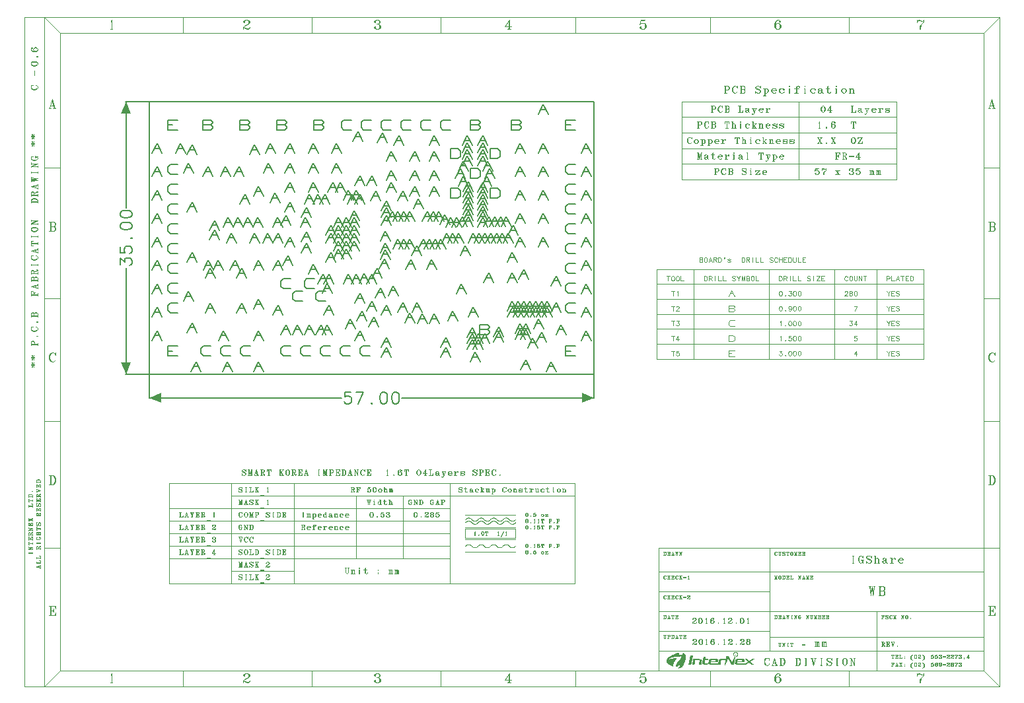
<source format=gbr>
%MOMM*%
%FSLAX33Y33*%
%ADD10C,0.203200*%
%ADD11C,0.120000*%
%ADD12C,0.152400*%
%ADD179C,0.091440*%
%ADD180C,0.121920*%
%ADD181C,0.025000*%
%ADD182C,0.020320*%
%ADD184C,0.020070*%
%ADD185C,0.020000*%
G90*G71*G01*D02*G54D10*X000000Y000000D02*X057000Y000000D01*X057000Y035000D01*
X000000Y035000D01*X000000Y000000D01*X003635Y003635D02*X002365Y003635D01*
X002365Y002365D01*X003635Y002365D01*X002365Y003000D02*X003000Y003000D01*
X010425Y003635D02*X009473Y003635D01*X009155Y003318D01*X009155Y002683D01*
X009473Y002365D01*X010425Y002365D01*X007885Y003635D02*X006933Y003635D01*
X006615Y003318D01*X006615Y002683D01*X006933Y002365D01*X007885Y002365D01*
X012965Y003635D02*X012013Y003635D01*X011695Y003318D01*X011695Y002683D01*
X012013Y002365D01*X012965Y002365D01*X018135Y003635D02*X017183Y003635D01*
X016865Y003318D01*X016865Y002683D01*X017183Y002365D01*X018135Y002365D01*
X020675Y003635D02*X019723Y003635D01*X019405Y003318D01*X019405Y002683D01*
X019723Y002365D01*X020675Y002365D01*X023215Y003635D02*X022263Y003635D01*
X021945Y003318D01*X021945Y002683D01*X022263Y002365D01*X023215Y002365D01*
X025755Y003635D02*X024803Y003635D01*X024485Y003318D01*X024485Y002683D01*
X024803Y002365D01*X025755Y002365D01*X028295Y003635D02*X027343Y003635D01*
X027025Y003318D01*X027025Y002683D01*X027343Y002365D01*X028295Y002365D01*
X054635Y003635D02*X053365Y003635D01*X053365Y002365D01*X054635Y002365D01*
X053365Y003000D02*X054000Y003000D01*X042365Y006385D02*X042365Y005115D01*
X042365Y006385D02*X043381Y006385D01*X043635Y006131D01*X043635Y006004D01*
X043381Y005750D01*X042365Y005750D01*X043381Y005750D02*X043635Y005496D01*
X043635Y005369D01*X043381Y005115D01*X042365Y005115D01*X003635Y009135D02*
X002683Y009135D01*X002365Y008818D01*X002365Y008182D01*X002683Y007865D01*
X003635Y007865D01*X054635Y009135D02*X053683Y009135D01*X053365Y008818D01*
X053365Y008182D01*X053683Y007865D01*X054635Y007865D01*X054635Y011675D02*
X053683Y011675D01*X053365Y011358D01*X053365Y010723D01*X053683Y010405D01*
X054635Y010405D01*X022635Y010635D02*X021683Y010635D01*X021365Y010318D01*
X021365Y009683D01*X021683Y009365D01*X022635Y009365D01*X021135Y012260D02*
X020183Y012260D01*X019865Y011943D01*X019865Y011308D01*X020183Y010990D01*
X021135Y010990D01*X019635Y010635D02*X018683Y010635D01*X018365Y010318D01*
X018365Y009683D01*X018683Y009365D01*X019635Y009365D01*X018135Y012260D02*
X017183Y012260D01*X016865Y011943D01*X016865Y011308D01*X017183Y010990D01*
X018135Y010990D01*X003635Y011675D02*X002683Y011675D01*X002365Y011358D01*
X002365Y010723D01*X002683Y010405D01*X003635Y010405D01*X003635Y014215D02*
X002683Y014215D01*X002365Y013898D01*X002365Y013263D01*X002683Y012945D01*
X003635Y012945D01*X054635Y014215D02*X053683Y014215D01*X053365Y013898D01*
X053365Y013263D01*X053683Y012945D01*X054635Y012945D01*X054635Y016755D02*
X053683Y016755D01*X053365Y016438D01*X053365Y015803D01*X053683Y015485D01*
X054635Y015485D01*X003635Y016755D02*X002683Y016755D01*X002365Y016438D01*
X002365Y015803D01*X002683Y015485D01*X003635Y015485D01*X003635Y019295D02*
X002683Y019295D01*X002365Y018978D01*X002365Y018343D01*X002683Y018025D01*
X003635Y018025D01*X054635Y019295D02*X053683Y019295D01*X053365Y018978D01*
X053365Y018343D01*X053683Y018025D01*X054635Y018025D01*X054635Y021835D02*
X053683Y021835D01*X053365Y021518D01*X053365Y020883D01*X053683Y020565D01*
X054635Y020565D01*X054635Y024375D02*X053683Y024375D01*X053365Y024058D01*
X053365Y023423D01*X053683Y023105D01*X054635Y023105D01*X043655Y022575D02*
X043655Y023845D01*X044608Y023845D01*X044925Y023528D01*X044925Y022893D01*
X044608Y022575D01*X043655Y022575D01*X038575Y022575D02*X038575Y023845D01*
X039528Y023845D01*X039845Y023528D01*X039845Y022893D01*X039528Y022575D01*
X038575Y022575D01*X003635Y021835D02*X002683Y021835D01*X002365Y021518D01*
X002365Y020883D01*X002683Y020565D01*X003635Y020565D01*X003635Y024375D02*
X002683Y024375D01*X002365Y024058D01*X002365Y023423D01*X002683Y023105D01*
X003635Y023105D01*X003635Y026915D02*X002683Y026915D01*X002365Y026598D01*
X002365Y025963D01*X002683Y025645D01*X003635Y025645D01*X041115Y025115D02*
X041115Y026385D01*X042068Y026385D01*X042385Y026068D01*X042385Y025433D01*
X042068Y025115D01*X041115Y025115D01*X054635Y026915D02*X053683Y026915D01*
X053365Y026598D01*X053365Y025963D01*X053683Y025645D01*X054635Y025645D01*
X043655Y027655D02*X043655Y028925D01*X044608Y028925D01*X044925Y028608D01*
X044925Y027973D01*X044608Y027655D01*X043655Y027655D01*X038575Y027655D02*
X038575Y028925D01*X039528Y028925D01*X039845Y028608D01*X039845Y027973D01*
X039528Y027655D01*X038575Y027655D01*X003635Y032635D02*X002365Y032635D01*
X002365Y031365D01*X003635Y031365D01*X002365Y032000D02*X003000Y032000D01*
X006865Y032635D02*X006865Y031365D01*X006865Y032635D02*X007881Y032635D01*
X008135Y032381D01*X008135Y032254D01*X007881Y032000D01*X006865Y032000D01*
X007881Y032000D02*X008135Y031746D01*X008135Y031619D01*X007881Y031365D01*
X006865Y031365D01*X011615Y032635D02*X011615Y031365D01*X011615Y032635D02*
X012631Y032635D01*X012885Y032381D01*X012885Y032254D01*X012631Y032000D01*
X011615Y032000D01*X012631Y032000D02*X012885Y031746D01*X012885Y031619D01*
X012631Y031365D01*X011615Y031365D01*X016365Y032635D02*X016365Y031365D01*
X016365Y032635D02*X017381Y032635D01*X017635Y032381D01*X017635Y032254D01*
X017381Y032000D01*X016365Y032000D01*X017381Y032000D02*X017635Y031746D01*
X017635Y031619D01*X017381Y031365D01*X016365Y031365D01*X021115Y032635D02*
X021115Y031365D01*X021115Y032635D02*X022131Y032635D01*X022385Y032381D01*
X022385Y032254D01*X022131Y032000D01*X021115Y032000D01*X022131Y032000D02*
X022385Y031746D01*X022385Y031619D01*X022131Y031365D01*X021115Y031365D01*
X025885Y032635D02*X024933Y032635D01*X024615Y032318D01*X024615Y031683D01*
X024933Y031365D01*X025885Y031365D01*X030965Y032635D02*X030013Y032635D01*
X029695Y032318D01*X029695Y031683D01*X030013Y031365D01*X030965Y031365D01*
X028425Y032635D02*X027473Y032635D01*X027155Y032318D01*X027155Y031683D01*
X027473Y031365D01*X028425Y031365D01*X033505Y032635D02*X032553Y032635D01*
X032235Y032318D01*X032235Y031683D01*X032553Y031365D01*X033505Y031365D01*
X036045Y032635D02*X035093Y032635D01*X034775Y032318D01*X034775Y031683D01*
X035093Y031365D01*X036045Y031365D01*X038585Y032635D02*X037633Y032635D01*
X037315Y032318D01*X037315Y031683D01*X037633Y031365D01*X038585Y031365D01*
X041115Y032635D02*X041115Y031365D01*X041115Y032635D02*X042131Y032635D01*
X042385Y032381D01*X042385Y032254D01*X042131Y032000D01*X041115Y032000D01*
X042131Y032000D02*X042385Y031746D01*X042385Y031619D01*X042131Y031365D01*
X041115Y031365D01*X046365Y032635D02*X046365Y031365D01*X046365Y032635D02*
X047381Y032635D01*X047635Y032381D01*X047635Y032254D01*X047381Y032000D01*
X046365Y032000D01*X047381Y032000D02*X047635Y031746D01*X047635Y031619D01*
X047381Y031365D01*X046365Y031365D01*X054635Y032635D02*X053365Y032635D01*
X053365Y031365D01*X054635Y031365D01*X053365Y032000D02*X054000Y032000D01*
X005365Y000365D02*X006000Y001635D01*X006635Y000365D01*X005683Y001000D02*
X006318Y001000D01*X009365Y000365D02*X010000Y001635D01*X010635Y000365D01*
X009683Y001000D02*X010318Y001000D01*X013365Y000365D02*X014000Y001635D01*
X014635Y000365D01*X013683Y001000D02*X014318Y001000D01*X029740Y002230D02*
X030375Y003500D01*X031010Y002230D01*X030058Y002865D02*X030693Y002865D01*
X037365Y002230D02*X038000Y003500D01*X038635Y002230D01*X037683Y002865D02*
X038318Y002865D01*X041115Y001615D02*X041750Y002885D01*X042385Y001615D01*
X041433Y002250D02*X042068Y002250D01*X047615Y000615D02*X048250Y001885D01*
X048885Y000615D01*X047933Y001250D02*X048568Y001250D01*X050865Y000365D02*
X051500Y001635D01*X052135Y000365D01*X051183Y001000D02*X051818Y001000D01*
X055365Y004365D02*X056000Y005635D01*X056635Y004365D01*X055683Y005000D02*
X056318Y005000D01*X052115Y005115D02*X052750Y006385D01*X053385Y005115D01*
X052433Y005750D02*X053068Y005750D01*X046865Y004490D02*X047500Y005760D01*
X048135Y004490D01*X047183Y005125D02*X047818Y005125D01*X048490Y003415D02*
X049125Y004685D01*X049760Y003415D01*X048808Y004050D02*X049443Y004050D01*
X049615Y004115D02*X050250Y005385D01*X050885Y004115D01*X049933Y004750D02*
X050568Y004750D01*X047615Y004490D02*X048250Y005760D01*X048885Y004490D01*
X047933Y005125D02*X048568Y005125D01*X042365Y003990D02*X043000Y005260D01*
X043635Y003990D01*X042683Y004625D02*X043318Y004625D01*X044115Y004115D02*
X044750Y005385D01*X045385Y004115D01*X044433Y004750D02*X045068Y004750D01*
X044115Y004865D02*X044750Y006135D01*X045385Y004865D01*X044433Y005500D02*
X045068Y005500D01*X041490Y003240D02*X042125Y004510D01*X042760Y003240D01*
X041808Y003875D02*X042443Y003875D01*X041490Y003990D02*X042125Y005260D01*
X042760Y003990D01*X041808Y004625D02*X042443Y004625D01*X040740Y003240D02*
X041375Y004510D01*X042010Y003240D01*X041058Y003875D02*X041693Y003875D01*
X040740Y003990D02*X041375Y005260D01*X042010Y003990D01*X041058Y004625D02*
X041693Y004625D01*X040740Y004740D02*X041375Y006010D01*X042010Y004740D01*
X041058Y005375D02*X041693Y005375D01*X037365Y003500D02*X038000Y004770D01*
X038635Y003500D01*X037683Y004135D02*X038318Y004135D01*X029740Y003500D02*
X030375Y004770D01*X031010Y003500D01*X030058Y004135D02*X030693Y004135D01*
X026365Y004365D02*X027000Y005635D01*X027635Y004365D01*X026683Y005000D02*
X027318Y005000D01*X021365Y005115D02*X022000Y006385D01*X022635Y005115D01*
X021683Y005750D02*X022318Y005750D01*X022165Y005065D02*X022800Y006335D01*
X023435Y005065D01*X022483Y005700D02*X023118Y005700D01*X016865Y005115D02*
X017500Y006385D01*X018135Y005115D01*X017183Y005750D02*X017818Y005750D01*
X018365Y005115D02*X019000Y006385D01*X019635Y005115D01*X018683Y005750D02*
X019318Y005750D01*X019865Y005115D02*X020500Y006385D01*X021135Y005115D01*
X020183Y005750D02*X020818Y005750D01*X013365Y004365D02*X014000Y005635D01*
X014635Y004365D01*X013683Y005000D02*X014318Y005000D01*X008865Y004365D02*
X009500Y005635D01*X010135Y004365D01*X009183Y005000D02*X009818Y005000D01*
X000365Y004365D02*X001000Y005635D01*X001635Y004365D01*X000683Y005000D02*
X001318Y005000D01*X000365Y007365D02*X001000Y008635D01*X001635Y007365D01*
X000683Y008000D02*X001318Y008000D01*X007195Y007865D02*X007830Y009135D01*
X008465Y007865D01*X007513Y008500D02*X008148Y008500D01*X004865Y005365D02*
X005500Y006635D01*X006135Y005365D01*X005183Y006000D02*X005818Y006000D01*
X011195Y007865D02*X011830Y009135D01*X012465Y007865D01*X011513Y008500D02*
X012148Y008500D01*X015865Y007615D02*X016500Y008885D01*X017135Y007615D01*
X016183Y008250D02*X016818Y008250D01*X022365Y007615D02*X023000Y008885D01*
X023635Y007615D01*X022683Y008250D02*X023318Y008250D01*X026615Y006865D02*
X027250Y008135D01*X027885Y006865D01*X026933Y007500D02*X027568Y007500D01*
X028115Y006115D02*X028750Y007385D01*X029385Y006115D01*X028433Y006750D02*
X029068Y006750D01*X025115Y005865D02*X025750Y007135D01*X026385Y005865D01*
X025433Y006500D02*X026068Y006500D01*X031865Y007990D02*X032500Y009260D01*
X033135Y007990D01*X032182Y008625D02*X032818Y008625D01*X029740Y007615D02*
X030375Y008885D01*X031010Y007615D01*X030058Y008250D02*X030693Y008250D01*
X032740Y006615D02*X033375Y007885D01*X034010Y006615D01*X033058Y007250D02*
X033693Y007250D01*X033690Y007990D02*X034325Y009260D01*X034960Y007990D01*
X034008Y008625D02*X034643Y008625D01*X035865Y006490D02*X036500Y007760D01*
X037135Y006490D01*X036183Y007125D02*X036818Y007125D01*X034365Y006490D02*
X035000Y007760D01*X035635Y006490D01*X034683Y007125D02*X035318Y007125D01*
X038240Y006865D02*X038875Y008135D01*X039510Y006865D01*X038558Y007500D02*
X039193Y007500D01*X040865Y007365D02*X041500Y008635D01*X042135Y007365D01*
X041183Y008000D02*X041818Y008000D01*X047615Y005240D02*X048250Y006510D01*
X048885Y005240D01*X047933Y005875D02*X048568Y005875D01*X046865Y005240D02*
X047500Y006510D01*X048135Y005240D01*X047183Y005875D02*X047818Y005875D01*
X049240Y005865D02*X049875Y007135D01*X050510Y005865D01*X049558Y006500D02*
X050193Y006500D01*X047365Y007365D02*X048000Y008635D01*X048635Y007365D01*
X047683Y008000D02*X048318Y008000D01*X045890Y007365D02*X046525Y008635D01*
X047160Y007365D01*X046208Y008000D02*X046843Y008000D01*X046615Y007365D02*
X047250Y008635D01*X047885Y007365D01*X046933Y008000D02*X047568Y008000D01*
X048115Y007365D02*X048750Y008635D01*X049385Y007365D01*X048433Y008000D02*
X049068Y008000D01*X048865Y007365D02*X049500Y008635D01*X050135Y007365D01*
X049183Y008000D02*X049818Y008000D01*X049615Y007365D02*X050250Y008635D01*
X050885Y007365D01*X049933Y008000D02*X050568Y008000D01*X051490Y007990D02*
X052125Y009260D01*X052760Y007990D01*X051808Y008625D02*X052443Y008625D01*
X050365Y007365D02*X051000Y008635D01*X051635Y007365D01*X050683Y008000D02*
X051318Y008000D01*X055365Y007365D02*X056000Y008635D01*X056635Y007365D01*
X055683Y008000D02*X056318Y008000D01*X055365Y010365D02*X056000Y011635D01*
X056635Y010365D01*X055683Y011000D02*X056318Y011000D01*X050365Y008115D02*
X051000Y009385D01*X051635Y008115D01*X050683Y008750D02*X051318Y008750D01*
X045865Y008115D02*X046500Y009385D01*X047135Y008115D01*X046183Y008750D02*
X046818Y008750D01*X049615Y008115D02*X050250Y009385D01*X050885Y008115D01*
X049933Y008750D02*X050568Y008750D01*X047365Y008115D02*X048000Y009385D01*
X048635Y008115D01*X047683Y008750D02*X048318Y008750D01*X046615Y008115D02*
X047250Y009385D01*X047885Y008115D01*X046933Y008750D02*X047568Y008750D01*
X048115Y008115D02*X048750Y009385D01*X049385Y008115D01*X048433Y008750D02*
X049068Y008750D01*X048865Y008115D02*X049500Y009385D01*X050135Y008115D01*
X049183Y008750D02*X049818Y008750D01*X039365Y010365D02*X040000Y011635D01*
X040635Y010365D01*X039683Y011000D02*X040318Y011000D01*X030615Y010115D02*
X031250Y011385D01*X031885Y010115D01*X030933Y010750D02*X031568Y010750D01*
X027865Y008115D02*X028500Y009385D01*X029135Y008115D01*X028183Y008750D02*
X028818Y008750D01*X026365Y009115D02*X027000Y010385D01*X027635Y009115D01*
X026683Y009750D02*X027318Y009750D01*X028990Y009865D02*X029625Y011135D01*
X030260Y009865D01*X029308Y010500D02*X029943Y010500D01*X022165Y010415D02*
X022800Y011685D01*X023435Y010415D01*X022483Y011050D02*X023118Y011050D01*
X013365Y008365D02*X014000Y009635D01*X014635Y008365D01*X013683Y009000D02*
X014318Y009000D01*X004365Y009365D02*X005000Y010635D01*X005635Y009365D01*
X004683Y010000D02*X005318Y010000D01*X000365Y010365D02*X001000Y011635D01*
X001635Y010365D01*X000683Y011000D02*X001318Y011000D01*X000365Y013365D02*
X001000Y014635D01*X001635Y013365D01*X000683Y014000D02*X001318Y014000D01*
X008190Y013365D02*X008825Y014635D01*X009460Y013365D01*X008508Y014000D02*
X009143Y014000D01*X006920Y013365D02*X007555Y014635D01*X008190Y013365D01*
X007238Y014000D02*X007873Y014000D01*X007195Y012365D02*X007830Y013635D01*
X008465Y012365D01*X007513Y013000D02*X008148Y013000D01*X011195Y012365D02*
X011830Y013635D01*X012465Y012365D01*X011513Y013000D02*X012148Y013000D01*
X010365Y013365D02*X011000Y014635D01*X011635Y013365D01*X010683Y014000D02*
X011318Y014000D01*X013365Y013365D02*X014000Y014635D01*X014635Y013365D01*
X013683Y014000D02*X014318Y014000D01*X015865Y013365D02*X016500Y014635D01*
X017135Y013365D01*X016183Y014000D02*X016818Y014000D01*X020365Y012865D02*
X021000Y014135D01*X021635Y012865D01*X020683Y013500D02*X021318Y013500D01*
X022365Y011615D02*X023000Y012885D01*X023635Y011615D01*X022683Y012250D02*
X023318Y012250D01*X021615Y011615D02*X022250Y012885D01*X022885Y011615D01*
X021933Y012250D02*X022568Y012250D01*X024865Y011615D02*X025500Y012885D01*
X026135Y011615D01*X025183Y012250D02*X025818Y012250D01*X027865Y011615D02*
X028500Y012885D01*X029135Y011615D01*X028183Y012250D02*X028818Y012250D01*
X026915Y011715D02*X027550Y012985D01*X028185Y011715D01*X027233Y012350D02*
X027868Y012350D01*X028565Y012365D02*X029200Y013635D01*X029835Y012365D01*
X028883Y013000D02*X029518Y013000D01*X025865Y011615D02*X026500Y012885D01*
X027135Y011615D01*X026183Y012250D02*X026818Y012250D01*X032865Y013490D02*
X033500Y014760D01*X034135Y013490D01*X033183Y014125D02*X033818Y014125D01*
X029465Y013565D02*X030100Y014835D01*X030735Y013565D01*X029783Y014200D02*
X030418Y014200D01*X035540Y013490D02*X036175Y014760D01*X036810Y013490D01*
X035858Y014125D02*X036493Y014125D01*X042865Y011740D02*X043500Y013010D01*
X044135Y011740D01*X043183Y012375D02*X043818Y012375D01*X047365Y012240D02*
X048000Y013510D01*X048635Y012240D01*X047683Y012875D02*X048318Y012875D01*
X045865Y011740D02*X046500Y013010D01*X047135Y011740D01*X046183Y012375D02*
X046818Y012375D01*X051490Y011365D02*X052125Y012635D01*X052760Y011365D01*
X051808Y012000D02*X052443Y012000D01*X055365Y013365D02*X056000Y014635D01*
X056635Y013365D01*X055683Y014000D02*X056318Y014000D01*X055365Y016365D02*
X056000Y017635D01*X056635Y016365D01*X055683Y017000D02*X056318Y017000D01*
X045865Y014365D02*X046500Y015635D01*X047135Y014365D01*X046183Y015000D02*
X046818Y015000D01*X049865Y016365D02*X050500Y017635D01*X051135Y016365D01*
X050183Y017000D02*X050818Y017000D01*X046865Y016365D02*X047500Y017635D01*
X048135Y016365D01*X047183Y017000D02*X047818Y017000D01*X039865Y015240D02*
X040500Y016510D01*X041135Y015240D01*X040183Y015875D02*X040818Y015875D01*
X033615Y015240D02*X034250Y016510D01*X034885Y015240D01*X033933Y015875D02*
X034568Y015875D01*X036740Y016115D02*X037375Y017385D01*X038010Y016115D01*
X037058Y016750D02*X037693Y016750D01*X035990Y016115D02*X036625Y017385D01*
X037260Y016115D01*X036308Y016750D02*X036943Y016750D01*X035240Y016115D02*
X035875Y017385D01*X036510Y016115D01*X035558Y016750D02*X036193Y016750D01*
X034490Y016115D02*X035125Y017385D01*X035760Y016115D01*X034808Y016750D02*
X035443Y016750D01*X029615Y014740D02*X030250Y016010D01*X030885Y014740D01*
X029933Y015375D02*X030568Y015375D01*X031240Y016115D02*X031875Y017385D01*
X032510Y016115D01*X031558Y016750D02*X032193Y016750D01*X032740Y016115D02*
X033375Y017385D01*X034010Y016115D01*X033058Y016750D02*X033693Y016750D01*
X031990Y016115D02*X032625Y017385D01*X033260Y016115D01*X032307Y016750D02*
X032943Y016750D01*X029615Y015615D02*X030250Y016885D01*X030885Y015615D01*
X029933Y016250D02*X030568Y016250D01*X025615Y015865D02*X026250Y017135D01*
X026885Y015865D01*X025933Y016500D02*X026568Y016500D01*X024615Y014865D02*
X025250Y016135D01*X025885Y014865D01*X024933Y015500D02*X025568Y015500D01*
X023615Y015865D02*X024250Y017135D01*X024885Y015865D01*X023933Y016500D02*
X024568Y016500D01*X024615Y015865D02*X025250Y017135D01*X025885Y015865D01*
X024933Y016500D02*X025568Y016500D01*X023615Y014865D02*X024250Y016135D01*
X024885Y014865D01*X023933Y015500D02*X024568Y015500D01*X022615Y014365D02*
X023250Y015635D01*X023885Y014365D01*X022933Y015000D02*X023568Y015000D01*
X017365Y016365D02*X018000Y017635D01*X018635Y016365D01*X017683Y017000D02*
X018318Y017000D01*X017115Y013990D02*X017750Y015260D01*X018385Y013990D01*
X017433Y014625D02*X018068Y014625D01*X019490Y015615D02*X020125Y016885D01*
X020760Y015615D01*X019808Y016250D02*X020443Y016250D01*X004865Y014365D02*
X005500Y015635D01*X006135Y014365D01*X005183Y015000D02*X005818Y015000D01*
X000365Y016365D02*X001000Y017635D01*X001635Y016365D01*X000683Y017000D02*
X001318Y017000D01*X000365Y019365D02*X001000Y020635D01*X001635Y019365D01*
X000683Y020000D02*X001318Y020000D01*X007740Y018490D02*X008375Y019760D01*
X009010Y018490D01*X008057Y019125D02*X008693Y019125D01*X007740Y017240D02*
X008375Y018510D01*X009010Y017240D01*X008057Y017875D02*X008693Y017875D01*
X009460Y018865D02*X010095Y020135D01*X010730Y018865D01*X009778Y019500D02*
X010413Y019500D01*X010730Y018865D02*X011365Y020135D01*X012000Y018865D01*
X011048Y019500D02*X011683Y019500D01*X012000Y018865D02*X012635Y020135D01*
X013270Y018865D01*X012318Y019500D02*X012953Y019500D01*X009865Y016865D02*
X010500Y018135D01*X011135Y016865D01*X010183Y017500D02*X010818Y017500D01*
X013270Y018865D02*X013905Y020135D01*X014540Y018865D01*X013588Y019500D02*
X014223Y019500D01*X015810Y018865D02*X016445Y020135D01*X017080Y018865D01*
X016128Y019500D02*X016763Y019500D01*X014540Y016865D02*X015175Y018135D01*
X015810Y016865D01*X014858Y017500D02*X015493Y017500D01*X015865Y016865D02*
X016500Y018135D01*X017135Y016865D01*X016183Y017500D02*X016818Y017500D01*
X012865Y016865D02*X013500Y018135D01*X014135Y016865D01*X013183Y017500D02*
X013818Y017500D01*X019365Y018865D02*X020000Y020135D01*X020635Y018865D01*
X019683Y019500D02*X020318Y019500D01*X019490Y016990D02*X020125Y018260D01*
X020760Y016990D01*X019808Y017625D02*X020443Y017625D01*X016865Y019115D02*
X017500Y020385D01*X018135Y019115D01*X017183Y019750D02*X017818Y019750D01*
X023615Y018865D02*X024250Y020135D01*X024885Y018865D01*X023933Y019500D02*
X024568Y019500D01*X024615Y016865D02*X025250Y018135D01*X025885Y016865D01*
X024933Y017500D02*X025568Y017500D01*X024615Y017865D02*X025250Y019135D01*
X025885Y017865D01*X024933Y018500D02*X025568Y018500D01*X023615Y017865D02*
X024250Y019135D01*X024885Y017865D01*X023933Y018500D02*X024568Y018500D01*
X023615Y016865D02*X024250Y018135D01*X024885Y016865D01*X023933Y017500D02*
X024568Y017500D01*X024615Y018865D02*X025250Y020135D01*X025885Y018865D01*
X024933Y019500D02*X025568Y019500D01*X022615Y016865D02*X023250Y018135D01*
X023885Y016865D01*X022933Y017500D02*X023568Y017500D01*X022615Y017865D02*
X023250Y019135D01*X023885Y017865D01*X022933Y018500D02*X023568Y018500D01*
X025615Y018865D02*X026250Y020135D01*X026885Y018865D01*X025933Y019500D02*
X026568Y019500D01*X025615Y016865D02*X026250Y018135D01*X026885Y016865D01*
X025933Y017500D02*X026568Y017500D01*X025615Y017865D02*X026250Y019135D01*
X026885Y017865D01*X025933Y018500D02*X026568Y018500D01*X029615Y017115D02*
X030250Y018385D01*X030885Y017115D01*X029933Y017750D02*X030568Y017750D01*
X029740Y019115D02*X030375Y020385D01*X031010Y019115D01*X030058Y019750D02*
X030693Y019750D01*X037240Y019240D02*X037875Y020510D01*X038510Y019240D01*
X037558Y019875D02*X038193Y019875D01*X037490Y016865D02*X038125Y018135D01*
X038760Y016865D01*X037808Y017500D02*X038443Y017500D01*X040240Y018990D02*
X040875Y020260D01*X041510Y018990D01*X040558Y019625D02*X041193Y019625D01*
X039490Y018990D02*X040125Y020260D01*X040760Y018990D01*X039808Y019625D02*
X040443Y019625D01*X038740Y018865D02*X039375Y020135D01*X040010Y018865D01*
X039058Y019500D02*X039693Y019500D01*X037990Y018865D02*X038625Y020135D01*
X039260Y018865D01*X038308Y019500D02*X038943Y019500D01*X038990Y016865D02*
X039625Y018135D01*X040260Y016865D01*X039308Y017500D02*X039943Y017500D01*
X038240Y016865D02*X038875Y018135D01*X039510Y016865D01*X038558Y017500D02*
X039193Y017500D01*X041615Y016865D02*X042250Y018135D01*X042885Y016865D01*
X041933Y017500D02*X042568Y017500D01*X040865Y016865D02*X041500Y018135D01*
X042135Y016865D01*X041183Y017500D02*X041818Y017500D01*X044615Y016865D02*
X045250Y018135D01*X045885Y016865D01*X044933Y017500D02*X045568Y017500D01*
X043865Y016865D02*X044500Y018135D01*X045135Y016865D01*X044183Y017500D02*
X044818Y017500D01*X043115Y016865D02*X043750Y018135D01*X044385Y016865D01*
X043433Y017500D02*X044068Y017500D01*X042365Y016865D02*X043000Y018135D01*
X043635Y016865D01*X042683Y017500D02*X043318Y017500D01*X044365Y018990D02*
X045000Y020260D01*X045635Y018990D01*X044683Y019625D02*X045318Y019625D01*
X043615Y018990D02*X044250Y020260D01*X044885Y018990D01*X043933Y019625D02*
X044568Y019625D01*X042865Y018990D02*X043500Y020260D01*X044135Y018990D01*
X043183Y019625D02*X043818Y019625D01*X042115Y018865D02*X042750Y020135D01*
X043385Y018865D01*X042433Y019500D02*X043068Y019500D01*X045115Y018990D02*
X045750Y020260D01*X046385Y018990D01*X045433Y019625D02*X046068Y019625D01*
X045365Y016865D02*X046000Y018135D01*X046635Y016865D01*X045683Y017500D02*
X046318Y017500D01*X045990Y017865D02*X046625Y019135D01*X047260Y017865D01*
X046308Y018500D02*X046943Y018500D01*X046865Y019365D02*X047500Y020635D01*
X048135Y019365D01*X047183Y020000D02*X047818Y020000D01*X049865Y019365D02*
X050500Y020635D01*X051135Y019365D01*X050183Y020000D02*X050818Y020000D01*
X055365Y019365D02*X056000Y020635D01*X056635Y019365D01*X055683Y020000D02*
X056318Y020000D01*X042115Y021865D02*X042750Y023135D01*X043385Y021865D01*
X042433Y022500D02*X043068Y022500D01*X042115Y021115D02*X042750Y022385D01*
X043385Y021115D01*X042433Y021750D02*X043068Y021750D01*X042115Y020365D02*
X042750Y021635D01*X043385Y020365D01*X042433Y021000D02*X043068Y021000D01*
X042115Y019615D02*X042750Y020885D01*X043385Y019615D01*X042433Y020250D02*
X043068Y020250D01*X040240Y021240D02*X040875Y022510D01*X041510Y021240D01*
X040558Y021875D02*X041193Y021875D01*X040240Y020490D02*X040875Y021760D01*
X041510Y020490D01*X040558Y021125D02*X041193Y021125D01*X040240Y019740D02*
X040875Y021010D01*X041510Y019740D01*X040558Y020375D02*X041193Y020375D01*
X040240Y021990D02*X040875Y023260D01*X041510Y021990D01*X040558Y022625D02*
X041193Y022625D01*X033865Y021240D02*X034500Y022510D01*X035135Y021240D01*
X034183Y021875D02*X034818Y021875D01*X034990Y019615D02*X035625Y020885D01*
X036260Y019615D01*X035308Y020250D02*X035943Y020250D01*X036490Y019615D02*
X037125Y020885D01*X037760Y019615D01*X036808Y020250D02*X037443Y020250D01*
X035740Y019615D02*X036375Y020885D01*X037010Y019615D01*X036058Y020250D02*
X036693Y020250D01*X029740Y020990D02*X030375Y022260D01*X031010Y020990D01*
X030058Y021625D02*X030693Y021625D01*X031865Y022240D02*X032500Y023510D01*
X033135Y022240D01*X032182Y022875D02*X032818Y022875D01*X031240Y019615D02*
X031875Y020885D01*X032510Y019615D01*X031558Y020250D02*X032193Y020250D01*
X030490Y019615D02*X031125Y020885D01*X031760Y019615D01*X030808Y020250D02*
X031443Y020250D01*X032740Y019615D02*X033375Y020885D01*X034010Y019615D01*
X033058Y020250D02*X033693Y020250D01*X031990Y019615D02*X032625Y020885D01*
X033260Y019615D01*X032307Y020250D02*X032943Y020250D01*X029740Y020115D02*
X030375Y021385D01*X031010Y020115D01*X030058Y020750D02*X030693Y020750D01*
X026365Y021865D02*X027000Y023135D01*X027635Y021865D01*X026683Y022500D02*
X027318Y022500D01*X025365Y021865D02*X026000Y023135D01*X026635Y021865D01*
X025683Y022500D02*X026318Y022500D01*X025615Y019740D02*X026250Y021010D01*
X026885Y019740D01*X025933Y020375D02*X026568Y020375D01*X028365Y022240D02*
X029000Y023510D01*X029635Y022240D01*X028683Y022875D02*X029318Y022875D01*
X020990Y021865D02*X021625Y023135D01*X022260Y021865D01*X021308Y022500D02*
X021943Y022500D01*X021865Y021865D02*X022500Y023135D01*X023135Y021865D01*
X022183Y022500D02*X022818Y022500D01*X019490Y020115D02*X020125Y021385D01*
X020760Y020115D01*X019808Y020750D02*X020443Y020750D01*X017365Y020865D02*
X018000Y022135D01*X018635Y020865D01*X017683Y021500D02*X018318Y021500D01*
X019865Y021865D02*X020500Y023135D01*X021135Y021865D01*X020183Y022500D02*
X020818Y022500D01*X015490Y021990D02*X016125Y023260D01*X016760Y021990D01*
X015808Y022625D02*X016443Y022625D01*X011615Y021865D02*X012250Y023135D01*
X012885Y021865D01*X011933Y022500D02*X012568Y022500D01*X004865Y020865D02*
X005500Y022135D01*X006135Y020865D01*X005183Y021500D02*X005818Y021500D01*
X000365Y022365D02*X001000Y023635D01*X001635Y022365D01*X000683Y023000D02*
X001318Y023000D01*X013365Y022865D02*X014000Y024135D01*X014635Y022865D01*
X013683Y023500D02*X014318Y023500D01*X020365Y023365D02*X021000Y024635D01*
X021635Y023365D01*X020683Y024000D02*X021318Y024000D01*X017365Y023365D02*
X018000Y024635D01*X018635Y023365D01*X017683Y024000D02*X018318Y024000D01*
X024865Y022365D02*X025500Y023635D01*X026135Y022365D01*X025183Y023000D02*
X025818Y023000D01*X023865Y023365D02*X024500Y024635D01*X025135Y023365D01*
X024183Y024000D02*X024818Y024000D01*X022865Y023365D02*X023500Y024635D01*
X024135Y023365D01*X023183Y024000D02*X023818Y024000D01*X027865Y024240D02*
X028500Y025510D01*X029135Y024240D01*X028183Y024875D02*X028818Y024875D01*
X026365Y024240D02*X027000Y025510D01*X027635Y024240D01*X026683Y024875D02*
X027318Y024875D01*X025865Y022365D02*X026500Y023635D01*X027135Y022365D01*
X026183Y023000D02*X026818Y023000D01*X030365Y023365D02*X031000Y024635D01*
X031635Y023365D01*X030683Y024000D02*X031318Y024000D01*X030365Y024865D02*
X031000Y026135D01*X031635Y024865D01*X030683Y025500D02*X031318Y025500D01*
X035865Y022865D02*X036500Y024135D01*X037135Y022865D01*X036183Y023500D02*
X036818Y023500D01*X033365Y022865D02*X034000Y024135D01*X034635Y022865D01*
X033683Y023500D02*X034318Y023500D01*X033365Y024865D02*X034000Y026135D01*
X034635Y024865D01*X033683Y025500D02*X034318Y025500D01*X035865Y024865D02*
X036500Y026135D01*X037135Y024865D01*X036183Y025500D02*X036818Y025500D01*
X039240Y025115D02*X039875Y026385D01*X040510Y025115D01*X039558Y025750D02*
X040193Y025750D01*X039615Y024115D02*X040250Y025385D01*X040885Y024115D01*
X039933Y024750D02*X040568Y024750D01*X040240Y023490D02*X040875Y024760D01*
X041510Y023490D01*X040558Y024125D02*X041193Y024125D01*X040240Y022740D02*
X040875Y024010D01*X041510Y022740D01*X040558Y023375D02*X041193Y023375D01*
X042115Y022615D02*X042750Y023885D01*X043385Y022615D01*X042433Y023250D02*
X043068Y023250D01*X042990Y025115D02*X043625Y026385D01*X044260Y025115D01*
X043308Y025750D02*X043943Y025750D01*X042615Y024115D02*X043250Y025385D01*
X043885Y024115D01*X042933Y024750D02*X043568Y024750D01*X042115Y023365D02*
X042750Y024635D01*X043385Y023365D01*X042433Y024000D02*X043068Y024000D01*
X049865Y022365D02*X050500Y023635D01*X051135Y022365D01*X050183Y023000D02*
X050818Y023000D01*X046865Y022365D02*X047500Y023635D01*X048135Y022365D01*
X047183Y023000D02*X047818Y023000D01*X055365Y022365D02*X056000Y023635D01*
X056635Y022365D01*X055683Y023000D02*X056318Y023000D01*X055365Y025365D02*
X056000Y026635D01*X056635Y025365D01*X055683Y026000D02*X056318Y026000D01*
X046865Y025365D02*X047500Y026635D01*X048135Y025365D01*X047183Y026000D02*
X047818Y026000D01*X049865Y025365D02*X050500Y026635D01*X051135Y025365D01*
X050183Y026000D02*X050818Y026000D01*X042115Y026740D02*X042750Y028010D01*
X043385Y026740D01*X042433Y027375D02*X043068Y027375D01*X042740Y026115D02*
X043375Y027385D01*X044010Y026115D01*X043058Y026750D02*X043693Y026750D01*
X042115Y027615D02*X042750Y028885D01*X043385Y027615D01*X042433Y028250D02*
X043068Y028250D01*X040115Y027615D02*X040750Y028885D01*X041385Y027615D01*
X040433Y028250D02*X041068Y028250D01*X040115Y026740D02*X040750Y028010D01*
X041385Y026740D01*X040433Y027375D02*X041068Y027375D01*X039615Y026115D02*
X040250Y027385D01*X040885Y026115D01*X039933Y026750D02*X040568Y026750D01*
X035865Y027365D02*X036500Y028635D01*X037135Y027365D01*X036183Y028000D02*
X036818Y028000D01*X033365Y027365D02*X034000Y028635D01*X034635Y027365D01*
X033683Y028000D02*X034318Y028000D01*X030365Y027365D02*X031000Y028635D01*
X031635Y027365D01*X030683Y028000D02*X031318Y028000D01*X023365Y025865D02*
X024000Y027135D01*X024635Y025865D01*X023683Y026500D02*X024318Y026500D01*
X020365Y025865D02*X021000Y027135D01*X021635Y025865D01*X020683Y026500D02*
X021318Y026500D01*X017365Y025865D02*X018000Y027135D01*X018635Y025865D01*
X017683Y026500D02*X018318Y026500D01*X014615Y025865D02*X015250Y027135D01*
X015885Y025865D01*X014933Y026500D02*X015568Y026500D01*X010865Y025365D02*
X011500Y026635D01*X012135Y025365D01*X011183Y026000D02*X011818Y026000D01*
X009115Y025365D02*X009750Y026635D01*X010385Y025365D01*X009433Y026000D02*
X010068Y026000D01*X006865Y025365D02*X007500Y026635D01*X008135Y025365D01*
X007183Y026000D02*X007818Y026000D01*X004365Y025865D02*X005000Y027135D01*
X005635Y025865D01*X004683Y026500D02*X005318Y026500D01*X000365Y025365D02*
X001000Y026635D01*X001635Y025365D01*X000683Y026000D02*X001318Y026000D01*
X003365Y028365D02*X004000Y029635D01*X004635Y028365D01*X003683Y029000D02*
X004318Y029000D01*X000365Y028365D02*X001000Y029635D01*X001635Y028365D01*
X000683Y029000D02*X001318Y029000D01*X004865Y028165D02*X005500Y029435D01*
X006135Y028165D01*X005183Y028800D02*X005818Y028800D01*X012865Y028165D02*
X013500Y029435D01*X014135Y028165D01*X013183Y028800D02*X013818Y028800D01*
X014865Y028365D02*X015500Y029635D01*X016135Y028365D01*X015183Y029000D02*
X015818Y029000D01*X020365Y028365D02*X021000Y029635D01*X021635Y028365D01*
X020683Y029000D02*X021318Y029000D01*X017365Y028365D02*X018000Y029635D01*
X018635Y028365D01*X017683Y029000D02*X018318Y029000D01*X023365Y028365D02*
X024000Y029635D01*X024635Y028365D01*X023683Y029000D02*X024318Y029000D01*
X026115Y029865D02*X026750Y031135D01*X027385Y029865D01*X026433Y030500D02*
X027068Y030500D01*X029240Y029740D02*X029875Y031010D01*X030510Y029740D01*
X029558Y030375D02*X030193Y030375D01*X031365Y029365D02*X032000Y030635D01*
X032635Y029365D01*X031683Y030000D02*X032318Y030000D01*X035865Y029365D02*
X036500Y030635D01*X037135Y029365D01*X036183Y030000D02*X036818Y030000D01*
X040115Y029365D02*X040750Y030635D01*X041385Y029365D01*X040433Y030000D02*
X041068Y030000D01*X040115Y028490D02*X040750Y029760D01*X041385Y028490D01*
X040433Y029125D02*X041068Y029125D01*X042115Y028490D02*X042750Y029760D01*
X043385Y028490D01*X042433Y029125D02*X043068Y029125D01*X042115Y029365D02*
X042750Y030635D01*X043385Y029365D01*X042433Y030000D02*X043068Y030000D01*
X049865Y028365D02*X050500Y029635D01*X051135Y028365D01*X050183Y029000D02*
X050818Y029000D01*X046865Y028365D02*X047500Y029635D01*X048135Y028365D01*
X047183Y029000D02*X047818Y029000D01*X055365Y028365D02*X056000Y029635D01*
X056635Y028365D01*X055683Y029000D02*X056318Y029000D01*X049865Y033365D02*
X050500Y034635D01*X051135Y033365D01*X050183Y034000D02*X050818Y034000D01*D02*
G54D11*X099200Y013500D02*X065000Y013500D01*X099200Y011580D02*X065000Y011580D01*
X099200Y011580D02*X065000Y011580D01*X099200Y009660D02*X065000Y009660D01*
X099200Y007740D02*X065000Y007740D01*X099200Y005820D02*X065000Y005820D01*
X099200Y003900D02*X065000Y003900D01*X099200Y001980D02*X065000Y001980D01*
X065000Y001980D02*X065000Y013500D01*X069800Y001980D02*X069800Y013500D01*
X079400Y001980D02*X079400Y013500D01*X087800Y001980D02*X087800Y013500D01*
X093200Y001980D02*X093200Y013500D01*X099200Y001980D02*X099200Y013500D01*D02*
G54D12*X025799Y-002261D02*X025095Y-002261D01*X025026Y-002908D01*
X025095Y-002838D01*X025303Y-002769D01*X025511Y-002769D01*X025729Y-002838D01*
X025868Y-002977D01*X025947Y-003185D01*X025947Y-003346D01*X025868Y-003554D01*
X025729Y-003693D01*X025511Y-003762D01*X025303Y-003762D01*X025095Y-003693D01*
X025026Y-003623D01*X024957Y-003485D01*X026481Y-002261D02*X027471Y-002261D01*
X026758Y-003762D01*X028490Y-003623D02*X028450Y-003693D01*X028490Y-003762D01*
X028530Y-003693D01*X028490Y-003623D01*X029955Y-002261D02*X029737Y-002330D01*
X029598Y-002538D01*X029529Y-002908D01*X029529Y-003115D01*X029598Y-003485D01*
X029737Y-003693D01*X029955Y-003762D01*X030093Y-003762D01*X030301Y-003693D01*
X030440Y-003485D01*X030519Y-003115D01*X030519Y-002908D01*X030440Y-002538D01*
X030301Y-002330D01*X030093Y-002261D01*X029955Y-002261D01*X031479Y-002261D02*
X031261Y-002330D01*X031122Y-002538D01*X031053Y-002908D01*X031053Y-003115D01*
X031122Y-003485D01*X031261Y-003693D01*X031479Y-003762D01*X031617Y-003762D01*
X031825Y-003693D01*X031964Y-003485D01*X032043Y-003115D01*X032043Y-002908D01*
X031964Y-002538D01*X031825Y-002330D01*X031617Y-002261D01*X031479Y-002261D01*
X000000Y-000025D02*X000000Y-003025D01*X057000Y-000025D02*X057000Y-003025D01*
X000000Y-003000D02*X024665Y-003000D01*X057000Y-003000D02*X032335Y-003000D01*
X-003739Y014095D02*X-003739Y014868D01*X-003162Y014442D01*X-003162Y014660D01*
X-003092Y014799D01*X-003023Y014868D01*X-002815Y014947D01*X-002654Y014947D01*
X-002446Y014868D01*X-002307Y014729D01*X-002238Y014521D01*X-002238Y014303D01*
X-002307Y014095D01*X-002377Y014026D01*X-002515Y013957D01*X-003739Y016323D02*
X-003739Y015619D01*X-003092Y015550D01*X-003162Y015619D01*X-003231Y015827D01*
X-003231Y016035D01*X-003162Y016253D01*X-003023Y016392D01*X-002815Y016471D01*
X-002654Y016471D01*X-002446Y016392D01*X-002307Y016253D01*X-002238Y016035D01*
X-002238Y015827D01*X-002307Y015619D01*X-002377Y015550D01*X-002515Y015481D01*
X-002377Y017490D02*X-002307Y017450D01*X-002238Y017490D01*X-002307Y017530D01*
X-002377Y017490D01*X-003739Y018955D02*X-003670Y018737D01*X-003462Y018598D01*
X-003092Y018529D01*X-002885Y018529D01*X-002515Y018598D01*X-002307Y018737D01*
X-002238Y018955D01*X-002238Y019093D01*X-002307Y019301D01*X-002515Y019440D01*
X-002885Y019519D01*X-003092Y019519D01*X-003462Y019440D01*X-003670Y019301D01*
X-003739Y019093D01*X-003739Y018955D01*X-003739Y020479D02*X-003670Y020261D01*
X-003462Y020122D01*X-003092Y020053D01*X-002885Y020053D01*X-002515Y020122D01*
X-002307Y020261D01*X-002238Y020479D01*X-002238Y020617D01*X-002307Y020825D01*
X-002515Y020964D01*X-002885Y021043D01*X-003092Y021043D01*X-003462Y020964D01*
X-003670Y020825D01*X-003739Y020617D01*X-003739Y020479D01*X-000025Y000000D02*
X-003025Y000000D01*X-000025Y035000D02*X-003025Y035000D01*X-003000Y000000D02*
X-003000Y013665D01*X-003000Y035000D02*X-003000Y021335D01*X000000Y000000D02*D02*
G54D179*X070505Y014709D02*X070755Y014709D01*X070837Y014682D01*X070864Y014655D01*
X070895Y014600D01*X070895Y014509D01*X070864Y014455D01*X070837Y014427D01*
X070755Y014400D01*X070505Y014400D01*X070505Y015000D01*X070755Y015000D01*
X070837Y014964D01*X070864Y014936D01*X070895Y014882D01*X070895Y014827D01*
X070864Y014773D01*X070837Y014736D01*X070755Y014709D01*X071249Y015000D02*
X071203Y014964D01*X071152Y014909D01*X071128Y014855D01*X071105Y014773D01*
X071105Y014627D01*X071128Y014545D01*X071152Y014482D01*X071203Y014427D01*
X071249Y014400D01*X071347Y014400D01*X071394Y014427D01*X071444Y014482D01*
X071468Y014545D01*X071495Y014627D01*X071495Y014773D01*X071468Y014855D01*
X071444Y014909D01*X071394Y014964D01*X071347Y015000D01*X071249Y015000D01*
X071775Y014600D02*X072021Y014600D01*X071705Y014400D02*X071896Y015000D01*
X072095Y014400D01*X072305Y014400D02*X072305Y015000D01*X072555Y015000D01*
X072637Y014964D01*X072664Y014936D01*X072695Y014882D01*X072695Y014827D01*
X072664Y014773D01*X072637Y014736D01*X072555Y014709D01*X072305Y014709D01*
X072496Y014709D02*X072695Y014400D01*X072905Y015000D02*X073100Y015000D01*
X073182Y014964D01*X073237Y014909D01*X073264Y014855D01*X073295Y014773D01*
X073295Y014627D01*X073264Y014545D01*X073237Y014482D01*X073182Y014427D01*
X073100Y014400D01*X072905Y014400D01*X072905Y015000D01*X073681Y014818D02*
X073696Y014845D01*X073712Y014909D01*X073712Y014964D01*X073696Y014991D01*
X073681Y014964D01*X073696Y014936D01*X074495Y014709D02*X074456Y014764D01*
X074351Y014791D01*X074245Y014791D01*X074136Y014764D01*X074105Y014709D01*
X074136Y014655D01*X074210Y014627D01*X074386Y014600D01*X074456Y014564D01*
X074495Y014509D01*X074495Y014482D01*X074456Y014427D01*X074351Y014400D01*
X074245Y014400D01*X074136Y014427D01*X074105Y014482D01*X075905Y015000D02*
X076100Y015000D01*X076182Y014964D01*X076237Y014909D01*X076264Y014855D01*
X076295Y014773D01*X076295Y014627D01*X076264Y014545D01*X076237Y014482D01*
X076182Y014427D01*X076100Y014400D01*X075905Y014400D01*X075905Y015000D01*
X076505Y014400D02*X076505Y015000D01*X076755Y015000D01*X076837Y014964D01*
X076864Y014936D01*X076895Y014882D01*X076895Y014827D01*X076864Y014773D01*
X076837Y014736D01*X076755Y014709D01*X076505Y014709D01*X076696Y014709D02*
X076895Y014400D01*X077300Y015000D02*X077300Y014400D01*X077705Y015000D02*
X077705Y014400D01*X078095Y014400D01*X078305Y015000D02*X078305Y014400D01*
X078695Y014400D01*X079895Y014909D02*X079837Y014964D01*X079755Y015000D01*
X079642Y015000D01*X079560Y014964D01*X079505Y014909D01*X079505Y014855D01*
X079532Y014800D01*X079560Y014773D01*X079614Y014736D01*X079782Y014682D01*
X079837Y014655D01*X079864Y014627D01*X079895Y014573D01*X079895Y014482D01*
X079837Y014427D01*X079755Y014400D01*X079642Y014400D01*X079560Y014427D01*
X079505Y014482D01*X080495Y014855D02*X080468Y014909D01*X080413Y014964D01*
X080362Y015000D01*X080257Y015000D01*X080206Y014964D01*X080156Y014909D01*
X080128Y014855D01*X080105Y014773D01*X080105Y014627D01*X080128Y014545D01*
X080156Y014482D01*X080206Y014427D01*X080257Y014400D01*X080362Y014400D01*
X080413Y014427D01*X080468Y014482D01*X080495Y014545D01*X080705Y014709D02*
X081095Y014709D01*X081095Y015000D02*X081095Y014400D01*X080705Y015000D02*
X080705Y014400D01*X081695Y015000D02*X081305Y015000D01*X081305Y014400D01*
X081695Y014400D01*X081305Y014709D02*X081543Y014709D01*X081905Y015000D02*
X082100Y015000D01*X082182Y014964D01*X082237Y014909D01*X082264Y014855D01*
X082295Y014773D01*X082295Y014627D01*X082264Y014545D01*X082237Y014482D01*
X082182Y014427D01*X082100Y014400D01*X081905Y014400D01*X081905Y015000D01*
X082505Y015000D02*X082505Y014573D01*X082532Y014482D01*X082587Y014427D01*
X082673Y014400D01*X082727Y014400D01*X082809Y014427D01*X082864Y014482D01*
X082895Y014573D01*X082895Y015000D01*X083105Y015000D02*X083105Y014400D01*
X083495Y014400D01*X084095Y015000D02*X083705Y015000D01*X083705Y014400D01*
X084095Y014400D01*X083705Y014709D02*X083943Y014709D01*X066305Y012600D02*
X066695Y012600D01*X066500Y012600D02*X066500Y012000D01*X067049Y012600D02*
X067003Y012564D01*X066952Y012509D01*X066928Y012455D01*X066905Y012373D01*
X066905Y012227D01*X066928Y012145D01*X066952Y012082D01*X067003Y012027D01*
X067049Y012000D01*X067147Y012000D01*X067194Y012027D01*X067244Y012082D01*
X067268Y012145D01*X067295Y012227D01*X067295Y012373D01*X067268Y012455D01*
X067244Y012509D01*X067194Y012564D01*X067147Y012600D01*X067049Y012600D01*
X067649Y012600D02*X067603Y012564D01*X067552Y012509D01*X067528Y012455D01*
X067505Y012373D01*X067505Y012227D01*X067528Y012145D01*X067552Y012082D01*
X067603Y012027D01*X067649Y012000D01*X067747Y012000D01*X067794Y012027D01*
X067844Y012082D01*X067868Y012145D01*X067895Y012227D01*X067895Y012373D01*
X067868Y012455D01*X067844Y012509D01*X067794Y012564D01*X067747Y012600D01*
X067649Y012600D01*X068105Y012600D02*X068105Y012000D01*X068495Y012000D01*
X071105Y012600D02*X071300Y012600D01*X071382Y012564D01*X071437Y012509D01*
X071464Y012455D01*X071495Y012373D01*X071495Y012227D01*X071464Y012145D01*
X071437Y012082D01*X071382Y012027D01*X071300Y012000D01*X071105Y012000D01*
X071105Y012600D01*X071705Y012000D02*X071705Y012600D01*X071955Y012600D01*
X072037Y012564D01*X072064Y012536D01*X072095Y012482D01*X072095Y012427D01*
X072064Y012373D01*X072037Y012336D01*X071955Y012309D01*X071705Y012309D01*
X071896Y012309D02*X072095Y012000D01*X072500Y012600D02*X072500Y012000D01*
X072905Y012600D02*X072905Y012000D01*X073295Y012000D01*X073505Y012600D02*
X073505Y012000D01*X073895Y012000D01*X075095Y012509D02*X075037Y012564D01*
X074955Y012600D01*X074842Y012600D01*X074760Y012564D01*X074705Y012509D01*
X074705Y012455D01*X074732Y012400D01*X074760Y012373D01*X074814Y012336D01*
X074982Y012282D01*X075037Y012255D01*X075064Y012227D01*X075095Y012173D01*
X075095Y012082D01*X075037Y012027D01*X074955Y012000D01*X074842Y012000D01*
X074760Y012027D01*X074705Y012082D01*X075695Y012600D02*X075500Y012309D01*
X075305Y012600D02*X075500Y012309D01*X075500Y012000D01*X075905Y012000D02*
X075905Y012600D01*X076100Y012000D01*X076295Y012600D01*X076295Y012000D01*
X076505Y012309D02*X076755Y012309D01*X076837Y012282D01*X076864Y012255D01*
X076895Y012200D01*X076895Y012109D01*X076864Y012055D01*X076837Y012027D01*
X076755Y012000D01*X076505Y012000D01*X076505Y012600D01*X076755Y012600D01*
X076837Y012564D01*X076864Y012536D01*X076895Y012482D01*X076895Y012427D01*
X076864Y012373D01*X076837Y012336D01*X076755Y012309D01*X077249Y012600D02*
X077203Y012564D01*X077152Y012509D01*X077128Y012455D01*X077105Y012373D01*
X077105Y012227D01*X077128Y012145D01*X077152Y012082D01*X077203Y012027D01*
X077249Y012000D01*X077347Y012000D01*X077394Y012027D01*X077444Y012082D01*
X077468Y012145D01*X077495Y012227D01*X077495Y012373D01*X077468Y012455D01*
X077444Y012509D01*X077394Y012564D01*X077347Y012600D01*X077249Y012600D01*
X077705Y012600D02*X077705Y012000D01*X078095Y012000D01*X080705Y012600D02*
X080900Y012600D01*X080982Y012564D01*X081037Y012509D01*X081064Y012455D01*
X081095Y012373D01*X081095Y012227D01*X081064Y012145D01*X081037Y012082D01*
X080982Y012027D01*X080900Y012000D01*X080705Y012000D01*X080705Y012600D01*
X081305Y012000D02*X081305Y012600D01*X081555Y012600D01*X081637Y012564D01*
X081664Y012536D01*X081695Y012482D01*X081695Y012427D01*X081664Y012373D01*
X081637Y012336D01*X081555Y012309D01*X081305Y012309D01*X081496Y012309D02*
X081695Y012000D01*X082100Y012600D02*X082100Y012000D01*X082505Y012600D02*
X082505Y012000D01*X082895Y012000D01*X083105Y012600D02*X083105Y012000D01*
X083495Y012000D01*X084695Y012509D02*X084637Y012564D01*X084555Y012600D01*
X084442Y012600D01*X084360Y012564D01*X084305Y012509D01*X084305Y012455D01*
X084332Y012400D01*X084360Y012373D01*X084414Y012336D01*X084582Y012282D01*
X084637Y012255D01*X084664Y012227D01*X084695Y012173D01*X084695Y012082D01*
X084637Y012027D01*X084555Y012000D01*X084442Y012000D01*X084360Y012027D01*
X084305Y012082D01*X085100Y012600D02*X085100Y012000D01*X085505Y012600D02*
X085895Y012600D01*X085505Y012000D01*X085895Y012000D01*X086495Y012600D02*
X086105Y012600D01*X086105Y012000D01*X086495Y012000D01*X086105Y012309D02*
X086343Y012309D01*X089495Y012455D02*X089468Y012509D01*X089413Y012564D01*
X089362Y012600D01*X089257Y012600D01*X089206Y012564D01*X089156Y012509D01*
X089128Y012455D01*X089105Y012373D01*X089105Y012227D01*X089128Y012145D01*
X089156Y012082D01*X089206Y012027D01*X089257Y012000D01*X089362Y012000D01*
X089413Y012027D01*X089468Y012082D01*X089495Y012145D01*X089849Y012600D02*
X089803Y012564D01*X089752Y012509D01*X089728Y012455D01*X089705Y012373D01*
X089705Y012227D01*X089728Y012145D01*X089752Y012082D01*X089803Y012027D01*
X089849Y012000D01*X089947Y012000D01*X089994Y012027D01*X090044Y012082D01*
X090068Y012145D01*X090095Y012227D01*X090095Y012373D01*X090068Y012455D01*
X090044Y012509D01*X089994Y012564D01*X089947Y012600D01*X089849Y012600D01*
X090305Y012600D02*X090305Y012173D01*X090332Y012082D01*X090387Y012027D01*
X090473Y012000D01*X090527Y012000D01*X090609Y012027D01*X090664Y012082D01*
X090695Y012173D01*X090695Y012600D01*X090905Y012000D02*X090905Y012600D01*
X091295Y012000D01*X091295Y012600D01*X091505Y012600D02*X091895Y012600D01*
X091700Y012600D02*X091700Y012000D01*X094505Y012000D02*X094505Y012600D01*
X094755Y012600D01*X094837Y012564D01*X094864Y012536D01*X094895Y012482D01*
X094895Y012400D01*X094864Y012336D01*X094837Y012309D01*X094755Y012282D01*
X094505Y012282D01*X095105Y012600D02*X095105Y012000D01*X095495Y012000D01*
X095775Y012200D02*X096021Y012200D01*X095705Y012000D02*X095896Y012600D01*
X096095Y012000D01*X096305Y012600D02*X096695Y012600D01*X096500Y012600D02*
X096500Y012000D01*X097295Y012600D02*X096905Y012600D01*X096905Y012000D01*
X097295Y012000D01*X096905Y012309D02*X097143Y012309D01*X097505Y012600D02*
X097700Y012600D01*X097782Y012564D01*X097837Y012509D01*X097864Y012455D01*
X097895Y012373D01*X097895Y012227D01*X097864Y012145D01*X097837Y012082D01*
X097782Y012027D01*X097700Y012000D01*X097505Y012000D01*X097505Y012600D01*
X066905Y010680D02*X067295Y010680D01*X067100Y010680D02*X067100Y010080D01*
X067657Y010562D02*X067688Y010589D01*X067735Y010671D01*X067735Y010080D01*
X080873Y010671D02*X080787Y010644D01*X080732Y010562D01*X080705Y010416D01*
X080705Y010335D01*X080732Y010189D01*X080787Y010107D01*X080873Y010080D01*
X080927Y010080D01*X081009Y010107D01*X081064Y010189D01*X081095Y010335D01*
X081095Y010416D01*X081064Y010562D01*X081009Y010644D01*X080927Y010671D01*
X080873Y010671D01*X081496Y010135D02*X081481Y010107D01*X081496Y010080D01*
X081512Y010107D01*X081496Y010135D01*X081960Y010671D02*X082264Y010671D01*
X082096Y010444D01*X082182Y010444D01*X082237Y010416D01*X082264Y010389D01*
X082295Y010307D01*X082295Y010244D01*X082264Y010162D01*X082209Y010107D01*
X082127Y010080D01*X082042Y010080D01*X081960Y010107D01*X081932Y010135D01*
X081905Y010189D01*X082673Y010671D02*X082587Y010644D01*X082532Y010562D01*
X082505Y010416D01*X082505Y010335D01*X082532Y010189D01*X082587Y010107D01*
X082673Y010080D01*X082727Y010080D01*X082809Y010107D01*X082864Y010189D01*
X082895Y010335D01*X082895Y010416D01*X082864Y010562D01*X082809Y010644D01*
X082727Y010671D01*X082673Y010671D01*X083273Y010671D02*X083187Y010644D01*
X083132Y010562D01*X083105Y010416D01*X083105Y010335D01*X083132Y010189D01*
X083187Y010107D01*X083273Y010080D01*X083327Y010080D01*X083409Y010107D01*
X083464Y010189D01*X083495Y010335D01*X083495Y010416D01*X083464Y010562D01*
X083409Y010644D01*X083327Y010671D01*X083273Y010671D01*X089132Y010535D02*
X089132Y010562D01*X089160Y010616D01*X089187Y010644D01*X089242Y010680D01*
X089355Y010680D01*X089409Y010644D01*X089437Y010616D01*X089464Y010562D01*
X089464Y010507D01*X089437Y010453D01*X089382Y010362D01*X089105Y010080D01*
X089495Y010080D01*X089842Y010671D02*X089760Y010644D01*X089732Y010589D01*
X089732Y010535D01*X089760Y010471D01*X089814Y010444D01*X089927Y010416D01*
X090009Y010389D01*X090064Y010335D01*X090095Y010280D01*X090095Y010189D01*
X090064Y010135D01*X090037Y010107D01*X089955Y010080D01*X089842Y010080D01*
X089760Y010107D01*X089732Y010135D01*X089705Y010189D01*X089705Y010280D01*
X089732Y010335D01*X089787Y010389D01*X089869Y010416D01*X089982Y010444D01*
X090037Y010471D01*X090064Y010535D01*X090064Y010589D01*X090037Y010644D01*
X089955Y010671D01*X089842Y010671D01*X090473Y010671D02*X090387Y010644D01*
X090332Y010562D01*X090305Y010416D01*X090305Y010335D01*X090332Y010189D01*
X090387Y010107D01*X090473Y010080D01*X090527Y010080D01*X090609Y010107D01*
X090664Y010189D01*X090695Y010335D01*X090695Y010416D01*X090664Y010562D01*
X090609Y010644D01*X090527Y010671D01*X090473Y010671D01*X094895Y010680D02*
X094700Y010389D01*X094505Y010680D02*X094700Y010389D01*X094700Y010080D01*
X095495Y010680D02*X095105Y010680D01*X095105Y010080D01*X095495Y010080D01*
X095105Y010389D02*X095343Y010389D01*X096095Y010589D02*X096037Y010644D01*
X095955Y010680D01*X095842Y010680D01*X095760Y010644D01*X095705Y010589D01*
X095705Y010535D01*X095732Y010480D01*X095760Y010453D01*X095814Y010416D01*
X095982Y010362D01*X096037Y010335D01*X096064Y010307D01*X096095Y010253D01*
X096095Y010162D01*X096037Y010107D01*X095955Y010080D01*X095842Y010080D01*
X095760Y010107D01*X095705Y010162D01*X066905Y008760D02*X067295Y008760D01*
X067100Y008760D02*X067100Y008160D01*X067532Y008615D02*X067532Y008642D01*
X067560Y008696D01*X067587Y008724D01*X067642Y008760D01*X067755Y008760D01*
X067809Y008724D01*X067837Y008696D01*X067864Y008642D01*X067864Y008587D01*
X067837Y008533D01*X067782Y008442D01*X067505Y008160D01*X067895Y008160D01*
X080873Y008751D02*X080787Y008724D01*X080732Y008642D01*X080705Y008496D01*
X080705Y008415D01*X080732Y008269D01*X080787Y008187D01*X080873Y008160D01*
X080927Y008160D01*X081009Y008187D01*X081064Y008269D01*X081095Y008415D01*
X081095Y008496D01*X081064Y008642D01*X081009Y008724D01*X080927Y008751D01*
X080873Y008751D01*X081496Y008215D02*X081481Y008187D01*X081496Y008160D01*
X081512Y008187D01*X081496Y008215D01*X082295Y008560D02*X082264Y008469D01*
X082205Y008415D01*X082112Y008387D01*X082084Y008387D01*X081995Y008415D01*
X081932Y008469D01*X081905Y008560D01*X081905Y008587D01*X081932Y008669D01*
X081995Y008724D01*X082084Y008751D01*X082112Y008751D01*X082205Y008724D01*
X082264Y008669D01*X082295Y008560D01*X082295Y008415D01*X082264Y008269D01*
X082205Y008187D01*X082112Y008160D01*X082053Y008160D01*X081964Y008187D01*
X081932Y008242D01*X082673Y008751D02*X082587Y008724D01*X082532Y008642D01*
X082505Y008496D01*X082505Y008415D01*X082532Y008269D01*X082587Y008187D01*
X082673Y008160D01*X082727Y008160D01*X082809Y008187D01*X082864Y008269D01*
X082895Y008415D01*X082895Y008496D01*X082864Y008642D01*X082809Y008724D01*
X082727Y008751D01*X082673Y008751D01*X083273Y008751D02*X083187Y008724D01*
X083132Y008642D01*X083105Y008496D01*X083105Y008415D01*X083132Y008269D01*
X083187Y008187D01*X083273Y008160D01*X083327Y008160D01*X083409Y008187D01*
X083464Y008269D01*X083495Y008415D01*X083495Y008496D01*X083464Y008642D01*
X083409Y008724D01*X083327Y008751D01*X083273Y008751D01*X090305Y008751D02*
X090695Y008751D01*X090414Y008160D01*X094895Y008760D02*X094700Y008469D01*
X094505Y008760D02*X094700Y008469D01*X094700Y008160D01*X095495Y008760D02*
X095105Y008760D01*X095105Y008160D01*X095495Y008160D01*X095105Y008469D02*
X095343Y008469D01*X096095Y008669D02*X096037Y008724D01*X095955Y008760D01*
X095842Y008760D01*X095760Y008724D01*X095705Y008669D01*X095705Y008615D01*
X095732Y008560D01*X095760Y008533D01*X095814Y008496D01*X095982Y008442D01*
X096037Y008415D01*X096064Y008387D01*X096095Y008333D01*X096095Y008242D01*
X096037Y008187D01*X095955Y008160D01*X095842Y008160D01*X095760Y008187D01*
X095705Y008242D01*X066905Y006840D02*X067295Y006840D01*X067100Y006840D02*
X067100Y006240D01*X067560Y006831D02*X067864Y006831D01*X067696Y006604D01*
X067782Y006604D01*X067837Y006576D01*X067864Y006549D01*X067895Y006467D01*
X067895Y006404D01*X067864Y006322D01*X067809Y006267D01*X067727Y006240D01*
X067642Y006240D01*X067560Y006267D01*X067532Y006295D01*X067505Y006349D01*
X080857Y006722D02*X080888Y006749D01*X080935Y006831D01*X080935Y006240D01*
X081496Y006295D02*X081481Y006267D01*X081496Y006240D01*X081512Y006267D01*
X081496Y006295D01*X082073Y006831D02*X081987Y006804D01*X081932Y006722D01*
X081905Y006576D01*X081905Y006495D01*X081932Y006349D01*X081987Y006267D01*
X082073Y006240D01*X082127Y006240D01*X082209Y006267D01*X082264Y006349D01*
X082295Y006495D01*X082295Y006576D01*X082264Y006722D01*X082209Y006804D01*
X082127Y006831D01*X082073Y006831D01*X082673Y006831D02*X082587Y006804D01*
X082532Y006722D01*X082505Y006576D01*X082505Y006495D01*X082532Y006349D01*
X082587Y006267D01*X082673Y006240D01*X082727Y006240D01*X082809Y006267D01*
X082864Y006349D01*X082895Y006495D01*X082895Y006576D01*X082864Y006722D01*
X082809Y006804D01*X082727Y006831D01*X082673Y006831D01*X083273Y006831D02*
X083187Y006804D01*X083132Y006722D01*X083105Y006576D01*X083105Y006495D01*
X083132Y006349D01*X083187Y006267D01*X083273Y006240D01*X083327Y006240D01*
X083409Y006267D01*X083464Y006349D01*X083495Y006495D01*X083495Y006576D01*
X083464Y006722D01*X083409Y006804D01*X083327Y006831D01*X083273Y006831D01*
X089760Y006831D02*X090064Y006831D01*X089896Y006604D01*X089982Y006604D01*
X090037Y006576D01*X090064Y006549D01*X090095Y006467D01*X090095Y006404D01*
X090064Y006322D01*X090009Y006267D01*X089927Y006240D01*X089842Y006240D01*
X089760Y006267D01*X089732Y006295D01*X089705Y006349D01*X090562Y006831D02*
X090562Y006240D01*X090562Y006831D02*X090305Y006440D01*X090695Y006440D01*
X094895Y006840D02*X094700Y006549D01*X094505Y006840D02*X094700Y006549D01*
X094700Y006240D01*X095495Y006840D02*X095105Y006840D01*X095105Y006240D01*
X095495Y006240D01*X095105Y006549D02*X095343Y006549D01*X096095Y006749D02*
X096037Y006804D01*X095955Y006840D01*X095842Y006840D01*X095760Y006804D01*
X095705Y006749D01*X095705Y006695D01*X095732Y006640D01*X095760Y006613D01*
X095814Y006576D01*X095982Y006522D01*X096037Y006495D01*X096064Y006467D01*
X096095Y006413D01*X096095Y006322D01*X096037Y006267D01*X095955Y006240D01*
X095842Y006240D01*X095760Y006267D01*X095705Y006322D01*X066905Y004920D02*
X067295Y004920D01*X067100Y004920D02*X067100Y004320D01*X067762Y004911D02*
X067762Y004320D01*X067762Y004911D02*X067505Y004520D01*X067895Y004520D01*
X080857Y004802D02*X080888Y004829D01*X080935Y004911D01*X080935Y004320D01*
X081496Y004375D02*X081481Y004347D01*X081496Y004320D01*X081512Y004347D01*
X081496Y004375D01*X082237Y004911D02*X081960Y004911D01*X081932Y004656D01*
X081960Y004684D01*X082042Y004711D01*X082123Y004711D01*X082209Y004684D01*
X082264Y004629D01*X082295Y004547D01*X082295Y004484D01*X082264Y004402D01*
X082209Y004347D01*X082123Y004320D01*X082042Y004320D01*X081960Y004347D01*
X081932Y004375D01*X081905Y004429D01*X082673Y004911D02*X082587Y004884D01*
X082532Y004802D01*X082505Y004656D01*X082505Y004575D01*X082532Y004429D01*
X082587Y004347D01*X082673Y004320D01*X082727Y004320D01*X082809Y004347D01*
X082864Y004429D01*X082895Y004575D01*X082895Y004656D01*X082864Y004802D01*
X082809Y004884D01*X082727Y004911D01*X082673Y004911D01*X083273Y004911D02*
X083187Y004884D01*X083132Y004802D01*X083105Y004656D01*X083105Y004575D01*
X083132Y004429D01*X083187Y004347D01*X083273Y004320D01*X083327Y004320D01*
X083409Y004347D01*X083464Y004429D01*X083495Y004575D01*X083495Y004656D01*
X083464Y004802D01*X083409Y004884D01*X083327Y004911D01*X083273Y004911D01*
X090637Y004911D02*X090360Y004911D01*X090332Y004656D01*X090360Y004684D01*
X090442Y004711D01*X090523Y004711D01*X090609Y004684D01*X090664Y004629D01*
X090695Y004547D01*X090695Y004484D01*X090664Y004402D01*X090609Y004347D01*
X090523Y004320D01*X090442Y004320D01*X090360Y004347D01*X090332Y004375D01*
X090305Y004429D01*X094895Y004920D02*X094700Y004629D01*X094505Y004920D02*
X094700Y004629D01*X094700Y004320D01*X095495Y004920D02*X095105Y004920D01*
X095105Y004320D01*X095495Y004320D01*X095105Y004629D02*X095343Y004629D01*
X096095Y004829D02*X096037Y004884D01*X095955Y004920D01*X095842Y004920D01*
X095760Y004884D01*X095705Y004829D01*X095705Y004775D01*X095732Y004720D01*
X095760Y004693D01*X095814Y004656D01*X095982Y004602D01*X096037Y004575D01*
X096064Y004547D01*X096095Y004493D01*X096095Y004402D01*X096037Y004347D01*
X095955Y004320D01*X095842Y004320D01*X095760Y004347D01*X095705Y004402D01*
X066905Y003000D02*X067295Y003000D01*X067100Y003000D02*X067100Y002400D01*
X067837Y002991D02*X067560Y002991D01*X067532Y002736D01*X067560Y002764D01*
X067642Y002791D01*X067723Y002791D01*X067809Y002764D01*X067864Y002709D01*
X067895Y002627D01*X067895Y002564D01*X067864Y002482D01*X067809Y002427D01*
X067723Y002400D01*X067642Y002400D01*X067560Y002427D01*X067532Y002455D01*
X067505Y002509D01*X080760Y002991D02*X081064Y002991D01*X080896Y002764D01*
X080982Y002764D01*X081037Y002736D01*X081064Y002709D01*X081095Y002627D01*
X081095Y002564D01*X081064Y002482D01*X081009Y002427D01*X080927Y002400D01*
X080842Y002400D01*X080760Y002427D01*X080732Y002455D01*X080705Y002509D01*
X081496Y002455D02*X081481Y002427D01*X081496Y002400D01*X081512Y002427D01*
X081496Y002455D01*X082073Y002991D02*X081987Y002964D01*X081932Y002882D01*
X081905Y002736D01*X081905Y002655D01*X081932Y002509D01*X081987Y002427D01*
X082073Y002400D01*X082127Y002400D01*X082209Y002427D01*X082264Y002509D01*
X082295Y002655D01*X082295Y002736D01*X082264Y002882D01*X082209Y002964D01*
X082127Y002991D01*X082073Y002991D01*X082673Y002991D02*X082587Y002964D01*
X082532Y002882D01*X082505Y002736D01*X082505Y002655D01*X082532Y002509D01*
X082587Y002427D01*X082673Y002400D01*X082727Y002400D01*X082809Y002427D01*
X082864Y002509D01*X082895Y002655D01*X082895Y002736D01*X082864Y002882D01*
X082809Y002964D01*X082727Y002991D01*X082673Y002991D01*X083273Y002991D02*
X083187Y002964D01*X083132Y002882D01*X083105Y002736D01*X083105Y002655D01*
X083132Y002509D01*X083187Y002427D01*X083273Y002400D01*X083327Y002400D01*
X083409Y002427D01*X083464Y002509D01*X083495Y002655D01*X083495Y002736D01*
X083464Y002882D01*X083409Y002964D01*X083327Y002991D01*X083273Y002991D01*
X090562Y002991D02*X090562Y002400D01*X090562Y002991D02*X090305Y002600D01*
X090695Y002600D01*X094895Y003000D02*X094700Y002709D01*X094505Y003000D02*
X094700Y002709D01*X094700Y002400D01*X095495Y003000D02*X095105Y003000D01*
X095105Y002400D01*X095495Y002400D01*X095105Y002709D02*X095343Y002709D01*
X096095Y002909D02*X096037Y002964D01*X095955Y003000D01*X095842Y003000D01*
X095760Y002964D01*X095705Y002909D01*X095705Y002855D01*X095732Y002800D01*
X095760Y002773D01*X095814Y002736D01*X095982Y002682D01*X096037Y002655D01*
X096064Y002627D01*X096095Y002573D01*X096095Y002482D01*X096037Y002427D01*
X095955Y002400D01*X095842Y002400D01*X095760Y002427D01*X095705Y002482D01*D02*
G54D180*X074219Y009999D02*X074600Y010761D01*X074981Y009999D01*X074410Y010380D02*
X074791Y010380D01*X074219Y008841D02*X074219Y008079D01*X074219Y008841D02*
X074829Y008841D01*X074981Y008689D01*X074981Y008612D01*X074829Y008460D01*
X074219Y008460D01*X074829Y008460D02*X074981Y008308D01*X074981Y008231D01*
X074829Y008079D01*X074219Y008079D01*X074981Y006921D02*X074410Y006921D01*
X074219Y006731D01*X074219Y006350D01*X074410Y006159D01*X074981Y006159D01*
X074219Y004239D02*X074219Y005001D01*X074791Y005001D01*X074981Y004811D01*
X074981Y004430D01*X074791Y004239D01*X074219Y004239D01*X074981Y003081D02*
X074219Y003081D01*X074219Y002319D01*X074981Y002319D01*X074219Y002700D02*
X074600Y002700D01*D02*G54D181*X085653Y030424D02*X086029Y029629D01*
X085682Y030424D02*X086063Y029629D01*X085716Y030424D02*X086091Y029629D01*
X086063Y030398D02*X085682Y029669D01*X085591Y030424D02*X085807Y030424D01*
X085966Y030424D02*X086159Y030424D01*X085591Y029629D02*X085778Y029629D01*
X085938Y029629D02*X086159Y029629D01*X085619Y030424D02*X085716Y030358D01*
X085744Y030424D02*X085716Y030358D01*X085778Y030424D02*X085716Y030398D01*
X086000Y030424D02*X086063Y030398D01*X086125Y030424D02*X086063Y030398D01*
X085682Y029669D02*X085619Y029629D01*X085682Y029669D02*X085744Y029629D01*
X086029Y029669D02*X085966Y029629D01*X086029Y029708D02*X086000Y029629D01*
X086029Y029708D02*X086125Y029629D01*X086739Y029748D02*X086722Y029708D01*
X086722Y029669D01*X086739Y029629D01*X086756Y029629D01*X086773Y029669D01*
X086773Y029708D01*X086756Y029748D01*X086739Y029748D01*X086739Y029708D02*
X086739Y029669D01*X086756Y029669D01*X086756Y029708D01*X086739Y029708D01*
X087403Y030424D02*X087779Y029629D01*X087432Y030424D02*X087813Y029629D01*
X087466Y030424D02*X087841Y029629D01*X087813Y030398D02*X087432Y029669D01*
X087341Y030424D02*X087557Y030424D01*X087716Y030424D02*X087909Y030424D01*
X087341Y029629D02*X087528Y029629D01*X087688Y029629D02*X087909Y029629D01*
X087369Y030424D02*X087466Y030358D01*X087494Y030424D02*X087466Y030358D01*
X087528Y030424D02*X087466Y030398D01*X087750Y030424D02*X087813Y030398D01*
X087875Y030424D02*X087813Y030398D01*X087432Y029669D02*X087369Y029629D01*
X087432Y029669D02*X087494Y029629D01*X087779Y029669D02*X087716Y029629D01*
X087779Y029708D02*X087750Y029629D01*X087779Y029708D02*X087875Y029629D01*
X090148Y030424D02*X090045Y030398D01*X089971Y030318D01*X089937Y030239D01*
X089903Y030093D01*X089903Y029973D01*X089937Y029814D01*X089971Y029748D01*
X090045Y029669D01*X090148Y029629D01*X090222Y029629D01*X090330Y029669D01*
X090398Y029748D01*X090432Y029814D01*X090472Y029973D01*X090472Y030093D01*
X090432Y030239D01*X090398Y030318D01*X090330Y030398D01*X090222Y030424D01*
X090148Y030424D01*X090006Y030318D02*X089971Y030239D01*X089937Y030133D01*
X089937Y029934D01*X089971Y029814D01*X090006Y029748D01*X090364Y029748D02*
X090398Y029814D01*X090432Y029934D01*X090432Y030133D01*X090398Y030239D01*
X090364Y030318D01*X090148Y030424D02*X090079Y030398D01*X090006Y030278D01*
X089971Y030133D01*X089971Y029934D01*X090006Y029788D01*X090079Y029669D01*
X090148Y029629D01*X090222Y029629D02*X090290Y029669D01*X090364Y029788D01*
X090398Y029934D01*X090398Y030133D01*X090364Y030278D01*X090290Y030398D01*
X090222Y030424D01*X091296Y029642D02*X091347Y029867D01*X091250Y029642D02*
X091347Y029801D01*X091205Y029642D02*X091347Y029748D01*X091108Y029642D02*
X091347Y029695D01*X091011Y030424D02*X090778Y030371D01*X090915Y030424D02*
X090778Y030318D01*X090869Y030424D02*X090778Y030252D01*X090824Y030424D02*
X090778Y030199D01*X090778Y029642D02*X091347Y029642D01*X091347Y029867D01*
X091347Y030424D02*X090778Y030424D01*X090778Y030199D01*X091347Y030424D02*
X090869Y029642D01*X091296Y030424D02*X090824Y029642D01*X091250Y030424D02*
X090778Y029642D01*X070290Y028424D02*X070290Y027669D01*X070290Y028424D02*
X070472Y027629D01*X070318Y028424D02*X070472Y027748D01*X070341Y028424D02*
X070494Y027748D01*X070654Y028424D02*X070472Y027629D01*X070654Y028424D02*
X070654Y027629D01*X070676Y028398D02*X070676Y027669D01*X070705Y028424D02*
X070705Y027629D01*X070216Y028424D02*X070341Y028424D01*X070654Y028424D02*
X070784Y028424D01*X070216Y027629D02*X070369Y027629D01*X070574Y027629D02*
X070784Y027629D01*X070238Y028424D02*X070290Y028398D01*X070728Y028424D02*
X070705Y028358D01*X070756Y028424D02*X070705Y028398D01*X070290Y027669D02*
X070238Y027629D01*X070290Y027669D02*X070341Y027629D01*X070654Y027669D02*
X070602Y027629D01*X070654Y027708D02*X070625Y027629D01*X070705Y027708D02*
X070728Y027629D01*X070705Y027669D02*X070756Y027629D01*X071165Y028053D02*
X071165Y028093D01*X071199Y028093D01*X071199Y028013D01*X071125Y028013D01*
X071125Y028093D01*X071165Y028133D01*X071239Y028159D01*X071392Y028159D01*
X071466Y028133D01*X071506Y028093D01*X071540Y028013D01*X071540Y027748D01*
X071580Y027669D01*X071620Y027629D01*X071466Y028093D02*X071506Y028013D01*
X071506Y027748D01*X071540Y027669D01*X071392Y028159D02*X071432Y028133D01*
X071466Y028053D01*X071466Y027748D01*X071506Y027669D01*X071620Y027629D01*
X071659Y027629D01*X071466Y027973D02*X071432Y027934D01*X071239Y027894D01*
X071125Y027854D01*X071091Y027788D01*X071091Y027748D01*X071125Y027669D01*
X071239Y027629D01*X071352Y027629D01*X071432Y027669D01*X071466Y027748D01*
X071165Y027854D02*X071125Y027788D01*X071125Y027748D01*X071165Y027669D01*
X071432Y027934D02*X071278Y027894D01*X071199Y027854D01*X071165Y027788D01*
X071165Y027748D01*X071199Y027669D01*X071239Y027629D01*X072108Y028358D02*
X072108Y027814D01*X072153Y027708D01*X072199Y027669D01*X072296Y027629D01*
X072387Y027629D01*X072483Y027669D01*X072534Y027748D01*X072153Y028358D02*
X072153Y027775D01*X072199Y027708D01*X072108Y028358D02*X072199Y028424D01*
X072199Y027775D01*X072250Y027669D01*X072296Y027629D01*X071966Y028159D02*
X072387Y028159D01*X072926Y027934D02*X073409Y027934D01*X073409Y028013D01*
X073364Y028093D01*X073318Y028133D01*X073188Y028159D01*X073102Y028159D01*
X072966Y028133D01*X072880Y028053D01*X072841Y027934D01*X072841Y027854D01*
X072880Y027748D01*X072966Y027669D01*X073102Y027629D01*X073188Y027629D01*
X073318Y027669D01*X073409Y027748D01*X073364Y027973D02*X073364Y028013D01*
X073318Y028093D01*X072926Y028053D02*X072880Y027973D01*X072880Y027814D01*
X072926Y027748D01*X073318Y027934D02*X073318Y028053D01*X073279Y028133D01*
X073188Y028159D01*X073102Y028159D02*X073011Y028133D01*X072966Y028093D01*
X072926Y027973D01*X072926Y027814D01*X072966Y027708D01*X073011Y027669D01*
X073102Y027629D01*X073841Y028159D02*X073841Y027629D01*X073886Y028133D02*
X073886Y027669D01*X073716Y028159D02*X073932Y028159D01*X073932Y027629D01*
X074239Y028093D02*X074239Y028133D01*X074193Y028133D01*X074193Y028053D01*
X074284Y028053D01*X074284Y028133D01*X074239Y028159D01*X074148Y028159D01*
X074063Y028133D01*X073977Y028053D01*X073932Y027934D01*X073716Y027629D02*
X074063Y027629D01*X073755Y028159D02*X073841Y028133D01*X073801Y028159D02*
X073841Y028093D01*X073841Y027669D02*X073755Y027629D01*X073841Y027708D02*
X073801Y027629D01*X073932Y027708D02*X073977Y027629D01*X073932Y027669D02*
X074017Y027629D01*X074852Y028424D02*X074852Y028358D01*X074892Y028358D01*
X074892Y028424D01*X074852Y028424D01*X074869Y028424D02*X074869Y028358D01*
X074852Y028398D02*X074892Y028398D01*X074852Y028159D02*X074852Y027629D01*
X074869Y028119D02*X074869Y027669D01*X074801Y028159D02*X074892Y028159D01*
X074892Y027629D01*X074801Y027629D02*X074943Y027629D01*X074818Y028159D02*
X074852Y028119D01*X074835Y028159D02*X074852Y028093D01*X074852Y027669D02*
X074818Y027629D01*X074852Y027708D02*X074835Y027629D01*X074892Y027708D02*
X074909Y027629D01*X074892Y027669D02*X074926Y027629D01*X075540Y028053D02*
X075540Y028093D01*X075574Y028093D01*X075574Y028013D01*X075500Y028013D01*
X075500Y028093D01*X075540Y028133D01*X075614Y028159D01*X075767Y028159D01*
X075841Y028133D01*X075881Y028093D01*X075915Y028013D01*X075915Y027748D01*
X075955Y027669D01*X075995Y027629D01*X075841Y028093D02*X075881Y028013D01*
X075881Y027748D01*X075915Y027669D01*X075767Y028159D02*X075807Y028133D01*
X075841Y028053D01*X075841Y027748D01*X075881Y027669D01*X075995Y027629D01*
X076034Y027629D01*X075841Y027973D02*X075807Y027934D01*X075614Y027894D01*
X075500Y027854D01*X075466Y027788D01*X075466Y027748D01*X075500Y027669D01*
X075614Y027629D01*X075727Y027629D01*X075807Y027669D01*X075841Y027748D01*
X075540Y027854D02*X075500Y027788D01*X075500Y027748D01*X075540Y027669D01*
X075807Y027934D02*X075653Y027894D01*X075574Y027854D01*X075540Y027788D01*
X075540Y027748D01*X075574Y027669D01*X075614Y027629D01*X076602Y028424D02*
X076602Y027629D01*X076619Y028398D02*X076619Y027669D01*X076551Y028424D02*
X076642Y028424D01*X076642Y027629D01*X076551Y027629D02*X076693Y027629D01*
X076568Y028424D02*X076602Y028398D01*X076585Y028424D02*X076602Y028358D01*
X076602Y027669D02*X076568Y027629D01*X076602Y027708D02*X076585Y027629D01*
X076642Y027708D02*X076659Y027629D01*X076642Y027669D02*X076676Y027629D01*
X078091Y028424D02*X078091Y028199D01*X078335Y028424D02*X078335Y027629D01*
X078375Y028398D02*X078375Y027669D01*X078409Y028424D02*X078409Y027629D01*
X078659Y028424D02*X078659Y028199D01*X078091Y028424D02*X078659Y028424D01*
X078233Y027629D02*X078512Y027629D01*X078125Y028424D02*X078091Y028199D01*
X078159Y028424D02*X078091Y028318D01*X078193Y028424D02*X078091Y028358D01*
X078267Y028424D02*X078091Y028398D01*X078477Y028424D02*X078659Y028398D01*
X078551Y028424D02*X078659Y028358D01*X078585Y028424D02*X078659Y028318D01*
X078620Y028424D02*X078659Y028199D01*X078335Y027669D02*X078267Y027629D01*
X078335Y027708D02*X078301Y027629D01*X078409Y027708D02*X078443Y027629D01*
X078409Y027669D02*X078477Y027629D01*X079062Y028159D02*X079261Y027629D01*
X079096Y028159D02*X079261Y027708D01*X079131Y028159D02*X079296Y027708D01*
X079466Y028133D02*X079296Y027708D01*X079199Y027470D01*X079131Y027403D01*
X079062Y027364D01*X078994Y027364D01*X078966Y027403D01*X078966Y027470D01*
X079028Y027470D01*X079028Y027403D01*X078994Y027403D01*X078994Y027443D01*
X078994Y028159D02*X079233Y028159D01*X079330Y028159D02*X079534Y028159D01*
X079028Y028159D02*X079131Y028093D01*X079199Y028159D02*X079131Y028133D01*
X079398Y028159D02*X079466Y028133D01*X079495Y028159D02*X079466Y028133D01*
X079943Y028159D02*X079943Y027364D01*X079977Y028133D02*X079977Y027403D01*
X079841Y028159D02*X080017Y028159D01*X080017Y027364D01*X080017Y028053D02*
X080051Y028133D01*X080119Y028159D01*X080193Y028159D01*X080301Y028133D01*
X080370Y028053D01*X080409Y027934D01*X080409Y027854D01*X080370Y027748D01*
X080301Y027669D01*X080193Y027629D01*X080119Y027629D01*X080051Y027669D01*
X080017Y027748D01*X080335Y028053D02*X080370Y027973D01*X080370Y027814D01*
X080335Y027748D01*X080193Y028159D02*X080262Y028133D01*X080301Y028093D01*
X080335Y027973D01*X080335Y027814D01*X080301Y027708D01*X080262Y027669D01*
X080193Y027629D01*X079841Y027364D02*X080119Y027364D01*X079875Y028159D02*
X079943Y028133D01*X079909Y028159D02*X079943Y028093D01*X079943Y027403D02*
X079875Y027364D01*X079943Y027443D02*X079909Y027364D01*X080017Y027443D02*
X080051Y027364D01*X080017Y027403D02*X080085Y027364D01*X080801Y027934D02*
X081284Y027934D01*X081284Y028013D01*X081239Y028093D01*X081193Y028133D01*
X081063Y028159D01*X080977Y028159D01*X080841Y028133D01*X080755Y028053D01*
X080716Y027934D01*X080716Y027854D01*X080755Y027748D01*X080841Y027669D01*
X080977Y027629D01*X081063Y027629D01*X081193Y027669D01*X081284Y027748D01*
X081239Y027973D02*X081239Y028013D01*X081193Y028093D01*X080801Y028053D02*
X080755Y027973D01*X080755Y027814D01*X080801Y027748D01*X081193Y027934D02*
X081193Y028053D01*X081154Y028133D01*X081063Y028159D01*X080977Y028159D02*
X080886Y028133D01*X080841Y028093D01*X080801Y027973D01*X080801Y027814D01*
X080841Y027708D01*X080886Y027669D01*X080977Y027629D01*X088006Y028424D02*
X088006Y027629D01*X088045Y028398D02*X088045Y027669D01*X088079Y028424D02*
X088079Y027629D01*X087903Y028424D02*X088472Y028424D01*X088472Y028199D01*
X088079Y028053D02*X088290Y028053D01*X088290Y028199D02*X088290Y027894D01*
X087903Y027629D02*X088188Y027629D01*X087937Y028424D02*X088006Y028398D01*
X087971Y028424D02*X088006Y028358D01*X088114Y028424D02*X088079Y028358D01*
X088148Y028424D02*X088079Y028398D01*X088290Y028424D02*X088472Y028398D01*
X088364Y028424D02*X088472Y028358D01*X088398Y028424D02*X088472Y028318D01*
X088432Y028424D02*X088472Y028199D01*X088290Y028199D02*X088256Y028053D01*
X088290Y027894D01*X088290Y028133D02*X088222Y028053D01*X088290Y027973D01*
X088290Y028093D02*X088148Y028053D01*X088290Y028013D01*X088006Y027669D02*
X087937Y027629D01*X088006Y027708D02*X087971Y027629D01*X088079Y027708D02*
X088114Y027629D01*X088079Y027669D02*X088148Y027629D01*X088869Y028424D02*
X088869Y027629D01*X088903Y028398D02*X088903Y027669D01*X088932Y028424D02*
X088932Y027629D01*X088778Y028424D02*X089154Y028424D01*X089250Y028398D01*
X089279Y028358D01*X089313Y028278D01*X089313Y028199D01*X089279Y028133D01*
X089250Y028093D01*X089154Y028053D01*X088932Y028053D01*X089250Y028358D02*
X089279Y028278D01*X089279Y028199D01*X089250Y028133D01*X089154Y028424D02*
X089216Y028398D01*X089250Y028318D01*X089250Y028159D01*X089216Y028093D01*
X089154Y028053D01*X089057Y028053D02*X089125Y028013D01*X089154Y027934D01*
X089216Y027708D01*X089250Y027629D01*X089313Y027629D01*X089347Y027708D01*
X089347Y027788D01*X089216Y027788D02*X089250Y027708D01*X089279Y027669D01*
X089313Y027669D01*X089125Y028013D02*X089154Y027973D01*X089250Y027748D01*
X089279Y027708D01*X089313Y027708D01*X089347Y027748D01*X088778Y027629D02*
X089028Y027629D01*X088807Y028424D02*X088869Y028398D01*X088841Y028424D02*
X088869Y028358D01*X088966Y028424D02*X088932Y028358D01*X088994Y028424D02*
X088932Y028398D01*X088869Y027669D02*X088807Y027629D01*X088869Y027708D02*
X088841Y027629D01*X088932Y027708D02*X088966Y027629D01*X088932Y027669D02*
X088994Y027629D01*X089653Y028013D02*X090222Y028013D01*X090222Y027973D01*
X089653Y028013D02*X089653Y027973D01*X090222Y027973D01*X090847Y028318D02*
X090847Y027629D01*X090881Y028358D02*X090881Y027669D01*X090915Y028424D02*
X090915Y027629D01*X090915Y028424D02*X090528Y027854D01*X091097Y027854D01*
X090739Y027629D02*X091023Y027629D01*X090847Y027669D02*X090773Y027629D01*
X090847Y027708D02*X090807Y027629D01*X090915Y027708D02*X090949Y027629D01*
X090915Y027669D02*X090989Y027629D01*X068250Y027000D02*X095750Y027000D01*
X069432Y030318D02*X069472Y030424D01*X069472Y030199D01*X069432Y030318D01*
X069352Y030398D01*X069279Y030424D01*X069165Y030424D01*X069051Y030398D01*
X068977Y030318D01*X068937Y030239D01*X068903Y030133D01*X068903Y029934D01*
X068937Y029814D01*X068977Y029748D01*X069051Y029669D01*X069165Y029629D01*
X069279Y029629D01*X069352Y029669D01*X069432Y029748D01*X069472Y029814D01*
X069011Y030318D02*X068977Y030239D01*X068937Y030133D01*X068937Y029934D01*
X068977Y029814D01*X069011Y029748D01*X069165Y030424D02*X069091Y030398D01*
X069011Y030278D01*X068977Y030133D01*X068977Y029934D01*X069011Y029788D01*
X069091Y029669D01*X069165Y029629D01*X070017Y030159D02*X069898Y030133D01*
X069818Y030053D01*X069778Y029934D01*X069778Y029854D01*X069818Y029748D01*
X069898Y029669D01*X070017Y029629D01*X070102Y029629D01*X070222Y029669D01*
X070301Y029748D01*X070347Y029854D01*X070347Y029934D01*X070301Y030053D01*
X070222Y030133D01*X070102Y030159D01*X070017Y030159D01*X069858Y030053D02*
X069818Y029973D01*X069818Y029814D01*X069858Y029748D01*X070262Y029748D02*
X070301Y029814D01*X070301Y029973D01*X070262Y030053D01*X070017Y030159D02*
X069937Y030133D01*X069898Y030093D01*X069858Y029973D01*X069858Y029814D01*
X069898Y029708D01*X069937Y029669D01*X070017Y029629D01*X070102Y029629D02*
X070182Y029669D01*X070222Y029708D01*X070262Y029814D01*X070262Y029973D01*
X070222Y030093D01*X070182Y030133D01*X070102Y030159D01*X070756Y030159D02*
X070756Y029364D01*X070790Y030133D02*X070790Y029403D01*X070653Y030159D02*
X070829Y030159D01*X070829Y029364D01*X070829Y030053D02*X070864Y030133D01*
X070932Y030159D01*X071006Y030159D01*X071114Y030133D01*X071182Y030053D01*
X071222Y029934D01*X071222Y029854D01*X071182Y029748D01*X071114Y029669D01*
X071006Y029629D01*X070932Y029629D01*X070864Y029669D01*X070829Y029748D01*
X071148Y030053D02*X071182Y029973D01*X071182Y029814D01*X071148Y029748D01*
X071006Y030159D02*X071074Y030133D01*X071114Y030093D01*X071148Y029973D01*
X071148Y029814D01*X071114Y029708D01*X071074Y029669D01*X071006Y029629D01*
X070653Y029364D02*X070932Y029364D01*X070687Y030159D02*X070756Y030133D01*
X070721Y030159D02*X070756Y030093D01*X070756Y029403D02*X070687Y029364D01*
X070756Y029443D02*X070721Y029364D01*X070829Y029443D02*X070864Y029364D01*
X070829Y029403D02*X070898Y029364D01*X071631Y030159D02*X071631Y029364D01*
X071665Y030133D02*X071665Y029403D01*X071528Y030159D02*X071704Y030159D01*
X071704Y029364D01*X071704Y030053D02*X071739Y030133D01*X071807Y030159D01*
X071881Y030159D01*X071989Y030133D01*X072057Y030053D01*X072097Y029934D01*
X072097Y029854D01*X072057Y029748D01*X071989Y029669D01*X071881Y029629D01*
X071807Y029629D01*X071739Y029669D01*X071704Y029748D01*X072023Y030053D02*
X072057Y029973D01*X072057Y029814D01*X072023Y029748D01*X071881Y030159D02*
X071949Y030133D01*X071989Y030093D01*X072023Y029973D01*X072023Y029814D01*
X071989Y029708D01*X071949Y029669D01*X071881Y029629D01*X071528Y029364D02*
X071807Y029364D01*X071562Y030159D02*X071631Y030133D01*X071596Y030159D02*
X071631Y030093D01*X071631Y029403D02*X071562Y029364D01*X071631Y029443D02*
X071596Y029364D01*X071704Y029443D02*X071739Y029364D01*X071704Y029403D02*
X071773Y029364D01*X072488Y029934D02*X072972Y029934D01*X072972Y030013D01*
X072926Y030093D01*X072881Y030133D01*X072750Y030159D01*X072665Y030159D01*
X072528Y030133D01*X072443Y030053D01*X072403Y029934D01*X072403Y029854D01*
X072443Y029748D01*X072528Y029669D01*X072665Y029629D01*X072750Y029629D01*
X072881Y029669D01*X072972Y029748D01*X072926Y029973D02*X072926Y030013D01*
X072881Y030093D01*X072488Y030053D02*X072443Y029973D01*X072443Y029814D01*
X072488Y029748D01*X072881Y029934D02*X072881Y030053D01*X072841Y030133D01*
X072750Y030159D01*X072665Y030159D02*X072574Y030133D01*X072528Y030093D01*
X072488Y029973D01*X072488Y029814D01*X072528Y029708D01*X072574Y029669D01*
X072665Y029629D01*X073403Y030159D02*X073403Y029629D01*X073449Y030133D02*
X073449Y029669D01*X073278Y030159D02*X073494Y030159D01*X073494Y029629D01*
X073801Y030093D02*X073801Y030133D01*X073756Y030133D01*X073756Y030053D01*
X073847Y030053D01*X073847Y030133D01*X073801Y030159D01*X073710Y030159D01*
X073625Y030133D01*X073540Y030053D01*X073494Y029934D01*X073278Y029629D02*
X073625Y029629D01*X073318Y030159D02*X073403Y030133D01*X073363Y030159D02*
X073403Y030093D01*X073403Y029669D02*X073318Y029629D01*X073403Y029708D02*
X073363Y029629D01*X073494Y029708D02*X073540Y029629D01*X073494Y029669D02*
X073580Y029629D01*X075028Y030424D02*X075028Y030199D01*X075273Y030424D02*
X075273Y029629D01*X075313Y030398D02*X075313Y029669D01*X075347Y030424D02*
X075347Y029629D01*X075597Y030424D02*X075597Y030199D01*X075028Y030424D02*
X075597Y030424D01*X075170Y029629D02*X075449Y029629D01*X075062Y030424D02*
X075028Y030199D01*X075096Y030424D02*X075028Y030318D01*X075131Y030424D02*
X075028Y030358D01*X075204Y030424D02*X075028Y030398D01*X075415Y030424D02*
X075597Y030398D01*X075489Y030424D02*X075597Y030358D01*X075523Y030424D02*
X075597Y030318D01*X075557Y030424D02*X075597Y030199D01*X075273Y029669D02*
X075204Y029629D01*X075273Y029708D02*X075239Y029629D01*X075347Y029708D02*
X075381Y029629D01*X075347Y029669D02*X075415Y029629D01*X075988Y030424D02*
X075988Y029629D01*X076023Y030398D02*X076023Y029669D01*X075903Y030424D02*
X076051Y030424D01*X076051Y029629D01*X076051Y030013D02*X076079Y030093D01*
X076108Y030119D01*X076170Y030159D01*X076261Y030159D01*X076318Y030119D01*
X076347Y030093D01*X076381Y029973D01*X076381Y029629D01*X076318Y030093D02*
X076347Y029973D01*X076347Y029669D01*X076261Y030159D02*X076290Y030119D01*
X076318Y030013D01*X076318Y029629D01*X075903Y029629D02*X076136Y029629D01*
X076227Y029629D02*X076472Y029629D01*X075932Y030424D02*X075988Y030398D01*
X075960Y030424D02*X075988Y030358D01*X075988Y029669D02*X075932Y029629D01*
X075988Y029708D02*X075960Y029629D01*X076051Y029708D02*X076079Y029629D01*
X076051Y029669D02*X076108Y029629D01*X076318Y029669D02*X076261Y029629D01*
X076318Y029708D02*X076290Y029629D01*X076381Y029708D02*X076409Y029629D01*
X076381Y029669D02*X076438Y029629D01*X077040Y030424D02*X077040Y030358D01*
X077080Y030358D01*X077080Y030424D01*X077040Y030424D01*X077057Y030424D02*
X077057Y030358D01*X077040Y030398D02*X077080Y030398D01*X077040Y030159D02*
X077040Y029629D01*X077057Y030119D02*X077057Y029669D01*X076989Y030159D02*
X077080Y030159D01*X077080Y029629D01*X076989Y029629D02*X077131Y029629D01*
X077006Y030159D02*X077040Y030119D01*X077023Y030159D02*X077040Y030093D01*
X077040Y029669D02*X077006Y029629D01*X077040Y029708D02*X077023Y029629D01*
X077080Y029708D02*X077097Y029629D01*X077080Y029669D02*X077114Y029629D01*
X078176Y030013D02*X078176Y030053D01*X078131Y030053D01*X078131Y029973D01*
X078222Y029973D01*X078222Y030053D01*X078131Y030133D01*X078046Y030159D01*
X077915Y030159D01*X077784Y030133D01*X077693Y030053D01*X077653Y029934D01*
X077653Y029854D01*X077693Y029748D01*X077784Y029669D01*X077915Y029629D01*
X078000Y029629D01*X078131Y029669D01*X078222Y029748D01*X077738Y030053D02*
X077693Y029973D01*X077693Y029814D01*X077738Y029748D01*X077915Y030159D02*
X077824Y030133D01*X077784Y030093D01*X077738Y029973D01*X077738Y029814D01*
X077784Y029708D01*X077824Y029669D01*X077915Y029629D01*X078619Y030424D02*
X078619Y029629D01*X078653Y030398D02*X078653Y029669D01*X078528Y030424D02*
X078682Y030424D01*X078682Y029629D01*X078966Y030119D02*X078682Y029775D01*
X078813Y029934D02*X079029Y029629D01*X078813Y029894D02*X079000Y029629D01*
X078778Y029894D02*X078966Y029629D01*X078875Y030159D02*X079097Y030159D01*
X078528Y029629D02*X078778Y029629D01*X078875Y029629D02*X079097Y029629D01*
X078557Y030424D02*X078619Y030398D01*X078591Y030424D02*X078619Y030358D01*
X078904Y030159D02*X078966Y030119D01*X079063Y030159D02*X078966Y030119D01*
X078619Y029669D02*X078557Y029629D01*X078619Y029708D02*X078591Y029629D01*
X078682Y029708D02*X078716Y029629D01*X078682Y029669D02*X078744Y029629D01*
X078966Y029708D02*X078904Y029629D01*X078938Y029708D02*X079063Y029629D01*
X079488Y030159D02*X079488Y029629D01*X079523Y030133D02*X079523Y029669D01*
X079403Y030159D02*X079551Y030159D01*X079551Y029629D01*X079551Y030013D02*
X079579Y030093D01*X079608Y030133D01*X079670Y030159D01*X079761Y030159D01*
X079818Y030133D01*X079847Y030093D01*X079881Y029973D01*X079881Y029629D01*
X079818Y030093D02*X079847Y029973D01*X079847Y029669D01*X079761Y030159D02*
X079790Y030133D01*X079818Y030013D01*X079818Y029629D01*X079403Y029629D02*
X079642Y029629D01*X079727Y029629D02*X079972Y029629D01*X079432Y030159D02*
X079488Y030133D01*X079460Y030159D02*X079488Y030093D01*X079488Y029669D02*
X079432Y029629D01*X079488Y029708D02*X079460Y029629D01*X079551Y029708D02*
X079579Y029629D01*X079551Y029669D02*X079608Y029629D01*X079818Y029669D02*
X079761Y029629D01*X079818Y029708D02*X079790Y029629D01*X079881Y029708D02*
X079909Y029629D01*X079881Y029669D02*X079938Y029629D01*X080363Y029934D02*
X080847Y029934D01*X080847Y030013D01*X080801Y030093D01*X080756Y030133D01*
X080625Y030159D01*X080540Y030159D01*X080403Y030133D01*X080318Y030053D01*
X080278Y029934D01*X080278Y029854D01*X080318Y029748D01*X080403Y029669D01*
X080540Y029629D01*X080625Y029629D01*X080756Y029669D01*X080847Y029748D01*
X080801Y029973D02*X080801Y030013D01*X080756Y030093D01*X080363Y030053D02*
X080318Y029973D01*X080318Y029814D01*X080363Y029748D01*X080756Y029934D02*
X080756Y030053D01*X080716Y030133D01*X080625Y030159D01*X080540Y030159D02*
X080449Y030133D01*X080403Y030093D01*X080363Y029973D01*X080363Y029814D01*
X080403Y029708D01*X080449Y029669D01*X080540Y029629D01*X081665Y030093D02*
X081722Y030159D01*X081722Y030013D01*X081665Y030093D01*X081614Y030133D01*
X081511Y030159D01*X081307Y030159D01*X081199Y030133D01*X081153Y030093D01*
X081153Y030013D01*X081199Y029934D01*X081307Y029894D01*X081563Y029854D01*
X081665Y029814D01*X081722Y029708D01*X081199Y030133D02*X081153Y030013D01*
X081199Y029973D02*X081307Y029934D01*X081563Y029894D01*X081665Y029854D01*
X081722Y029814D02*X081665Y029669D01*X081153Y030093D02*X081199Y030013D01*
X081307Y029973D01*X081563Y029934D01*X081665Y029894D01*X081722Y029814D01*
X081722Y029708D01*X081665Y029669D01*X081563Y029629D01*X081358Y029629D01*
X081256Y029669D01*X081199Y029708D01*X081153Y029788D01*X081153Y029629D01*
X081199Y029708D01*X082540Y030093D02*X082597Y030159D01*X082597Y030013D01*
X082540Y030093D01*X082489Y030133D01*X082386Y030159D01*X082182Y030159D01*
X082074Y030133D01*X082028Y030093D01*X082028Y030013D01*X082074Y029934D01*
X082182Y029894D01*X082438Y029854D01*X082540Y029814D01*X082597Y029708D01*
X082074Y030133D02*X082028Y030013D01*X082074Y029973D02*X082182Y029934D01*
X082438Y029894D01*X082540Y029854D01*X082597Y029814D02*X082540Y029669D01*
X082028Y030093D02*X082074Y030013D01*X082182Y029973D01*X082438Y029934D01*
X082540Y029894D01*X082597Y029814D01*X082597Y029708D01*X082540Y029669D01*
X082438Y029629D01*X082233Y029629D01*X082131Y029669D01*X082074Y029708D01*
X082028Y029788D01*X082028Y029629D01*X082074Y029708D01*X068250Y029000D02*
X095750Y029000D01*X090017Y034424D02*X090017Y033629D01*X090051Y034398D02*
X090051Y033669D01*X090091Y034424D02*X090091Y033629D01*X089903Y034424D02*
X090205Y034424D01*X089903Y033629D02*X090472Y033629D01*X090472Y033854D01*
X089937Y034424D02*X090017Y034398D01*X089977Y034424D02*X090017Y034358D01*
X090131Y034424D02*X090091Y034358D01*X090165Y034424D02*X090091Y034398D01*
X090017Y033669D02*X089937Y033629D01*X090017Y033708D02*X089977Y033629D01*
X090091Y033708D02*X090131Y033629D01*X090091Y033669D02*X090165Y033629D01*
X090279Y033629D02*X090472Y033669D01*X090352Y033629D02*X090472Y033708D01*
X090392Y033629D02*X090472Y033748D01*X090432Y033629D02*X090472Y033854D01*
X090852Y034053D02*X090852Y034093D01*X090886Y034093D01*X090886Y034013D01*
X090812Y034013D01*X090812Y034093D01*X090852Y034133D01*X090926Y034159D01*
X091080Y034159D01*X091154Y034133D01*X091193Y034093D01*X091227Y034013D01*
X091227Y033748D01*X091267Y033669D01*X091307Y033629D01*X091154Y034093D02*
X091193Y034013D01*X091193Y033748D01*X091227Y033669D01*X091080Y034159D02*
X091119Y034133D01*X091154Y034053D01*X091154Y033748D01*X091193Y033669D01*
X091307Y033629D01*X091347Y033629D01*X091154Y033973D02*X091119Y033934D01*
X090926Y033894D01*X090812Y033854D01*X090778Y033788D01*X090778Y033748D01*
X090812Y033669D01*X090926Y033629D01*X091040Y033629D01*X091119Y033669D01*
X091154Y033748D01*X090852Y033854D02*X090812Y033788D01*X090812Y033748D01*
X090852Y033669D01*X091119Y033934D02*X090966Y033894D01*X090886Y033854D01*
X090852Y033788D01*X090852Y033748D01*X090886Y033669D01*X090926Y033629D01*
X091750Y034159D02*X091949Y033629D01*X091784Y034159D02*X091949Y033708D01*
X091818Y034159D02*X091983Y033708D01*X092154Y034133D02*X091983Y033708D01*
X091886Y033470D01*X091818Y033403D01*X091750Y033364D01*X091682Y033364D01*
X091653Y033403D01*X091653Y033470D01*X091716Y033470D01*X091716Y033403D01*
X091682Y033403D01*X091682Y033443D01*X091682Y034159D02*X091920Y034159D01*
X092017Y034159D02*X092222Y034159D01*X091716Y034159D02*X091818Y034093D01*
X091886Y034159D02*X091818Y034133D01*X092085Y034159D02*X092154Y034133D01*
X092182Y034159D02*X092154Y034133D01*X092613Y033934D02*X093097Y033934D01*
X093097Y034013D01*X093051Y034093D01*X093006Y034133D01*X092875Y034159D01*
X092790Y034159D01*X092653Y034133D01*X092568Y034053D01*X092528Y033934D01*
X092528Y033854D01*X092568Y033748D01*X092653Y033669D01*X092790Y033629D01*
X092875Y033629D01*X093006Y033669D01*X093097Y033748D01*X093051Y033973D02*
X093051Y034013D01*X093006Y034093D01*X092613Y034053D02*X092568Y033973D01*
X092568Y033814D01*X092613Y033748D01*X093006Y033934D02*X093006Y034053D01*
X092966Y034133D01*X092875Y034159D01*X092790Y034159D02*X092699Y034133D01*
X092653Y034093D01*X092613Y033973D01*X092613Y033814D01*X092653Y033708D01*
X092699Y033669D01*X092790Y033629D01*X093528Y034159D02*X093528Y033629D01*
X093574Y034133D02*X093574Y033669D01*X093403Y034159D02*X093619Y034159D01*
X093619Y033629D01*X093926Y034093D02*X093926Y034133D01*X093881Y034133D01*
X093881Y034053D01*X093972Y034053D01*X093972Y034133D01*X093926Y034159D01*
X093835Y034159D01*X093750Y034133D01*X093665Y034053D01*X093619Y033934D01*
X093403Y033629D02*X093750Y033629D01*X093443Y034159D02*X093528Y034133D01*
X093488Y034159D02*X093528Y034093D01*X093528Y033669D02*X093443Y033629D01*
X093528Y033708D02*X093488Y033629D01*X093619Y033708D02*X093665Y033629D01*
X093619Y033669D02*X093705Y033629D01*X094790Y034093D02*X094847Y034159D01*
X094847Y034013D01*X094790Y034093D01*X094739Y034133D01*X094636Y034159D01*
X094432Y034159D01*X094324Y034133D01*X094278Y034093D01*X094278Y034013D01*
X094324Y033934D01*X094432Y033894D01*X094688Y033854D01*X094790Y033814D01*
X094847Y033708D01*X094324Y034133D02*X094278Y034013D01*X094324Y033973D02*
X094432Y033934D01*X094688Y033894D01*X094790Y033854D01*X094847Y033814D02*
X094790Y033669D01*X094278Y034093D02*X094324Y034013D01*X094432Y033973D01*
X094688Y033934D01*X094790Y033894D01*X094847Y033814D01*X094847Y033708D01*
X094790Y033669D01*X094688Y033629D01*X094483Y033629D01*X094381Y033669D01*
X094324Y033708D01*X094278Y033788D01*X094278Y033629D01*X094324Y033708D01*
X072062Y034424D02*X072062Y033629D01*X072096Y034398D02*X072096Y033669D01*
X072131Y034424D02*X072131Y033629D01*X071966Y034424D02*X072364Y034424D01*
X072466Y034398D01*X072495Y034358D01*X072534Y034278D01*X072534Y034159D01*
X072495Y034093D01*X072466Y034053D01*X072364Y034013D01*X072131Y034013D01*
X072466Y034358D02*X072495Y034278D01*X072495Y034159D01*X072466Y034093D01*
X072364Y034424D02*X072432Y034398D01*X072466Y034318D01*X072466Y034133D01*
X072432Y034053D01*X072364Y034013D01*X071966Y033629D02*X072233Y033629D01*
X071994Y034424D02*X072062Y034398D01*X072028Y034424D02*X072062Y034358D01*
X072165Y034424D02*X072131Y034358D01*X072199Y034424D02*X072131Y034398D01*
X072062Y033669D02*X071994Y033629D01*X072062Y033708D02*X072028Y033629D01*
X072131Y033708D02*X072165Y033629D01*X072131Y033669D02*X072199Y033629D01*
X073370Y034318D02*X073409Y034424D01*X073409Y034199D01*X073370Y034318D01*
X073290Y034398D01*X073216Y034424D01*X073102Y034424D01*X072989Y034398D01*
X072915Y034318D01*X072875Y034239D01*X072841Y034133D01*X072841Y033934D01*
X072875Y033814D01*X072915Y033748D01*X072989Y033669D01*X073102Y033629D01*
X073216Y033629D01*X073290Y033669D01*X073370Y033748D01*X073409Y033814D01*
X072949Y034318D02*X072915Y034239D01*X072875Y034133D01*X072875Y033934D01*
X072915Y033814D01*X072949Y033748D01*X073102Y034424D02*X073028Y034398D01*
X072949Y034278D01*X072915Y034133D01*X072915Y033934D01*X072949Y033788D01*
X073028Y033669D01*X073102Y033629D01*X073812Y034424D02*X073812Y033629D01*
X073846Y034398D02*X073846Y033669D01*X073881Y034424D02*X073881Y033629D01*
X073716Y034424D02*X074114Y034424D01*X074216Y034398D01*X074245Y034358D01*
X074284Y034278D01*X074284Y034199D01*X074245Y034133D01*X074216Y034093D01*
X074114Y034053D01*X074216Y034358D02*X074245Y034278D01*X074245Y034199D01*
X074216Y034133D01*X074114Y034424D02*X074182Y034398D01*X074216Y034318D01*
X074216Y034159D01*X074182Y034093D01*X074114Y034053D01*X073881Y034053D02*
X074114Y034053D01*X074216Y034013D01*X074245Y033973D01*X074284Y033894D01*
X074284Y033788D01*X074245Y033708D01*X074216Y033669D01*X074114Y033629D01*
X073716Y033629D01*X074216Y033973D02*X074245Y033894D01*X074245Y033788D01*
X074216Y033708D01*X074114Y034053D02*X074182Y034013D01*X074216Y033934D01*
X074216Y033748D01*X074182Y033669D01*X074114Y033629D01*X073744Y034424D02*
X073812Y034398D01*X073778Y034424D02*X073812Y034358D01*X073915Y034424D02*
X073881Y034358D01*X073949Y034424D02*X073881Y034398D01*X073812Y033669D02*
X073744Y033629D01*X073812Y033708D02*X073778Y033629D01*X073881Y033708D02*
X073915Y033629D01*X073881Y033669D02*X073949Y033629D01*X075579Y034424D02*
X075579Y033629D01*X075614Y034398D02*X075614Y033669D01*X075653Y034424D02*
X075653Y033629D01*X075466Y034424D02*X075767Y034424D01*X075466Y033629D02*
X076034Y033629D01*X076034Y033854D01*X075500Y034424D02*X075579Y034398D01*
X075540Y034424D02*X075579Y034358D01*X075693Y034424D02*X075653Y034358D01*
X075727Y034424D02*X075653Y034398D01*X075579Y033669D02*X075500Y033629D01*
X075579Y033708D02*X075540Y033629D01*X075653Y033708D02*X075693Y033629D01*
X075653Y033669D02*X075727Y033629D01*X075841Y033629D02*X076034Y033669D01*
X075915Y033629D02*X076034Y033708D01*X075955Y033629D02*X076034Y033748D01*
X075995Y033629D02*X076034Y033854D01*X076415Y034053D02*X076415Y034093D01*
X076449Y034093D01*X076449Y034013D01*X076375Y034013D01*X076375Y034093D01*
X076415Y034133D01*X076489Y034159D01*X076642Y034159D01*X076716Y034133D01*
X076756Y034093D01*X076790Y034013D01*X076790Y033748D01*X076830Y033669D01*
X076870Y033629D01*X076716Y034093D02*X076756Y034013D01*X076756Y033748D01*
X076790Y033669D01*X076642Y034159D02*X076682Y034133D01*X076716Y034053D01*
X076716Y033748D01*X076756Y033669D01*X076870Y033629D01*X076909Y033629D01*
X076716Y033973D02*X076682Y033934D01*X076489Y033894D01*X076375Y033854D01*
X076341Y033788D01*X076341Y033748D01*X076375Y033669D01*X076489Y033629D01*
X076602Y033629D01*X076682Y033669D01*X076716Y033748D01*X076415Y033854D02*
X076375Y033788D01*X076375Y033748D01*X076415Y033669D01*X076682Y033934D02*
X076528Y033894D01*X076449Y033854D01*X076415Y033788D01*X076415Y033748D01*
X076449Y033669D01*X076489Y033629D01*X077312Y034159D02*X077511Y033629D01*
X077346Y034159D02*X077511Y033708D01*X077381Y034159D02*X077546Y033708D01*
X077716Y034133D02*X077546Y033708D01*X077449Y033470D01*X077381Y033403D01*
X077312Y033364D01*X077244Y033364D01*X077216Y033403D01*X077216Y033470D01*
X077278Y033470D01*X077278Y033403D01*X077244Y033403D01*X077244Y033443D01*
X077244Y034159D02*X077483Y034159D01*X077580Y034159D02*X077784Y034159D01*
X077278Y034159D02*X077381Y034093D01*X077449Y034159D02*X077381Y034133D01*
X077648Y034159D02*X077716Y034133D01*X077745Y034159D02*X077716Y034133D01*
X078176Y033934D02*X078659Y033934D01*X078659Y034013D01*X078614Y034093D01*
X078568Y034133D01*X078438Y034159D01*X078352Y034159D01*X078216Y034133D01*
X078130Y034053D01*X078091Y033934D01*X078091Y033854D01*X078130Y033748D01*
X078216Y033669D01*X078352Y033629D01*X078438Y033629D01*X078568Y033669D01*
X078659Y033748D01*X078614Y033973D02*X078614Y034013D01*X078568Y034093D01*
X078176Y034053D02*X078130Y033973D01*X078130Y033814D01*X078176Y033748D01*
X078568Y033934D02*X078568Y034053D01*X078529Y034133D01*X078438Y034159D01*
X078352Y034159D02*X078261Y034133D01*X078216Y034093D01*X078176Y033973D01*
X078176Y033814D01*X078216Y033708D01*X078261Y033669D01*X078352Y033629D01*
X079091Y034159D02*X079091Y033629D01*X079136Y034133D02*X079136Y033669D01*
X078966Y034159D02*X079182Y034159D01*X079182Y033629D01*X079489Y034093D02*
X079489Y034133D01*X079443Y034133D01*X079443Y034053D01*X079534Y034053D01*
X079534Y034133D01*X079489Y034159D01*X079398Y034159D01*X079313Y034133D01*
X079227Y034053D01*X079182Y033934D01*X078966Y033629D02*X079313Y033629D01*
X079005Y034159D02*X079091Y034133D01*X079051Y034159D02*X079091Y034093D01*
X079091Y033669D02*X079005Y033629D01*X079091Y033708D02*X079051Y033629D01*
X079182Y033708D02*X079227Y033629D01*X079182Y033669D02*X079267Y033629D01*
X070312Y032424D02*X070312Y031629D01*X070346Y032398D02*X070346Y031669D01*
X070381Y032424D02*X070381Y031629D01*X070216Y032424D02*X070614Y032424D01*
X070716Y032398D01*X070745Y032358D01*X070784Y032278D01*X070784Y032159D01*
X070745Y032093D01*X070716Y032053D01*X070614Y032013D01*X070381Y032013D01*
X070716Y032358D02*X070745Y032278D01*X070745Y032159D01*X070716Y032093D01*
X070614Y032424D02*X070682Y032398D01*X070716Y032318D01*X070716Y032133D01*
X070682Y032053D01*X070614Y032013D01*X070216Y031629D02*X070483Y031629D01*
X070244Y032424D02*X070312Y032398D01*X070278Y032424D02*X070312Y032358D01*
X070415Y032424D02*X070381Y032358D01*X070449Y032424D02*X070381Y032398D01*
X070312Y031669D02*X070244Y031629D01*X070312Y031708D02*X070278Y031629D01*
X070381Y031708D02*X070415Y031629D01*X070381Y031669D02*X070449Y031629D01*
X071620Y032318D02*X071659Y032424D01*X071659Y032199D01*X071620Y032318D01*
X071540Y032398D01*X071466Y032424D01*X071352Y032424D01*X071239Y032398D01*
X071165Y032318D01*X071125Y032239D01*X071091Y032133D01*X071091Y031934D01*
X071125Y031814D01*X071165Y031748D01*X071239Y031669D01*X071352Y031629D01*
X071466Y031629D01*X071540Y031669D01*X071620Y031748D01*X071659Y031814D01*
X071199Y032318D02*X071165Y032239D01*X071125Y032133D01*X071125Y031934D01*
X071165Y031814D01*X071199Y031748D01*X071352Y032424D02*X071278Y032398D01*
X071199Y032278D01*X071165Y032133D01*X071165Y031934D01*X071199Y031788D01*
X071278Y031669D01*X071352Y031629D01*X072062Y032424D02*X072062Y031629D01*
X072096Y032398D02*X072096Y031669D01*X072131Y032424D02*X072131Y031629D01*
X071966Y032424D02*X072364Y032424D01*X072466Y032398D01*X072495Y032358D01*
X072534Y032278D01*X072534Y032199D01*X072495Y032133D01*X072466Y032093D01*
X072364Y032053D01*X072466Y032358D02*X072495Y032278D01*X072495Y032199D01*
X072466Y032133D01*X072364Y032424D02*X072432Y032398D01*X072466Y032318D01*
X072466Y032159D01*X072432Y032093D01*X072364Y032053D01*X072131Y032053D02*
X072364Y032053D01*X072466Y032013D01*X072495Y031973D01*X072534Y031894D01*
X072534Y031788D01*X072495Y031708D01*X072466Y031669D01*X072364Y031629D01*
X071966Y031629D01*X072466Y031973D02*X072495Y031894D01*X072495Y031788D01*
X072466Y031708D01*X072364Y032053D02*X072432Y032013D01*X072466Y031934D01*
X072466Y031748D01*X072432Y031669D01*X072364Y031629D01*X071994Y032424D02*
X072062Y032398D01*X072028Y032424D02*X072062Y032358D01*X072165Y032424D02*
X072131Y032358D01*X072199Y032424D02*X072131Y032398D01*X072062Y031669D02*
X071994Y031629D01*X072062Y031708D02*X072028Y031629D01*X072131Y031708D02*
X072165Y031629D01*X072131Y031669D02*X072199Y031629D01*X073716Y032424D02*
X073716Y032199D01*X073960Y032424D02*X073960Y031629D01*X074000Y032398D02*
X074000Y031669D01*X074034Y032424D02*X074034Y031629D01*X074284Y032424D02*
X074284Y032199D01*X073716Y032424D02*X074284Y032424D01*X073858Y031629D02*
X074137Y031629D01*X073750Y032424D02*X073716Y032199D01*X073784Y032424D02*
X073716Y032318D01*X073818Y032424D02*X073716Y032358D01*X073892Y032424D02*
X073716Y032398D01*X074102Y032424D02*X074284Y032398D01*X074176Y032424D02*
X074284Y032358D01*X074210Y032424D02*X074284Y032318D01*X074245Y032424D02*
X074284Y032199D01*X073960Y031669D02*X073892Y031629D01*X073960Y031708D02*
X073926Y031629D01*X074034Y031708D02*X074068Y031629D01*X074034Y031669D02*
X074102Y031629D01*X074676Y032424D02*X074676Y031629D01*X074710Y032398D02*
X074710Y031669D01*X074591Y032424D02*X074739Y032424D01*X074739Y031629D01*
X074739Y032013D02*X074767Y032093D01*X074795Y032119D01*X074858Y032159D01*
X074949Y032159D01*X075006Y032119D01*X075034Y032093D01*X075068Y031973D01*
X075068Y031629D01*X075006Y032093D02*X075034Y031973D01*X075034Y031669D01*
X074949Y032159D02*X074977Y032119D01*X075006Y032013D01*X075006Y031629D01*
X074591Y031629D02*X074824Y031629D01*X074915Y031629D02*X075159Y031629D01*
X074619Y032424D02*X074676Y032398D01*X074648Y032424D02*X074676Y032358D01*
X074676Y031669D02*X074619Y031629D01*X074676Y031708D02*X074648Y031629D01*
X074739Y031708D02*X074767Y031629D01*X074739Y031669D02*X074795Y031629D01*
X075006Y031669D02*X074949Y031629D01*X075006Y031708D02*X074977Y031629D01*
X075068Y031708D02*X075097Y031629D01*X075068Y031669D02*X075125Y031629D01*
X075727Y032424D02*X075727Y032358D01*X075767Y032358D01*X075767Y032424D01*
X075727Y032424D01*X075744Y032424D02*X075744Y032358D01*X075727Y032398D02*
X075767Y032398D01*X075727Y032159D02*X075727Y031629D01*X075744Y032119D02*
X075744Y031669D01*X075676Y032159D02*X075767Y032159D01*X075767Y031629D01*
X075676Y031629D02*X075818Y031629D01*X075693Y032159D02*X075727Y032119D01*
X075710Y032159D02*X075727Y032093D01*X075727Y031669D02*X075693Y031629D01*
X075727Y031708D02*X075710Y031629D01*X075767Y031708D02*X075784Y031629D01*
X075767Y031669D02*X075801Y031629D01*X076864Y032013D02*X076864Y032053D01*
X076818Y032053D01*X076818Y031973D01*X076909Y031973D01*X076909Y032053D01*
X076818Y032133D01*X076733Y032159D01*X076602Y032159D01*X076471Y032133D01*
X076380Y032053D01*X076341Y031934D01*X076341Y031854D01*X076380Y031748D01*
X076471Y031669D01*X076602Y031629D01*X076688Y031629D01*X076818Y031669D01*
X076909Y031748D01*X076426Y032053D02*X076380Y031973D01*X076380Y031814D01*
X076426Y031748D01*X076602Y032159D02*X076511Y032133D01*X076471Y032093D01*
X076426Y031973D01*X076426Y031814D01*X076471Y031708D01*X076511Y031669D01*
X076602Y031629D01*X077307Y032424D02*X077307Y031629D01*X077341Y032398D02*
X077341Y031669D01*X077216Y032424D02*X077369Y032424D01*X077369Y031629D01*
X077654Y032119D02*X077369Y031775D01*X077500Y031934D02*X077716Y031629D01*
X077500Y031894D02*X077688Y031629D01*X077466Y031894D02*X077654Y031629D01*
X077563Y032159D02*X077784Y032159D01*X077216Y031629D02*X077466Y031629D01*
X077563Y031629D02*X077784Y031629D01*X077244Y032424D02*X077307Y032398D01*
X077278Y032424D02*X077307Y032358D01*X077591Y032159D02*X077654Y032119D01*
X077750Y032159D02*X077654Y032119D01*X077307Y031669D02*X077244Y031629D01*
X077307Y031708D02*X077278Y031629D01*X077369Y031708D02*X077403Y031629D01*
X077369Y031669D02*X077432Y031629D01*X077654Y031708D02*X077591Y031629D01*
X077625Y031708D02*X077750Y031629D01*X078176Y032159D02*X078176Y031629D01*
X078210Y032133D02*X078210Y031669D01*X078091Y032159D02*X078239Y032159D01*
X078239Y031629D01*X078239Y032013D02*X078267Y032093D01*X078295Y032133D01*
X078358Y032159D01*X078449Y032159D01*X078506Y032133D01*X078534Y032093D01*
X078568Y031973D01*X078568Y031629D01*X078506Y032093D02*X078534Y031973D01*
X078534Y031669D01*X078449Y032159D02*X078477Y032133D01*X078506Y032013D01*
X078506Y031629D01*X078091Y031629D02*X078330Y031629D01*X078415Y031629D02*
X078659Y031629D01*X078119Y032159D02*X078176Y032133D01*X078148Y032159D02*
X078176Y032093D01*X078176Y031669D02*X078119Y031629D01*X078176Y031708D02*
X078148Y031629D01*X078239Y031708D02*X078267Y031629D01*X078239Y031669D02*
X078295Y031629D01*X078506Y031669D02*X078449Y031629D01*X078506Y031708D02*
X078477Y031629D01*X078568Y031708D02*X078597Y031629D01*X078568Y031669D02*
X078625Y031629D01*X079051Y031934D02*X079534Y031934D01*X079534Y032013D01*
X079489Y032093D01*X079443Y032133D01*X079313Y032159D01*X079227Y032159D01*
X079091Y032133D01*X079005Y032053D01*X078966Y031934D01*X078966Y031854D01*
X079005Y031748D01*X079091Y031669D01*X079227Y031629D01*X079313Y031629D01*
X079443Y031669D01*X079534Y031748D01*X079489Y031973D02*X079489Y032013D01*
X079443Y032093D01*X079051Y032053D02*X079005Y031973D01*X079005Y031814D01*
X079051Y031748D01*X079443Y031934D02*X079443Y032053D01*X079404Y032133D01*
X079313Y032159D01*X079227Y032159D02*X079136Y032133D01*X079091Y032093D01*
X079051Y031973D01*X079051Y031814D01*X079091Y031708D01*X079136Y031669D01*
X079227Y031629D01*X080353Y032093D02*X080409Y032159D01*X080409Y032013D01*
X080353Y032093D01*X080301Y032133D01*X080199Y032159D01*X079994Y032159D01*
X079886Y032133D01*X079841Y032093D01*X079841Y032013D01*X079886Y031934D01*
X079994Y031894D01*X080250Y031854D01*X080353Y031814D01*X080409Y031708D01*
X079886Y032133D02*X079841Y032013D01*X079886Y031973D02*X079994Y031934D01*
X080250Y031894D01*X080353Y031854D01*X080409Y031814D02*X080353Y031669D01*
X079841Y032093D02*X079886Y032013D01*X079994Y031973D01*X080250Y031934D01*
X080353Y031894D01*X080409Y031814D01*X080409Y031708D01*X080353Y031669D01*
X080250Y031629D01*X080045Y031629D01*X079943Y031669D01*X079886Y031708D01*
X079841Y031788D01*X079841Y031629D01*X079886Y031708D01*X081228Y032093D02*
X081284Y032159D01*X081284Y032013D01*X081228Y032093D01*X081176Y032133D01*
X081074Y032159D01*X080869Y032159D01*X080761Y032133D01*X080716Y032093D01*
X080716Y032013D01*X080761Y031934D01*X080869Y031894D01*X081125Y031854D01*
X081228Y031814D01*X081284Y031708D01*X080761Y032133D02*X080716Y032013D01*
X080761Y031973D02*X080869Y031934D01*X081125Y031894D01*X081228Y031854D01*
X081284Y031814D02*X081228Y031669D01*X080716Y032093D02*X080761Y032013D01*
X080869Y031973D01*X081125Y031934D01*X081228Y031894D01*X081284Y031814D01*
X081284Y031708D01*X081228Y031669D01*X081125Y031629D01*X080920Y031629D01*
X080818Y031669D01*X080761Y031708D01*X080716Y031788D01*X080716Y031629D01*
X080761Y031708D01*X072500Y026424D02*X072500Y025629D01*X072534Y026398D02*
X072534Y025669D01*X072568Y026424D02*X072568Y025629D01*X072403Y026424D02*
X072801Y026424D01*X072904Y026398D01*X072932Y026358D01*X072972Y026278D01*
X072972Y026159D01*X072932Y026093D01*X072904Y026053D01*X072801Y026013D01*
X072568Y026013D01*X072904Y026358D02*X072932Y026278D01*X072932Y026159D01*
X072904Y026093D01*X072801Y026424D02*X072870Y026398D01*X072904Y026318D01*
X072904Y026133D01*X072870Y026053D01*X072801Y026013D01*X072403Y025629D02*
X072670Y025629D01*X072432Y026424D02*X072500Y026398D01*X072466Y026424D02*
X072500Y026358D01*X072602Y026424D02*X072568Y026358D01*X072636Y026424D02*
X072568Y026398D01*X072500Y025669D02*X072432Y025629D01*X072500Y025708D02*
X072466Y025629D01*X072568Y025708D02*X072602Y025629D01*X072568Y025669D02*
X072636Y025629D01*X073807Y026318D02*X073847Y026424D01*X073847Y026199D01*
X073807Y026318D01*X073727Y026398D01*X073654Y026424D01*X073540Y026424D01*
X073426Y026398D01*X073352Y026318D01*X073312Y026239D01*X073278Y026133D01*
X073278Y025934D01*X073312Y025814D01*X073352Y025748D01*X073426Y025669D01*
X073540Y025629D01*X073654Y025629D01*X073727Y025669D01*X073807Y025748D01*
X073847Y025814D01*X073386Y026318D02*X073352Y026239D01*X073312Y026133D01*
X073312Y025934D01*X073352Y025814D01*X073386Y025748D01*X073540Y026424D02*
X073466Y026398D01*X073386Y026278D01*X073352Y026133D01*X073352Y025934D01*
X073386Y025788D01*X073466Y025669D01*X073540Y025629D01*X074250Y026424D02*
X074250Y025629D01*X074284Y026398D02*X074284Y025669D01*X074318Y026424D02*
X074318Y025629D01*X074153Y026424D02*X074551Y026424D01*X074654Y026398D01*
X074682Y026358D01*X074722Y026278D01*X074722Y026199D01*X074682Y026133D01*
X074654Y026093D01*X074551Y026053D01*X074654Y026358D02*X074682Y026278D01*
X074682Y026199D01*X074654Y026133D01*X074551Y026424D02*X074620Y026398D01*
X074654Y026318D01*X074654Y026159D01*X074620Y026093D01*X074551Y026053D01*
X074318Y026053D02*X074551Y026053D01*X074654Y026013D01*X074682Y025973D01*
X074722Y025894D01*X074722Y025788D01*X074682Y025708D01*X074654Y025669D01*
X074551Y025629D01*X074153Y025629D01*X074654Y025973D02*X074682Y025894D01*
X074682Y025788D01*X074654Y025708D01*X074551Y026053D02*X074620Y026013D01*
X074654Y025934D01*X074654Y025748D01*X074620Y025669D01*X074551Y025629D01*
X074182Y026424D02*X074250Y026398D01*X074216Y026424D02*X074250Y026358D01*
X074352Y026424D02*X074318Y026358D01*X074386Y026424D02*X074318Y026398D01*
X074250Y025669D02*X074182Y025629D01*X074250Y025708D02*X074216Y025629D01*
X074318Y025708D02*X074352Y025629D01*X074318Y025669D02*X074386Y025629D01*
X076426Y026318D02*X076472Y026424D01*X076472Y026199D01*X076426Y026318D01*
X076347Y026398D01*X076222Y026424D01*X076102Y026424D01*X075983Y026398D01*
X075903Y026318D01*X075903Y026199D01*X075943Y026133D01*X076062Y026053D01*
X076307Y025973D01*X076387Y025934D01*X076426Y025854D01*X076426Y025748D01*
X076387Y025669D01*X075943Y026199D02*X075983Y026133D01*X076062Y026093D01*
X076307Y026013D01*X076387Y025973D01*X076426Y025894D01*X075983Y026398D02*
X075943Y026318D01*X075943Y026239D01*X075983Y026159D01*X076062Y026133D01*
X076307Y026053D01*X076426Y025973D01*X076472Y025894D01*X076472Y025788D01*
X076426Y025708D01*X076387Y025669D01*X076267Y025629D01*X076142Y025629D01*
X076023Y025669D01*X075943Y025748D01*X075903Y025854D01*X075903Y025629D01*
X075943Y025748D01*X077040Y026424D02*X077040Y026358D01*X077080Y026358D01*
X077080Y026424D01*X077040Y026424D01*X077057Y026424D02*X077057Y026358D01*
X077040Y026398D02*X077080Y026398D01*X077040Y026159D02*X077040Y025629D01*
X077057Y026119D02*X077057Y025669D01*X076989Y026159D02*X077080Y026159D01*
X077080Y025629D01*X076989Y025629D02*X077131Y025629D01*X077006Y026159D02*
X077040Y026119D01*X077023Y026159D02*X077040Y026093D01*X077040Y025669D02*
X077006Y025629D01*X077040Y025708D02*X077023Y025629D01*X077080Y025708D02*
X077097Y025629D01*X077080Y025669D02*X077114Y025629D01*X078125Y026159D02*
X077653Y025629D01*X078171Y026159D02*X077699Y025629D01*X078222Y026159D02*
X077744Y025629D01*X078222Y026159D02*X077653Y026159D01*X077653Y026013D01*
X077653Y025629D02*X078222Y025629D01*X078222Y025788D01*X077699Y026159D02*
X077653Y026013D01*X077744Y026159D02*X077653Y026053D01*X077790Y026159D02*
X077653Y026093D01*X077886Y026159D02*X077653Y026133D01*X077983Y025629D02*
X078222Y025669D01*X078080Y025629D02*X078222Y025708D01*X078125Y025629D02*
X078222Y025748D01*X078171Y025629D02*X078222Y025788D01*X078613Y025934D02*
X079097Y025934D01*X079097Y026013D01*X079051Y026093D01*X079006Y026133D01*
X078875Y026159D01*X078790Y026159D01*X078653Y026133D01*X078568Y026053D01*
X078528Y025934D01*X078528Y025854D01*X078568Y025748D01*X078653Y025669D01*
X078790Y025629D01*X078875Y025629D01*X079006Y025669D01*X079097Y025748D01*
X079051Y025973D02*X079051Y026013D01*X079006Y026093D01*X078613Y026053D02*
X078568Y025973D01*X078568Y025814D01*X078613Y025748D01*X079006Y025934D02*
X079006Y026053D01*X078966Y026133D01*X078875Y026159D01*X078790Y026159D02*
X078699Y026133D01*X078653Y026093D01*X078613Y025973D01*X078613Y025814D01*
X078653Y025708D01*X078699Y025669D01*X078790Y025629D01*X068250Y025000D02*
X068250Y035000D01*X095750Y035000D01*X095750Y025000D01*X068250Y025000D01*
X068250Y033000D02*X095750Y033000D01*X083250Y035000D02*X083250Y025000D01*
X068250Y031000D02*X095750Y031000D01*X073786Y036985D02*X073786Y036076D01*
X073825Y036955D02*X073825Y036121D01*X073864Y036985D02*X073864Y036076D01*
X073675Y036985D02*X074130Y036985D01*X074247Y036955D01*X074280Y036909D01*
X074325Y036818D01*X074325Y036682D01*X074280Y036606D01*X074247Y036561D01*
X074130Y036515D01*X073864Y036515D01*X074247Y036909D02*X074280Y036818D01*
X074280Y036682D01*X074247Y036606D01*X074130Y036985D02*X074208Y036955D01*
X074247Y036864D01*X074247Y036652D01*X074208Y036561D01*X074130Y036515D01*
X073675Y036076D02*X073981Y036076D01*X073708Y036985D02*X073786Y036955D01*
X073747Y036985D02*X073786Y036909D01*X073903Y036985D02*X073864Y036909D01*
X073942Y036985D02*X073864Y036955D01*X073786Y036121D02*X073708Y036076D01*
X073786Y036167D02*X073747Y036076D01*X073864Y036167D02*X073903Y036076D01*
X073864Y036121D02*X073942Y036076D01*X075280Y036864D02*X075325Y036985D01*
X075325Y036727D01*X075280Y036864D01*X075189Y036955D01*X075104Y036985D01*
X074974Y036985D01*X074844Y036955D01*X074760Y036864D01*X074714Y036773D01*
X074675Y036652D01*X074675Y036424D01*X074714Y036288D01*X074760Y036212D01*
X074844Y036121D01*X074974Y036076D01*X075104Y036076D01*X075189Y036121D01*
X075280Y036212D01*X075325Y036288D01*X074799Y036864D02*X074760Y036773D01*
X074714Y036652D01*X074714Y036424D01*X074760Y036288D01*X074799Y036212D01*
X074974Y036985D02*X074890Y036955D01*X074799Y036818D01*X074760Y036652D01*
X074760Y036424D01*X074799Y036258D01*X074890Y036121D01*X074974Y036076D01*
X075786Y036985D02*X075786Y036076D01*X075825Y036955D02*X075825Y036121D01*
X075864Y036985D02*X075864Y036076D01*X075675Y036985D02*X076130Y036985D01*
X076247Y036955D01*X076280Y036909D01*X076325Y036818D01*X076325Y036727D01*
X076280Y036652D01*X076247Y036606D01*X076130Y036561D01*X076247Y036909D02*
X076280Y036818D01*X076280Y036727D01*X076247Y036652D01*X076130Y036985D02*
X076208Y036955D01*X076247Y036864D01*X076247Y036682D01*X076208Y036606D01*
X076130Y036561D01*X075864Y036561D02*X076130Y036561D01*X076247Y036515D01*
X076280Y036470D01*X076325Y036379D01*X076325Y036258D01*X076280Y036167D01*
X076247Y036121D01*X076130Y036076D01*X075675Y036076D01*X076247Y036470D02*
X076280Y036379D01*X076280Y036258D01*X076247Y036167D01*X076130Y036561D02*
X076208Y036515D01*X076247Y036424D01*X076247Y036212D01*X076208Y036121D01*
X076130Y036076D01*X075708Y036985D02*X075786Y036955D01*X075747Y036985D02*
X075786Y036909D01*X075903Y036985D02*X075864Y036909D01*X075942Y036985D02*
X075864Y036955D01*X075786Y036121D02*X075708Y036076D01*X075786Y036167D02*
X075747Y036076D01*X075864Y036167D02*X075903Y036076D01*X075864Y036121D02*
X075942Y036076D01*X078273Y036864D02*X078325Y036985D01*X078325Y036727D01*
X078273Y036864D01*X078182Y036955D01*X078039Y036985D01*X077903Y036985D01*
X077766Y036955D01*X077675Y036864D01*X077675Y036727D01*X077721Y036652D01*
X077857Y036561D01*X078137Y036470D01*X078228Y036424D01*X078273Y036333D01*
X078273Y036212D01*X078228Y036121D01*X077721Y036727D02*X077766Y036652D01*
X077857Y036606D01*X078137Y036515D01*X078228Y036470D01*X078273Y036379D01*
X077766Y036955D02*X077721Y036864D01*X077721Y036773D01*X077766Y036682D01*
X077857Y036652D01*X078137Y036561D01*X078273Y036470D01*X078325Y036379D01*
X078325Y036258D01*X078273Y036167D01*X078228Y036121D01*X078091Y036076D01*
X077948Y036076D01*X077812Y036121D01*X077721Y036212D01*X077675Y036333D01*
X077675Y036076D01*X077721Y036212D01*X078792Y036682D02*X078792Y035773D01*
X078831Y036652D02*X078831Y035818D01*X078675Y036682D02*X078877Y036682D01*
X078877Y035773D01*X078877Y036561D02*X078916Y036652D01*X078994Y036682D01*
X079078Y036682D01*X079202Y036652D01*X079280Y036561D01*X079325Y036424D01*
X079325Y036333D01*X079280Y036212D01*X079202Y036121D01*X079078Y036076D01*
X078994Y036076D01*X078916Y036121D01*X078877Y036212D01*X079241Y036561D02*
X079280Y036470D01*X079280Y036288D01*X079241Y036212D01*X079078Y036682D02*
X079156Y036652D01*X079202Y036606D01*X079241Y036470D01*X079241Y036288D01*
X079202Y036167D01*X079156Y036121D01*X079078Y036076D01*X078675Y035773D02*
X078994Y035773D01*X078714Y036682D02*X078792Y036652D01*X078753Y036682D02*
X078792Y036606D01*X078792Y035818D02*X078714Y035773D01*X078792Y035864D02*
X078753Y035773D01*X078877Y035864D02*X078916Y035773D01*X078877Y035818D02*
X078955Y035773D01*X079773Y036424D02*X080325Y036424D01*X080325Y036515D01*
X080273Y036606D01*X080221Y036652D01*X080072Y036682D01*X079974Y036682D01*
X079818Y036652D01*X079721Y036561D01*X079675Y036424D01*X079675Y036333D01*
X079721Y036212D01*X079818Y036121D01*X079974Y036076D01*X080072Y036076D01*
X080221Y036121D01*X080325Y036212D01*X080273Y036470D02*X080273Y036515D01*
X080221Y036606D01*X079773Y036561D02*X079721Y036470D01*X079721Y036288D01*
X079773Y036212D01*X080221Y036424D02*X080221Y036561D01*X080176Y036652D01*
X080072Y036682D01*X079974Y036682D02*X079870Y036652D01*X079818Y036606D01*
X079773Y036470D01*X079773Y036288D01*X079818Y036167D01*X079870Y036121D01*
X079974Y036076D01*X081273Y036515D02*X081273Y036561D01*X081221Y036561D01*
X081221Y036470D01*X081325Y036470D01*X081325Y036561D01*X081221Y036652D01*
X081124Y036682D01*X080974Y036682D01*X080825Y036652D01*X080721Y036561D01*
X080675Y036424D01*X080675Y036333D01*X080721Y036212D01*X080825Y036121D01*
X080974Y036076D01*X081072Y036076D01*X081221Y036121D01*X081325Y036212D01*
X080773Y036561D02*X080721Y036470D01*X080721Y036288D01*X080773Y036212D01*
X080974Y036682D02*X080870Y036652D01*X080825Y036606D01*X080773Y036470D01*
X080773Y036288D01*X080825Y036167D01*X080870Y036121D01*X080974Y036076D01*
X081974Y036985D02*X081974Y036909D01*X082020Y036909D01*X082020Y036985D01*
X081974Y036985D01*X081994Y036985D02*X081994Y036909D01*X081974Y036955D02*
X082020Y036955D01*X081974Y036682D02*X081974Y036076D01*X081994Y036636D02*
X081994Y036121D01*X081916Y036682D02*X082020Y036682D01*X082020Y036076D01*
X081916Y036076D02*X082078Y036076D01*X081935Y036682D02*X081974Y036636D01*
X081955Y036682D02*X081974Y036606D01*X081974Y036121D02*X081935Y036076D01*
X081974Y036167D02*X081955Y036076D01*X082020Y036167D02*X082039Y036076D01*
X082020Y036121D02*X082059Y036076D01*X083260Y036909D02*X083260Y036955D01*
X083202Y036955D01*X083202Y036864D01*X083325Y036864D01*X083325Y036955D01*
X083260Y036985D01*X083085Y036985D01*X082968Y036955D01*X082909Y036909D01*
X082851Y036773D01*X082851Y036076D01*X082968Y036909D02*X082909Y036773D01*
X082909Y036121D01*X083085Y036985D02*X083026Y036955D01*X082968Y036864D01*
X082968Y036076D01*X082675Y036682D02*X083202Y036682D01*X082675Y036076D02*
X083143Y036076D01*X082851Y036121D02*X082727Y036076D01*X082851Y036167D02*
X082792Y036076D01*X082968Y036167D02*X083026Y036076D01*X082968Y036121D02*
X083085Y036076D01*X083974Y036985D02*X083974Y036909D01*X084020Y036909D01*
X084020Y036985D01*X083974Y036985D01*X083994Y036985D02*X083994Y036909D01*
X083974Y036955D02*X084020Y036955D01*X083974Y036682D02*X083974Y036076D01*
X083994Y036636D02*X083994Y036121D01*X083916Y036682D02*X084020Y036682D01*
X084020Y036076D01*X083916Y036076D02*X084078Y036076D01*X083935Y036682D02*
X083974Y036636D01*X083955Y036682D02*X083974Y036606D01*X083974Y036121D02*
X083935Y036076D01*X083974Y036167D02*X083955Y036076D01*X084020Y036167D02*
X084039Y036076D01*X084020Y036121D02*X084059Y036076D01*X085273Y036515D02*
X085273Y036561D01*X085221Y036561D01*X085221Y036470D01*X085325Y036470D01*
X085325Y036561D01*X085221Y036652D01*X085124Y036682D01*X084974Y036682D01*
X084825Y036652D01*X084721Y036561D01*X084675Y036424D01*X084675Y036333D01*
X084721Y036212D01*X084825Y036121D01*X084974Y036076D01*X085072Y036076D01*
X085221Y036121D01*X085325Y036212D01*X084773Y036561D02*X084721Y036470D01*
X084721Y036288D01*X084773Y036212D01*X084974Y036682D02*X084870Y036652D01*
X084825Y036606D01*X084773Y036470D01*X084773Y036288D01*X084825Y036167D01*
X084870Y036121D01*X084974Y036076D01*X085760Y036561D02*X085760Y036606D01*
X085799Y036606D01*X085799Y036515D01*X085714Y036515D01*X085714Y036606D01*
X085760Y036652D01*X085844Y036682D01*X086020Y036682D01*X086104Y036652D01*
X086150Y036606D01*X086189Y036515D01*X086189Y036212D01*X086234Y036121D01*
X086280Y036076D01*X086104Y036606D02*X086150Y036515D01*X086150Y036212D01*
X086189Y036121D01*X086020Y036682D02*X086065Y036652D01*X086104Y036561D01*
X086104Y036212D01*X086150Y036121D01*X086280Y036076D01*X086325Y036076D01*
X086104Y036470D02*X086065Y036424D01*X085844Y036379D01*X085714Y036333D01*
X085675Y036258D01*X085675Y036212D01*X085714Y036121D01*X085844Y036076D01*
X085974Y036076D01*X086065Y036121D01*X086104Y036212D01*X085760Y036333D02*
X085714Y036258D01*X085714Y036212D01*X085760Y036121D01*X086065Y036424D02*
X085890Y036379D01*X085799Y036333D01*X085760Y036258D01*X085760Y036212D01*
X085799Y036121D01*X085844Y036076D01*X086838Y036909D02*X086838Y036288D01*
X086890Y036167D01*X086942Y036121D01*X087052Y036076D01*X087156Y036076D01*
X087267Y036121D01*X087325Y036212D01*X086890Y036909D02*X086890Y036242D01*
X086942Y036167D01*X086838Y036909D02*X086942Y036985D01*X086942Y036242D01*
X087000Y036121D01*X087052Y036076D01*X086675Y036682D02*X087156Y036682D01*
X087974Y036985D02*X087974Y036909D01*X088020Y036909D01*X088020Y036985D01*
X087974Y036985D01*X087994Y036985D02*X087994Y036909D01*X087974Y036955D02*
X088020Y036955D01*X087974Y036682D02*X087974Y036076D01*X087994Y036636D02*
X087994Y036121D01*X087916Y036682D02*X088020Y036682D01*X088020Y036076D01*
X087916Y036076D02*X088078Y036076D01*X087935Y036682D02*X087974Y036636D01*
X087955Y036682D02*X087974Y036606D01*X087974Y036121D02*X087935Y036076D01*
X087974Y036167D02*X087955Y036076D01*X088020Y036167D02*X088039Y036076D01*
X088020Y036121D02*X088059Y036076D01*X088948Y036682D02*X088812Y036652D01*
X088721Y036561D01*X088675Y036424D01*X088675Y036333D01*X088721Y036212D01*
X088812Y036121D01*X088948Y036076D01*X089046Y036076D01*X089182Y036121D01*
X089273Y036212D01*X089325Y036333D01*X089325Y036424D01*X089273Y036561D01*
X089182Y036652D01*X089046Y036682D01*X088948Y036682D01*X088766Y036561D02*
X088721Y036470D01*X088721Y036288D01*X088766Y036212D01*X089228Y036212D02*
X089273Y036288D01*X089273Y036470D01*X089228Y036561D01*X088948Y036682D02*
X088857Y036652D01*X088812Y036606D01*X088766Y036470D01*X088766Y036288D01*
X088812Y036167D01*X088857Y036121D01*X088948Y036076D01*X089046Y036076D02*
X089137Y036121D01*X089182Y036167D01*X089228Y036288D01*X089228Y036470D01*
X089182Y036606D01*X089137Y036652D01*X089046Y036682D01*X089773Y036682D02*
X089773Y036076D01*X089812Y036652D02*X089812Y036121D01*X089675Y036682D02*
X089844Y036682D01*X089844Y036076D01*X089844Y036515D02*X089877Y036606D01*
X089909Y036652D01*X089981Y036682D01*X090085Y036682D01*X090150Y036652D01*
X090182Y036606D01*X090221Y036470D01*X090221Y036076D01*X090150Y036606D02*
X090182Y036470D01*X090182Y036121D01*X090085Y036682D02*X090117Y036652D01*
X090150Y036515D01*X090150Y036076D01*X089675Y036076D02*X089948Y036076D01*
X090046Y036076D02*X090325Y036076D01*X089708Y036682D02*X089773Y036652D01*
X089740Y036682D02*X089773Y036606D01*X089773Y036121D02*X089708Y036076D01*
X089773Y036167D02*X089740Y036076D01*X089844Y036167D02*X089877Y036076D01*
X089844Y036121D02*X089909Y036076D01*X090150Y036121D02*X090085Y036076D01*
X090150Y036167D02*X090117Y036076D01*X090221Y036167D02*X090254Y036076D01*
X090221Y036121D02*X090286Y036076D01*X086267Y034424D02*X086148Y034398D01*
X086068Y034278D01*X086028Y034093D01*X086028Y033973D01*X086068Y033788D01*
X086148Y033669D01*X086267Y033629D01*X086352Y033629D01*X086472Y033669D01*
X086551Y033788D01*X086597Y033973D01*X086597Y034093D01*X086551Y034278D01*
X086472Y034398D01*X086352Y034424D01*X086267Y034424D01*X086148Y034358D02*
X086108Y034278D01*X086068Y034133D01*X086068Y033934D01*X086108Y033788D01*
X086148Y033708D01*X086472Y033708D02*X086512Y033788D01*X086551Y033934D01*
X086551Y034133D01*X086512Y034278D01*X086472Y034358D01*X086267Y034424D02*
X086187Y034398D01*X086148Y034318D01*X086108Y034133D01*X086108Y033934D01*
X086148Y033748D01*X086187Y033669D01*X086267Y033629D01*X086352Y033629D02*
X086432Y033669D01*X086472Y033748D01*X086512Y033934D01*X086512Y034133D01*
X086472Y034318D01*X086432Y034398D01*X086352Y034424D01*X087222Y034318D02*
X087222Y033629D01*X087256Y034358D02*X087256Y033669D01*X087290Y034424D02*
X087290Y033629D01*X087290Y034424D02*X086903Y033854D01*X087472Y033854D01*
X087114Y033629D02*X087398Y033629D01*X087222Y033669D02*X087148Y033629D01*
X087222Y033708D02*X087182Y033629D01*X087290Y033708D02*X087324Y033629D01*
X087290Y033669D02*X087364Y033629D01*X085847Y032358D02*X085847Y031629D01*
X085869Y032358D02*X085869Y031669D01*X085886Y032424D02*X085886Y031629D01*
X085886Y032424D02*X085830Y032318D01*X085795Y032278D01*X085778Y031629D02*
X085960Y031629D01*X085847Y031669D02*X085812Y031629D01*X085847Y031708D02*
X085830Y031629D01*X085886Y031708D02*X085903Y031629D01*X085886Y031669D02*
X085921Y031629D01*X086739Y031748D02*X086722Y031708D01*X086722Y031669D01*
X086739Y031629D01*X086756Y031629D01*X086773Y031669D01*X086773Y031708D01*
X086756Y031748D01*X086739Y031748D01*X086739Y031708D02*X086739Y031669D01*
X086756Y031669D01*X086756Y031708D01*X086739Y031708D01*X087784Y032318D02*
X087784Y032278D01*X087824Y032278D01*X087824Y032318D01*X087784Y032318D01*
X087824Y032358D02*X087784Y032358D01*X087744Y032318D01*X087744Y032278D01*
X087784Y032239D01*X087824Y032239D01*X087864Y032278D01*X087864Y032318D01*
X087824Y032398D01*X087744Y032424D01*X087625Y032424D01*X087500Y032398D01*
X087420Y032318D01*X087380Y032239D01*X087341Y032093D01*X087341Y031854D01*
X087380Y031748D01*X087460Y031669D01*X087580Y031629D01*X087665Y031629D01*
X087784Y031669D01*X087864Y031748D01*X087909Y031854D01*X087909Y031894D01*
X087864Y032013D01*X087784Y032093D01*X087665Y032133D01*X087580Y032133D01*
X087500Y032093D01*X087460Y032053D01*X087420Y031973D01*X087460Y032318D02*
X087420Y032239D01*X087380Y032093D01*X087380Y031854D01*X087420Y031748D01*
X087460Y031708D01*X087824Y031748D02*X087864Y031814D01*X087864Y031934D01*
X087824Y032013D01*X087625Y032424D02*X087540Y032398D01*X087500Y032358D01*
X087460Y032278D01*X087420Y032133D01*X087420Y031854D01*X087460Y031748D01*
X087500Y031669D01*X087580Y031629D01*X087665Y031629D02*X087744Y031669D01*
X087784Y031708D01*X087824Y031814D01*X087824Y031934D01*X087784Y032053D01*
X087744Y032093D01*X087665Y032133D01*X085358Y026424D02*X085278Y026053D01*
X085358Y026133D01*X085477Y026159D01*X085602Y026159D01*X085722Y026133D01*
X085801Y026053D01*X085847Y025934D01*X085847Y025854D01*X085801Y025748D01*
X085722Y025669D01*X085602Y025629D01*X085477Y025629D01*X085358Y025669D01*
X085318Y025708D01*X085278Y025788D01*X085278Y025814D01*X085318Y025854D01*
X085358Y025854D01*X085398Y025814D01*X085398Y025788D01*X085358Y025748D01*
X085318Y025748D01*X085762Y026053D02*X085801Y025973D01*X085801Y025814D01*
X085762Y025748D01*X085602Y026159D02*X085682Y026133D01*X085722Y026093D01*
X085762Y025973D01*X085762Y025814D01*X085722Y025708D01*X085682Y025669D01*
X085602Y025629D01*X085318Y025814D02*X085318Y025788D01*X085358Y025788D01*
X085358Y025814D01*X085318Y025814D01*X085358Y026424D02*X085762Y026424D01*
X085358Y026398D02*X085682Y026398D01*X085358Y026358D02*X085517Y026358D01*
X085682Y026398D01*X085762Y026424D01*X086153Y026424D02*X086153Y026199D01*
X086722Y026424D02*X086722Y026318D01*X086676Y026199D01*X086517Y026013D01*
X086477Y025934D01*X086438Y025788D01*X086438Y025629D01*X086477Y025973D02*
X086438Y025894D01*X086398Y025788D01*X086398Y025629D01*X086676Y026199D02*
X086477Y026013D01*X086398Y025894D01*X086352Y025788D01*X086352Y025629D01*
X086438Y025629D01*X086153Y026278D02*X086193Y026358D01*X086273Y026424D01*
X086352Y026424D01*X086557Y026318D01*X086637Y026318D01*X086676Y026358D01*
X086722Y026424D01*X086233Y026358D02*X086273Y026398D01*X086352Y026398D01*
X086438Y026358D01*X086153Y026278D02*X086193Y026318D01*X086273Y026358D01*
X086352Y026358D01*X086557Y026318D01*X087971Y026159D02*X088324Y025629D01*
X088006Y026159D02*X088364Y025629D01*X088040Y026159D02*X088398Y025629D01*
X088364Y026133D02*X088006Y025669D01*X087903Y026159D02*X088148Y026159D01*
X088256Y026159D02*X088472Y026159D01*X087903Y025629D02*X088114Y025629D01*
X088222Y025629D02*X088472Y025629D01*X087937Y026159D02*X088006Y026133D01*
X088114Y026159D02*X088040Y026133D01*X088290Y026159D02*X088364Y026133D01*
X088432Y026159D02*X088364Y026133D01*X088006Y025669D02*X087937Y025629D01*
X088006Y025669D02*X088079Y025629D01*X088324Y025669D02*X088256Y025629D01*
X088364Y025669D02*X088432Y025629D01*X089693Y026278D02*X089693Y026239D01*
X089733Y026239D01*X089733Y026278D01*X089693Y026278D01*X089693Y026318D02*
X089733Y026318D01*X089773Y026278D01*X089773Y026239D01*X089733Y026199D01*
X089693Y026199D01*X089653Y026239D01*X089653Y026278D01*X089693Y026358D01*
X089733Y026398D01*X089852Y026424D01*X090017Y026424D01*X090137Y026398D01*
X090176Y026318D01*X090176Y026199D01*X090137Y026133D01*X090017Y026093D01*
X090097Y026398D02*X090137Y026318D01*X090137Y026199D01*X090097Y026133D01*
X089977Y026424D02*X090057Y026398D01*X090097Y026318D01*X090097Y026199D01*
X090057Y026133D01*X089977Y026093D01*X089892Y026093D02*X090017Y026093D01*
X090097Y026053D01*X090176Y025973D01*X090222Y025894D01*X090222Y025788D01*
X090176Y025708D01*X090137Y025669D01*X090017Y025629D01*X089852Y025629D01*
X089733Y025669D01*X089693Y025708D01*X089653Y025788D01*X089653Y025814D01*
X089693Y025854D01*X089733Y025854D01*X089773Y025814D01*X089773Y025788D01*
X089733Y025748D01*X089693Y025748D01*X090137Y025973D02*X090176Y025894D01*
X090176Y025788D01*X090137Y025708D01*X089977Y026093D02*X090057Y026053D01*
X090097Y026013D01*X090137Y025894D01*X090137Y025788D01*X090097Y025669D01*
X090017Y025629D01*X089693Y025814D02*X089693Y025788D01*X089733Y025788D01*
X089733Y025814D01*X089693Y025814D01*X090608Y026424D02*X090528Y026053D01*
X090608Y026133D01*X090727Y026159D01*X090852Y026159D01*X090972Y026133D01*
X091051Y026053D01*X091097Y025934D01*X091097Y025854D01*X091051Y025748D01*
X090972Y025669D01*X090852Y025629D01*X090727Y025629D01*X090608Y025669D01*
X090568Y025708D01*X090528Y025788D01*X090528Y025814D01*X090568Y025854D01*
X090608Y025854D01*X090648Y025814D01*X090648Y025788D01*X090608Y025748D01*
X090568Y025748D01*X091012Y026053D02*X091051Y025973D01*X091051Y025814D01*
X091012Y025748D01*X090852Y026159D02*X090932Y026133D01*X090972Y026093D01*
X091012Y025973D01*X091012Y025814D01*X090972Y025708D01*X090932Y025669D01*
X090852Y025629D01*X090568Y025814D02*X090568Y025788D01*X090608Y025788D01*
X090608Y025814D01*X090568Y025814D01*X090608Y026424D02*X091012Y026424D01*
X090608Y026398D02*X090932Y026398D01*X090608Y026358D02*X090767Y026358D01*
X090932Y026398D01*X091012Y026424D01*X092335Y026159D02*X092335Y025629D01*
X092352Y026133D02*X092352Y025669D01*X092278Y026159D02*X092369Y026159D01*
X092369Y025629D01*X092369Y026013D02*X092386Y026093D01*X092409Y026133D01*
X092443Y026159D01*X092506Y026159D01*X092540Y026133D01*X092557Y026093D01*
X092580Y025973D01*X092580Y025629D01*X092540Y026093D02*X092557Y025973D01*
X092557Y025669D01*X092506Y026159D02*X092523Y026133D01*X092540Y026013D01*
X092540Y025629D01*X092580Y026013D02*X092597Y026093D01*X092614Y026133D01*
X092654Y026159D01*X092710Y026159D01*X092750Y026133D01*X092767Y026093D01*
X092784Y025973D01*X092784Y025629D01*X092750Y026093D02*X092767Y025973D01*
X092767Y025669D01*X092710Y026159D02*X092727Y026133D01*X092750Y026013D01*
X092750Y025629D01*X092278Y025629D02*X092426Y025629D01*X092483Y025629D02*
X092636Y025629D01*X092693Y025629D02*X092847Y025629D01*X092295Y026159D02*
X092335Y026133D01*X092312Y026159D02*X092335Y026093D01*X092335Y025669D02*
X092295Y025629D01*X092335Y025708D02*X092312Y025629D01*X092369Y025708D02*
X092386Y025629D01*X092369Y025669D02*X092409Y025629D01*X092540Y025669D02*
X092506Y025629D01*X092540Y025708D02*X092523Y025629D01*X092580Y025708D02*
X092597Y025629D01*X092580Y025669D02*X092614Y025629D01*X092750Y025669D02*
X092710Y025629D01*X092750Y025708D02*X092727Y025629D01*X092784Y025708D02*
X092807Y025629D01*X092784Y025669D02*X092824Y025629D01*X093210Y026159D02*
X093210Y025629D01*X093227Y026133D02*X093227Y025669D01*X093153Y026159D02*
X093244Y026159D01*X093244Y025629D01*X093244Y026013D02*X093261Y026093D01*
X093284Y026133D01*X093318Y026159D01*X093381Y026159D01*X093415Y026133D01*
X093432Y026093D01*X093455Y025973D01*X093455Y025629D01*X093415Y026093D02*
X093432Y025973D01*X093432Y025669D01*X093381Y026159D02*X093398Y026133D01*
X093415Y026013D01*X093415Y025629D01*X093455Y026013D02*X093472Y026093D01*
X093489Y026133D01*X093529Y026159D01*X093585Y026159D01*X093625Y026133D01*
X093642Y026093D01*X093659Y025973D01*X093659Y025629D01*X093625Y026093D02*
X093642Y025973D01*X093642Y025669D01*X093585Y026159D02*X093602Y026133D01*
X093625Y026013D01*X093625Y025629D01*X093153Y025629D02*X093301Y025629D01*
X093358Y025629D02*X093511Y025629D01*X093568Y025629D02*X093722Y025629D01*
X093170Y026159D02*X093210Y026133D01*X093187Y026159D02*X093210Y026093D01*
X093210Y025669D02*X093170Y025629D01*X093210Y025708D02*X093187Y025629D01*
X093244Y025708D02*X093261Y025629D01*X093244Y025669D02*X093284Y025629D01*
X093415Y025669D02*X093381Y025629D01*X093415Y025708D02*X093398Y025629D01*
X093455Y025708D02*X093472Y025629D01*X093455Y025669D02*X093489Y025629D01*
X093625Y025669D02*X093585Y025629D01*X093625Y025708D02*X093602Y025629D01*
X093659Y025708D02*X093682Y025629D01*X093659Y025669D02*X093699Y025629D01*
X089903Y032424D02*X089903Y032199D01*X090148Y032424D02*X090148Y031629D01*
X090188Y032398D02*X090188Y031669D01*X090222Y032424D02*X090222Y031629D01*
X090472Y032424D02*X090472Y032199D01*X089903Y032424D02*X090472Y032424D01*
X090045Y031629D02*X090324Y031629D01*X089937Y032424D02*X089903Y032199D01*
X089971Y032424D02*X089903Y032318D01*X090006Y032424D02*X089903Y032358D01*
X090079Y032424D02*X089903Y032398D01*X090290Y032424D02*X090472Y032398D01*
X090364Y032424D02*X090472Y032358D01*X090398Y032424D02*X090472Y032318D01*
X090432Y032424D02*X090472Y032199D01*X090148Y031669D02*X090079Y031629D01*
X090148Y031708D02*X090114Y031629D01*X090222Y031708D02*X090256Y031629D01*
X090222Y031669D02*X090290Y031629D01*D02*G54D182*X069658Y-034058D02*
X069658Y-034092D01*X069693Y-034092D01*X069693Y-034058D01*X069658Y-034058D01*
X069658Y-034023D02*X069693Y-034023D01*X069727Y-034058D01*X069727Y-034092D01*
X069693Y-034127D01*X069658Y-034127D01*X069623Y-034092D01*X069623Y-034058D01*
X069658Y-033988D01*X069693Y-033954D01*X069797Y-033931D01*X069940Y-033931D01*
X070044Y-033954D01*X070079Y-033988D01*X070119Y-034058D01*X070119Y-034127D01*
X070079Y-034185D01*X069975Y-034254D01*X069797Y-034323D01*X069727Y-034358D01*
X069658Y-034427D01*X069623Y-034519D01*X069623Y-034623D01*X070044Y-033988D02*
X070079Y-034058D01*X070079Y-034127D01*X070044Y-034185D01*X069940Y-033931D02*
X070010Y-033954D01*X070044Y-034058D01*X070044Y-034127D01*X070010Y-034185D01*
X069940Y-034254D01*X069797Y-034323D01*X069623Y-034554D02*X069658Y-034519D01*
X069727Y-034519D01*X069901Y-034554D01*X070044Y-034554D01*X070119Y-034519D01*
X069727Y-034519D02*X069901Y-034589D01*X070044Y-034589D01*X070079Y-034554D01*
X069727Y-034519D02*X069901Y-034623D01*X070044Y-034623D01*X070079Y-034589D01*
X070119Y-034519D01*X070119Y-034462D01*X070593Y-033931D02*X070489Y-033954D01*
X070420Y-034058D01*X070385Y-034219D01*X070385Y-034323D01*X070420Y-034485D01*
X070489Y-034589D01*X070593Y-034623D01*X070668Y-034623D01*X070772Y-034589D01*
X070841Y-034485D01*X070881Y-034323D01*X070881Y-034219D01*X070841Y-034058D01*
X070772Y-033954D01*X070668Y-033931D01*X070593Y-033931D01*X070489Y-033988D02*
X070455Y-034058D01*X070420Y-034185D01*X070420Y-034358D01*X070455Y-034485D01*
X070489Y-034554D01*X070772Y-034554D02*X070806Y-034485D01*X070841Y-034358D01*
X070841Y-034185D01*X070806Y-034058D01*X070772Y-033988D01*X070593Y-033931D02*
X070524Y-033954D01*X070489Y-034023D01*X070455Y-034185D01*X070455Y-034358D01*
X070489Y-034519D01*X070524Y-034589D01*X070593Y-034623D01*X070668Y-034623D02*
X070737Y-034589D01*X070772Y-034519D01*X070806Y-034358D01*X070806Y-034185D01*
X070772Y-034023D01*X070737Y-033954D01*X070668Y-033931D01*X071370Y-033988D02*
X071370Y-034623D01*X071390Y-033988D02*X071390Y-034589D01*X071405Y-033931D02*
X071405Y-034623D01*X071405Y-033931D02*X071355Y-034023D01*X071326Y-034058D01*
X071311Y-034623D02*X071469Y-034623D01*X071370Y-034589D02*X071341Y-034623D01*
X071370Y-034554D02*X071355Y-034623D01*X071405Y-034554D02*X071420Y-034623D01*
X071405Y-034589D02*X071435Y-034623D01*X072296Y-034023D02*X072296Y-034058D01*
X072330Y-034058D01*X072330Y-034023D01*X072296Y-034023D01*X072330Y-033988D02*
X072296Y-033988D01*X072261Y-034023D01*X072261Y-034058D01*X072296Y-034092D01*
X072330Y-034092D01*X072365Y-034058D01*X072365Y-034023D01*X072330Y-033954D01*
X072261Y-033931D01*X072157Y-033931D01*X072048Y-033954D01*X071979Y-034023D01*
X071944Y-034092D01*X071909Y-034219D01*X071909Y-034427D01*X071944Y-034519D01*
X072013Y-034589D01*X072117Y-034623D01*X072192Y-034623D01*X072296Y-034589D01*
X072365Y-034519D01*X072405Y-034427D01*X072405Y-034392D01*X072365Y-034288D01*
X072296Y-034219D01*X072192Y-034185D01*X072117Y-034185D01*X072048Y-034219D01*
X072013Y-034254D01*X071979Y-034323D01*X072013Y-034023D02*X071979Y-034092D01*
X071944Y-034219D01*X071944Y-034427D01*X071979Y-034519D01*X072013Y-034554D01*
X072330Y-034519D02*X072365Y-034462D01*X072365Y-034358D01*X072330Y-034288D01*
X072157Y-033931D02*X072083Y-033954D01*X072048Y-033988D01*X072013Y-034058D01*
X071979Y-034185D01*X071979Y-034427D01*X072013Y-034519D01*X072048Y-034589D01*
X072117Y-034623D01*X072192Y-034623D02*X072261Y-034589D01*X072296Y-034554D01*
X072330Y-034462D01*X072330Y-034358D01*X072296Y-034254D01*X072261Y-034219D01*
X072192Y-034185D01*X072909Y-034519D02*X072894Y-034554D01*X072894Y-034589D01*
X072909Y-034623D01*X072924Y-034623D01*X072939Y-034589D01*X072939Y-034554D01*
X072924Y-034519D01*X072909Y-034519D01*X072909Y-034554D02*X072909Y-034589D01*
X072924Y-034589D01*X072924Y-034554D01*X072909Y-034554D01*X073656Y-033988D02*
X073656Y-034623D01*X073676Y-033988D02*X073676Y-034589D01*X073691Y-033931D02*
X073691Y-034623D01*X073691Y-033931D02*X073641Y-034023D01*X073612Y-034058D01*
X073597Y-034623D02*X073755Y-034623D01*X073656Y-034589D02*X073627Y-034623D01*
X073656Y-034554D02*X073641Y-034623D01*X073691Y-034554D02*X073706Y-034623D01*
X073691Y-034589D02*X073721Y-034623D01*X074230Y-034058D02*X074230Y-034092D01*
X074265Y-034092D01*X074265Y-034058D01*X074230Y-034058D01*X074230Y-034023D02*
X074265Y-034023D01*X074299Y-034058D01*X074299Y-034092D01*X074265Y-034127D01*
X074230Y-034127D01*X074195Y-034092D01*X074195Y-034058D01*X074230Y-033988D01*
X074265Y-033954D01*X074369Y-033931D01*X074512Y-033931D01*X074616Y-033954D01*
X074651Y-033988D01*X074691Y-034058D01*X074691Y-034127D01*X074651Y-034185D01*
X074547Y-034254D01*X074369Y-034323D01*X074299Y-034358D01*X074230Y-034427D01*
X074195Y-034519D01*X074195Y-034623D01*X074616Y-033988D02*X074651Y-034058D01*
X074651Y-034127D01*X074616Y-034185D01*X074512Y-033931D02*X074582Y-033954D01*
X074616Y-034058D01*X074616Y-034127D01*X074582Y-034185D01*X074512Y-034254D01*
X074369Y-034323D01*X074195Y-034554D02*X074230Y-034519D01*X074299Y-034519D01*
X074473Y-034554D01*X074616Y-034554D01*X074691Y-034519D01*X074299Y-034519D02*
X074473Y-034589D01*X074616Y-034589D01*X074651Y-034554D01*X074299Y-034519D02*
X074473Y-034623D01*X074616Y-034623D01*X074651Y-034589D01*X074691Y-034519D01*
X074691Y-034462D01*X075195Y-034519D02*X075180Y-034554D01*X075180Y-034589D01*
X075195Y-034623D01*X075210Y-034623D01*X075225Y-034589D01*X075225Y-034554D01*
X075210Y-034519D01*X075195Y-034519D01*X075195Y-034554D02*X075195Y-034589D01*
X075210Y-034589D01*X075210Y-034554D01*X075195Y-034554D01*X075754Y-034058D02*
X075754Y-034092D01*X075789Y-034092D01*X075789Y-034058D01*X075754Y-034058D01*
X075754Y-034023D02*X075789Y-034023D01*X075823Y-034058D01*X075823Y-034092D01*
X075789Y-034127D01*X075754Y-034127D01*X075719Y-034092D01*X075719Y-034058D01*
X075754Y-033988D01*X075789Y-033954D01*X075893Y-033931D01*X076036Y-033931D01*
X076140Y-033954D01*X076175Y-033988D01*X076215Y-034058D01*X076215Y-034127D01*
X076175Y-034185D01*X076071Y-034254D01*X075893Y-034323D01*X075823Y-034358D01*
X075754Y-034427D01*X075719Y-034519D01*X075719Y-034623D01*X076140Y-033988D02*
X076175Y-034058D01*X076175Y-034127D01*X076140Y-034185D01*X076036Y-033931D02*
X076106Y-033954D01*X076140Y-034058D01*X076140Y-034127D01*X076106Y-034185D01*
X076036Y-034254D01*X075893Y-034323D01*X075719Y-034554D02*X075754Y-034519D01*
X075823Y-034519D01*X075997Y-034554D01*X076140Y-034554D01*X076215Y-034519D01*
X075823Y-034519D02*X075997Y-034589D01*X076140Y-034589D01*X076175Y-034554D01*
X075823Y-034519D02*X075997Y-034623D01*X076140Y-034623D01*X076175Y-034589D01*
X076215Y-034519D01*X076215Y-034462D01*X076655Y-033931D02*X076551Y-033954D01*
X076516Y-034023D01*X076516Y-034127D01*X076551Y-034185D01*X076655Y-034219D01*
X076798Y-034219D01*X076902Y-034185D01*X076937Y-034127D01*X076937Y-034023D01*
X076902Y-033954D01*X076798Y-033931D01*X076655Y-033931D01*X076585Y-033954D02*
X076551Y-034023D01*X076551Y-034127D01*X076585Y-034185D01*X076868Y-034185D02*
X076902Y-034127D01*X076902Y-034023D01*X076868Y-033954D01*X076655Y-033931D02*
X076620Y-033954D01*X076585Y-034023D01*X076585Y-034127D01*X076620Y-034185D01*
X076655Y-034219D01*X076798Y-034219D02*X076833Y-034185D01*X076868Y-034127D01*
X076868Y-034023D01*X076833Y-033954D01*X076798Y-033931D01*X076655Y-034219D02*
X076551Y-034254D01*X076516Y-034288D01*X076481Y-034358D01*X076481Y-034485D01*
X076516Y-034554D01*X076551Y-034589D01*X076655Y-034623D01*X076798Y-034623D01*
X076902Y-034589D01*X076937Y-034554D01*X076977Y-034485D01*X076977Y-034358D01*
X076937Y-034288D01*X076902Y-034254D01*X076798Y-034219D01*X076551Y-034288D02*
X076516Y-034358D01*X076516Y-034485D01*X076551Y-034554D01*X076902Y-034554D02*
X076937Y-034485D01*X076937Y-034358D01*X076902Y-034288D01*X076655Y-034219D02*
X076585Y-034254D01*X076551Y-034358D01*X076551Y-034485D01*X076585Y-034589D01*
X076655Y-034623D01*X076798Y-034623D02*X076868Y-034589D01*X076902Y-034485D01*
X076902Y-034358D01*X076868Y-034254D01*X076798Y-034219D01*X093220Y-035428D02*
X093220Y-037968D01*X069620Y-031376D02*X069620Y-031410D01*X069655Y-031410D01*
X069655Y-031376D01*X069620Y-031376D01*X069620Y-031341D02*X069655Y-031341D01*
X069689Y-031376D01*X069689Y-031410D01*X069655Y-031445D01*X069620Y-031445D01*
X069585Y-031410D01*X069585Y-031376D01*X069620Y-031306D01*X069655Y-031272D01*
X069759Y-031249D01*X069902Y-031249D01*X070006Y-031272D01*X070041Y-031306D01*
X070081Y-031376D01*X070081Y-031445D01*X070041Y-031503D01*X069937Y-031572D01*
X069759Y-031641D01*X069689Y-031676D01*X069620Y-031745D01*X069585Y-031837D01*
X069585Y-031941D01*X070006Y-031306D02*X070041Y-031376D01*X070041Y-031445D01*
X070006Y-031503D01*X069902Y-031249D02*X069972Y-031272D01*X070006Y-031376D01*
X070006Y-031445D01*X069972Y-031503D01*X069902Y-031572D01*X069759Y-031641D01*
X069585Y-031872D02*X069620Y-031837D01*X069689Y-031837D01*X069863Y-031872D01*
X070006Y-031872D01*X070081Y-031837D01*X069689Y-031837D02*X069863Y-031907D01*
X070006Y-031907D01*X070041Y-031872D01*X069689Y-031837D02*X069863Y-031941D01*
X070006Y-031941D01*X070041Y-031907D01*X070081Y-031837D01*X070081Y-031780D01*
X070555Y-031249D02*X070451Y-031272D01*X070382Y-031376D01*X070347Y-031537D01*
X070347Y-031641D01*X070382Y-031803D01*X070451Y-031907D01*X070555Y-031941D01*
X070630Y-031941D01*X070734Y-031907D01*X070803Y-031803D01*X070843Y-031641D01*
X070843Y-031537D01*X070803Y-031376D01*X070734Y-031272D01*X070630Y-031249D01*
X070555Y-031249D01*X070451Y-031306D02*X070417Y-031376D01*X070382Y-031503D01*
X070382Y-031676D01*X070417Y-031803D01*X070451Y-031872D01*X070734Y-031872D02*
X070768Y-031803D01*X070803Y-031676D01*X070803Y-031503D01*X070768Y-031376D01*
X070734Y-031306D01*X070555Y-031249D02*X070486Y-031272D01*X070451Y-031341D01*
X070417Y-031503D01*X070417Y-031676D01*X070451Y-031837D01*X070486Y-031907D01*
X070555Y-031941D01*X070630Y-031941D02*X070699Y-031907D01*X070734Y-031837D01*
X070768Y-031676D01*X070768Y-031503D01*X070734Y-031341D01*X070699Y-031272D01*
X070630Y-031249D01*X071332Y-031306D02*X071332Y-031941D01*X071352Y-031306D02*
X071352Y-031907D01*X071367Y-031249D02*X071367Y-031941D01*X071367Y-031249D02*
X071317Y-031341D01*X071288Y-031376D01*X071273Y-031941D02*X071431Y-031941D01*
X071332Y-031907D02*X071302Y-031941D01*X071332Y-031872D02*X071317Y-031941D01*
X071367Y-031872D02*X071382Y-031941D01*X071367Y-031907D02*X071397Y-031941D01*
X072258Y-031341D02*X072258Y-031376D01*X072292Y-031376D01*X072292Y-031341D01*
X072258Y-031341D01*X072292Y-031306D02*X072258Y-031306D01*X072223Y-031341D01*
X072223Y-031376D01*X072258Y-031410D01*X072292Y-031410D01*X072327Y-031376D01*
X072327Y-031341D01*X072292Y-031272D01*X072223Y-031249D01*X072119Y-031249D01*
X072010Y-031272D01*X071941Y-031341D01*X071906Y-031410D01*X071871Y-031537D01*
X071871Y-031745D01*X071906Y-031837D01*X071975Y-031907D01*X072079Y-031941D01*
X072154Y-031941D01*X072258Y-031907D01*X072327Y-031837D01*X072367Y-031745D01*
X072367Y-031710D01*X072327Y-031606D01*X072258Y-031537D01*X072154Y-031503D01*
X072079Y-031503D01*X072010Y-031537D01*X071975Y-031572D01*X071941Y-031641D01*
X071975Y-031341D02*X071941Y-031410D01*X071906Y-031537D01*X071906Y-031745D01*
X071941Y-031837D01*X071975Y-031872D01*X072292Y-031837D02*X072327Y-031780D01*
X072327Y-031676D01*X072292Y-031606D01*X072119Y-031249D02*X072045Y-031272D01*
X072010Y-031306D01*X071975Y-031376D01*X071941Y-031503D01*X071941Y-031745D01*
X071975Y-031837D01*X072010Y-031907D01*X072079Y-031941D01*X072154Y-031941D02*
X072223Y-031907D01*X072258Y-031872D01*X072292Y-031780D01*X072292Y-031676D01*
X072258Y-031572D01*X072223Y-031537D01*X072154Y-031503D01*X072871Y-031837D02*
X072856Y-031872D01*X072856Y-031907D01*X072871Y-031941D01*X072886Y-031941D01*
X072901Y-031907D01*X072901Y-031872D01*X072886Y-031837D01*X072871Y-031837D01*
X072871Y-031872D02*X072871Y-031907D01*X072886Y-031907D01*X072886Y-031872D01*
X072871Y-031872D01*X073618Y-031306D02*X073618Y-031941D01*X073638Y-031306D02*
X073638Y-031907D01*X073653Y-031249D02*X073653Y-031941D01*X073653Y-031249D02*
X073603Y-031341D01*X073574Y-031376D01*X073559Y-031941D02*X073717Y-031941D01*
X073618Y-031907D02*X073588Y-031941D01*X073618Y-031872D02*X073603Y-031941D01*
X073653Y-031872D02*X073668Y-031941D01*X073653Y-031907D02*X073683Y-031941D01*
X074192Y-031376D02*X074192Y-031410D01*X074227Y-031410D01*X074227Y-031376D01*
X074192Y-031376D01*X074192Y-031341D02*X074227Y-031341D01*X074261Y-031376D01*
X074261Y-031410D01*X074227Y-031445D01*X074192Y-031445D01*X074157Y-031410D01*
X074157Y-031376D01*X074192Y-031306D01*X074227Y-031272D01*X074331Y-031249D01*
X074474Y-031249D01*X074578Y-031272D01*X074613Y-031306D01*X074653Y-031376D01*
X074653Y-031445D01*X074613Y-031503D01*X074509Y-031572D01*X074331Y-031641D01*
X074261Y-031676D01*X074192Y-031745D01*X074157Y-031837D01*X074157Y-031941D01*
X074578Y-031306D02*X074613Y-031376D01*X074613Y-031445D01*X074578Y-031503D01*
X074474Y-031249D02*X074544Y-031272D01*X074578Y-031376D01*X074578Y-031445D01*
X074544Y-031503D01*X074474Y-031572D01*X074331Y-031641D01*X074157Y-031872D02*
X074192Y-031837D01*X074261Y-031837D01*X074435Y-031872D01*X074578Y-031872D01*
X074653Y-031837D01*X074261Y-031837D02*X074435Y-031907D01*X074578Y-031907D01*
X074613Y-031872D01*X074261Y-031837D02*X074435Y-031941D01*X074578Y-031941D01*
X074613Y-031907D01*X074653Y-031837D01*X074653Y-031780D01*X075157Y-031837D02*
X075142Y-031872D01*X075142Y-031907D01*X075157Y-031941D01*X075172Y-031941D01*
X075187Y-031907D01*X075187Y-031872D01*X075172Y-031837D01*X075157Y-031837D01*
X075157Y-031872D02*X075157Y-031907D01*X075172Y-031907D01*X075172Y-031872D01*
X075157Y-031872D01*X075889Y-031249D02*X075785Y-031272D01*X075716Y-031376D01*
X075681Y-031537D01*X075681Y-031641D01*X075716Y-031803D01*X075785Y-031907D01*
X075889Y-031941D01*X075964Y-031941D01*X076068Y-031907D01*X076137Y-031803D01*
X076177Y-031641D01*X076177Y-031537D01*X076137Y-031376D01*X076068Y-031272D01*
X075964Y-031249D01*X075889Y-031249D01*X075785Y-031306D02*X075751Y-031376D01*
X075716Y-031503D01*X075716Y-031676D01*X075751Y-031803D01*X075785Y-031872D01*
X076068Y-031872D02*X076102Y-031803D01*X076137Y-031676D01*X076137Y-031503D01*
X076102Y-031376D01*X076068Y-031306D01*X075889Y-031249D02*X075820Y-031272D01*
X075785Y-031341D01*X075751Y-031503D01*X075751Y-031676D01*X075785Y-031837D01*
X075820Y-031907D01*X075889Y-031941D01*X075964Y-031941D02*X076033Y-031907D01*
X076068Y-031837D01*X076102Y-031676D01*X076102Y-031503D01*X076068Y-031341D01*
X076033Y-031272D01*X075964Y-031249D01*X076666Y-031306D02*X076666Y-031941D01*
X076686Y-031306D02*X076686Y-031907D01*X076701Y-031249D02*X076701Y-031941D01*
X076701Y-031249D02*X076651Y-031341D01*X076622Y-031376D01*X076607Y-031941D02*
X076765Y-031941D01*X076666Y-031907D02*X076636Y-031941D01*X076666Y-031872D02*
X076651Y-031941D01*X076701Y-031872D02*X076716Y-031941D01*X076701Y-031907D02*
X076731Y-031941D01*X092280Y-027192D02*X092428Y-028347D01*X092321Y-027192D02*
X092428Y-028077D01*X092428Y-028347D01*X092354Y-027192D02*X092469Y-028077D01*
X092585Y-027192D02*X092469Y-028077D01*X092428Y-028347D01*X092585Y-027192D02*
X092734Y-028347D01*X092618Y-027192D02*X092734Y-028077D01*X092734Y-028347D01*
X092659Y-027192D02*X092767Y-028077D01*X092882Y-027231D02*X092767Y-028077D01*
X092734Y-028347D01*X092172Y-027192D02*X092469Y-027192D01*X092585Y-027192D02*
X092659Y-027192D01*X092767Y-027192D02*X092998Y-027192D01*X092205Y-027192D02*
X092321Y-027231D01*X092247Y-027192D02*X092321Y-027288D01*X092395Y-027192D02*
X092354Y-027288D01*X092428Y-027192D02*X092354Y-027231D01*X092808Y-027192D02*
X092882Y-027231D01*X092956Y-027192D02*X092882Y-027231D01*X093583Y-027192D02*
X093583Y-028347D01*X093632Y-027231D02*X093632Y-028289D01*X093682Y-027192D02*
X093682Y-028347D01*X093442Y-027192D02*X094020Y-027192D01*X094169Y-027231D01*
X094210Y-027288D01*X094268Y-027404D01*X094268Y-027519D01*X094210Y-027616D01*
X094169Y-027673D01*X094020Y-027731D01*X094169Y-027288D02*X094210Y-027404D01*
X094210Y-027519D01*X094169Y-027616D01*X094020Y-027192D02*X094119Y-027231D01*
X094169Y-027346D01*X094169Y-027577D01*X094119Y-027673D01*X094020Y-027731D01*
X093682Y-027731D02*X094020Y-027731D01*X094169Y-027789D01*X094210Y-027846D01*
X094268Y-027962D01*X094268Y-028116D01*X094210Y-028231D01*X094169Y-028289D01*
X094020Y-028347D01*X093442Y-028347D01*X094169Y-027846D02*X094210Y-027962D01*
X094210Y-028116D01*X094169Y-028231D01*X094020Y-027731D02*X094119Y-027789D01*
X094169Y-027904D01*X094169Y-028174D01*X094119Y-028289D01*X094020Y-028347D01*
X093484Y-027192D02*X093583Y-027231D01*X093533Y-027192D02*X093583Y-027288D01*
X093731Y-027192D02*X093682Y-027288D01*X093781Y-027192D02*X093682Y-027231D01*
X093583Y-028289D02*X093484Y-028347D01*X093583Y-028231D02*X093533Y-028347D01*
X093682Y-028231D02*X093731Y-028347D01*X093682Y-028289D02*X093781Y-028347D01*
X066184Y-028385D02*X066207Y-028324D01*X066207Y-028455D01*X066184Y-028385D01*
X066138Y-028339D01*X066095Y-028324D01*X066029Y-028324D01*X065963Y-028339D01*
X065920Y-028385D01*X065897Y-028431D01*X065877Y-028493D01*X065877Y-028608D01*
X065897Y-028678D01*X065920Y-028716D01*X065963Y-028762D01*X066029Y-028786D01*
X066095Y-028786D01*X066138Y-028762D01*X066184Y-028716D01*X066207Y-028678D01*
X065940Y-028385D02*X065920Y-028431D01*X065897Y-028493D01*X065897Y-028608D01*
X065920Y-028678D01*X065940Y-028716D01*X066029Y-028324D02*X065986Y-028339D01*
X065940Y-028408D01*X065920Y-028493D01*X065920Y-028608D01*X065940Y-028693D01*
X065986Y-028762D01*X066029Y-028786D01*X066431Y-028324D02*X066431Y-028786D01*
X066448Y-028339D02*X066448Y-028762D01*X066467Y-028324D02*X066467Y-028786D01*
X066629Y-028324D02*X066629Y-028786D01*X066646Y-028339D02*X066646Y-028762D01*
X066662Y-028324D02*X066662Y-028786D01*X066385Y-028324D02*X066514Y-028324D01*
X066580Y-028324D02*X066715Y-028324D01*X066467Y-028539D02*X066629Y-028539D01*
X066385Y-028786D02*X066514Y-028786D01*X066580Y-028786D02*X066715Y-028786D01*
X066398Y-028324D02*X066431Y-028339D01*X066415Y-028324D02*X066431Y-028362D01*
X066481Y-028324D02*X066467Y-028362D01*X066497Y-028324D02*X066467Y-028339D01*
X066596Y-028324D02*X066629Y-028339D01*X066616Y-028324D02*X066629Y-028362D01*
X066679Y-028324D02*X066662Y-028362D01*X066699Y-028324D02*X066662Y-028339D01*
X066431Y-028762D02*X066398Y-028786D01*X066431Y-028739D02*X066415Y-028786D01*
X066467Y-028739D02*X066481Y-028786D01*X066467Y-028762D02*X066497Y-028786D01*
X066629Y-028762D02*X066596Y-028786D01*X066629Y-028739D02*X066616Y-028786D01*
X066662Y-028739D02*X066679Y-028786D01*X066662Y-028762D02*X066699Y-028786D01*
X066952Y-028324D02*X066952Y-028786D01*X066972Y-028339D02*X066972Y-028762D01*
X066995Y-028324D02*X066995Y-028786D01*X066893Y-028324D02*X067223Y-028324D01*
X067223Y-028455D01*X066995Y-028539D02*X067117Y-028539D01*X067117Y-028455D02*
X067117Y-028632D01*X066893Y-028786D02*X067223Y-028786D01*X067223Y-028655D01*
X066913Y-028324D02*X066952Y-028339D01*X066933Y-028324D02*X066952Y-028362D01*
X067015Y-028324D02*X066995Y-028362D01*X067035Y-028324D02*X066995Y-028339D01*
X067117Y-028324D02*X067223Y-028339D01*X067160Y-028324D02*X067223Y-028362D01*
X067180Y-028324D02*X067223Y-028385D01*X067200Y-028324D02*X067223Y-028455D01*
X067117Y-028455D02*X067098Y-028539D01*X067117Y-028632D01*X067117Y-028493D02*
X067078Y-028539D01*X067117Y-028585D01*X067117Y-028516D02*X067035Y-028539D01*
X067117Y-028562D01*X066952Y-028762D02*X066913Y-028786D01*X066952Y-028739D02*
X066933Y-028786D01*X066995Y-028739D02*X067015Y-028786D01*X066995Y-028762D02*
X067035Y-028786D01*X067117Y-028786D02*X067223Y-028762D01*X067160Y-028786D02*
X067223Y-028739D01*X067180Y-028786D02*X067223Y-028716D01*X067200Y-028786D02*
X067223Y-028655D01*X067708Y-028385D02*X067731Y-028324D01*X067731Y-028455D01*
X067708Y-028385D01*X067662Y-028339D01*X067619Y-028324D01*X067553Y-028324D01*
X067487Y-028339D01*X067444Y-028385D01*X067421Y-028431D01*X067401Y-028493D01*
X067401Y-028608D01*X067421Y-028678D01*X067444Y-028716D01*X067487Y-028762D01*
X067553Y-028786D01*X067619Y-028786D01*X067662Y-028762D01*X067708Y-028716D01*
X067731Y-028678D01*X067464Y-028385D02*X067444Y-028431D01*X067421Y-028493D01*
X067421Y-028608D01*X067444Y-028678D01*X067464Y-028716D01*X067553Y-028324D02*
X067510Y-028339D01*X067464Y-028408D01*X067444Y-028493D01*X067444Y-028608D01*
X067464Y-028693D01*X067510Y-028762D01*X067553Y-028786D01*X067958Y-028324D02*
X067958Y-028786D01*X067978Y-028339D02*X067978Y-028762D01*X067995Y-028324D02*
X067995Y-028786D01*X068186Y-028339D02*X067995Y-028585D01*X068048Y-028539D02*
X068166Y-028786D01*X068064Y-028539D02*X068186Y-028786D01*X068064Y-028493D02*
X068203Y-028786D01*X067909Y-028324D02*X068048Y-028324D01*X068133Y-028324D02*
X068239Y-028324D01*X067909Y-028786D02*X068048Y-028786D01*X068117Y-028786D02*
X068239Y-028786D01*X067925Y-028324D02*X067958Y-028339D01*X067942Y-028324D02*
X067958Y-028362D01*X068011Y-028324D02*X067995Y-028362D01*X068028Y-028324D02*
X067995Y-028339D01*X068166Y-028324D02*X068186Y-028339D01*X068219Y-028324D02*
X068186Y-028339D01*X067958Y-028762D02*X067925Y-028786D01*X067958Y-028739D02*
X067942Y-028786D01*X067995Y-028739D02*X068011Y-028786D01*X067995Y-028762D02*
X068028Y-028786D01*X068166Y-028739D02*X068133Y-028786D01*X068166Y-028739D02*
X068219Y-028786D01*X068417Y-028562D02*X068747Y-028562D01*X068747Y-028585D01*
X068417Y-028562D02*X068417Y-028585D01*X068747Y-028585D01*X068948Y-028408D02*
X068948Y-028431D01*X068971Y-028431D01*X068971Y-028408D01*X068948Y-028408D01*
X068948Y-028385D02*X068971Y-028385D01*X068994Y-028408D01*X068994Y-028431D01*
X068971Y-028455D01*X068948Y-028455D01*X068925Y-028431D01*X068925Y-028408D01*
X068948Y-028362D01*X068971Y-028339D01*X069040Y-028324D01*X069136Y-028324D01*
X069206Y-028339D01*X069229Y-028362D01*X069255Y-028408D01*X069255Y-028455D01*
X069229Y-028493D01*X069159Y-028539D01*X069040Y-028585D01*X068994Y-028608D01*
X068948Y-028655D01*X068925Y-028716D01*X068925Y-028786D01*X069206Y-028362D02*
X069229Y-028408D01*X069229Y-028455D01*X069206Y-028493D01*X069136Y-028324D02*
X069182Y-028339D01*X069206Y-028408D01*X069206Y-028455D01*X069182Y-028493D01*
X069136Y-028539D01*X069040Y-028585D01*X068925Y-028739D02*X068948Y-028716D01*
X068994Y-028716D01*X069110Y-028739D01*X069206Y-028739D01*X069255Y-028716D01*
X068994Y-028716D02*X069110Y-028762D01*X069206Y-028762D01*X069229Y-028739D01*
X068994Y-028716D02*X069110Y-028786D01*X069206Y-028786D01*X069229Y-028762D01*
X069255Y-028716D01*X069255Y-028678D01*X066184Y-025845D02*X066207Y-025784D01*
X066207Y-025915D01*X066184Y-025845D01*X066138Y-025799D01*X066095Y-025784D01*
X066029Y-025784D01*X065963Y-025799D01*X065920Y-025845D01*X065897Y-025891D01*
X065877Y-025953D01*X065877Y-026068D01*X065897Y-026138D01*X065920Y-026176D01*
X065963Y-026222D01*X066029Y-026246D01*X066095Y-026246D01*X066138Y-026222D01*
X066184Y-026176D01*X066207Y-026138D01*X065940Y-025845D02*X065920Y-025891D01*
X065897Y-025953D01*X065897Y-026068D01*X065920Y-026138D01*X065940Y-026176D01*
X066029Y-025784D02*X065986Y-025799D01*X065940Y-025868D01*X065920Y-025953D01*
X065920Y-026068D01*X065940Y-026153D01*X065986Y-026222D01*X066029Y-026246D01*
X066431Y-025784D02*X066431Y-026246D01*X066448Y-025799D02*X066448Y-026222D01*
X066467Y-025784D02*X066467Y-026246D01*X066629Y-025784D02*X066629Y-026246D01*
X066646Y-025799D02*X066646Y-026222D01*X066662Y-025784D02*X066662Y-026246D01*
X066385Y-025784D02*X066514Y-025784D01*X066580Y-025784D02*X066715Y-025784D01*
X066467Y-025999D02*X066629Y-025999D01*X066385Y-026246D02*X066514Y-026246D01*
X066580Y-026246D02*X066715Y-026246D01*X066398Y-025784D02*X066431Y-025799D01*
X066415Y-025784D02*X066431Y-025822D01*X066481Y-025784D02*X066467Y-025822D01*
X066497Y-025784D02*X066467Y-025799D01*X066596Y-025784D02*X066629Y-025799D01*
X066616Y-025784D02*X066629Y-025822D01*X066679Y-025784D02*X066662Y-025822D01*
X066699Y-025784D02*X066662Y-025799D01*X066431Y-026222D02*X066398Y-026246D01*
X066431Y-026199D02*X066415Y-026246D01*X066467Y-026199D02*X066481Y-026246D01*
X066467Y-026222D02*X066497Y-026246D01*X066629Y-026222D02*X066596Y-026246D01*
X066629Y-026199D02*X066616Y-026246D01*X066662Y-026199D02*X066679Y-026246D01*
X066662Y-026222D02*X066699Y-026246D01*X066952Y-025784D02*X066952Y-026246D01*
X066972Y-025799D02*X066972Y-026222D01*X066995Y-025784D02*X066995Y-026246D01*
X066893Y-025784D02*X067223Y-025784D01*X067223Y-025915D01*X066995Y-025999D02*
X067117Y-025999D01*X067117Y-025915D02*X067117Y-026092D01*X066893Y-026246D02*
X067223Y-026246D01*X067223Y-026115D01*X066913Y-025784D02*X066952Y-025799D01*
X066933Y-025784D02*X066952Y-025822D01*X067015Y-025784D02*X066995Y-025822D01*
X067035Y-025784D02*X066995Y-025799D01*X067117Y-025784D02*X067223Y-025799D01*
X067160Y-025784D02*X067223Y-025822D01*X067180Y-025784D02*X067223Y-025845D01*
X067200Y-025784D02*X067223Y-025915D01*X067117Y-025915D02*X067098Y-025999D01*
X067117Y-026092D01*X067117Y-025953D02*X067078Y-025999D01*X067117Y-026045D01*
X067117Y-025976D02*X067035Y-025999D01*X067117Y-026022D01*X066952Y-026222D02*
X066913Y-026246D01*X066952Y-026199D02*X066933Y-026246D01*X066995Y-026199D02*
X067015Y-026246D01*X066995Y-026222D02*X067035Y-026246D01*X067117Y-026246D02*
X067223Y-026222D01*X067160Y-026246D02*X067223Y-026199D01*X067180Y-026246D02*
X067223Y-026176D01*X067200Y-026246D02*X067223Y-026115D01*X067708Y-025845D02*
X067731Y-025784D01*X067731Y-025915D01*X067708Y-025845D01*X067662Y-025799D01*
X067619Y-025784D01*X067553Y-025784D01*X067487Y-025799D01*X067444Y-025845D01*
X067421Y-025891D01*X067401Y-025953D01*X067401Y-026068D01*X067421Y-026138D01*
X067444Y-026176D01*X067487Y-026222D01*X067553Y-026246D01*X067619Y-026246D01*
X067662Y-026222D01*X067708Y-026176D01*X067731Y-026138D01*X067464Y-025845D02*
X067444Y-025891D01*X067421Y-025953D01*X067421Y-026068D01*X067444Y-026138D01*
X067464Y-026176D01*X067553Y-025784D02*X067510Y-025799D01*X067464Y-025868D01*
X067444Y-025953D01*X067444Y-026068D01*X067464Y-026153D01*X067510Y-026222D01*
X067553Y-026246D01*X067958Y-025784D02*X067958Y-026246D01*X067978Y-025799D02*
X067978Y-026222D01*X067995Y-025784D02*X067995Y-026246D01*X068186Y-025799D02*
X067995Y-026045D01*X068048Y-025999D02*X068166Y-026246D01*X068064Y-025999D02*
X068186Y-026246D01*X068064Y-025953D02*X068203Y-026246D01*X067909Y-025784D02*
X068048Y-025784D01*X068133Y-025784D02*X068239Y-025784D01*X067909Y-026246D02*
X068048Y-026246D01*X068117Y-026246D02*X068239Y-026246D01*X067925Y-025784D02*
X067958Y-025799D01*X067942Y-025784D02*X067958Y-025822D01*X068011Y-025784D02*
X067995Y-025822D01*X068028Y-025784D02*X067995Y-025799D01*X068166Y-025784D02*
X068186Y-025799D01*X068219Y-025784D02*X068186Y-025799D01*X067958Y-026222D02*
X067925Y-026246D01*X067958Y-026199D02*X067942Y-026246D01*X067995Y-026199D02*
X068011Y-026246D01*X067995Y-026222D02*X068028Y-026246D01*X068166Y-026199D02*
X068133Y-026246D01*X068166Y-026199D02*X068219Y-026246D01*X068417Y-026022D02*
X068747Y-026022D01*X068747Y-026045D01*X068417Y-026022D02*X068417Y-026045D01*
X068747Y-026045D01*X069073Y-025822D02*X069073Y-026246D01*X069087Y-025822D02*
X069087Y-026222D01*X069097Y-025784D02*X069097Y-026246D01*X069097Y-025784D02*
X069064Y-025845D01*X069044Y-025868D01*X069034Y-026246D02*X069140Y-026246D01*
X069073Y-026222D02*X069054Y-026246D01*X069073Y-026199D02*X069064Y-026246D01*
X069097Y-026199D02*X069107Y-026246D01*X069097Y-026222D02*X069116Y-026246D01*
X093898Y-034320D02*X093898Y-034874D01*X093922Y-034338D02*X093922Y-034846D01*
X093942Y-034320D02*X093942Y-034874D01*X093835Y-034320D02*X094096Y-034320D01*
X094164Y-034338D01*X094183Y-034366D01*X094207Y-034421D01*X094207Y-034477D01*
X094183Y-034523D01*X094164Y-034551D01*X094096Y-034578D01*X093942Y-034578D01*
X094164Y-034366D02*X094183Y-034421D01*X094183Y-034477D01*X094164Y-034523D01*
X094096Y-034320D02*X094140Y-034338D01*X094164Y-034394D01*X094164Y-034504D01*
X094140Y-034551D01*X094096Y-034578D01*X094029Y-034578D02*X094076Y-034606D01*
X094096Y-034661D01*X094140Y-034818D01*X094164Y-034874D01*X094207Y-034874D01*
X094231Y-034818D01*X094231Y-034763D01*X094140Y-034763D02*X094164Y-034818D01*
X094183Y-034846D01*X094207Y-034846D01*X094076Y-034606D02*X094096Y-034634D01*
X094164Y-034791D01*X094183Y-034818D01*X094207Y-034818D01*X094231Y-034791D01*
X093835Y-034874D02*X094009Y-034874D01*X093854Y-034320D02*X093898Y-034338D01*
X093878Y-034320D02*X093898Y-034366D01*X093965Y-034320D02*X093942Y-034366D01*
X093985Y-034320D02*X093942Y-034338D01*X093898Y-034846D02*X093854Y-034874D01*
X093898Y-034818D02*X093878Y-034874D01*X093942Y-034818D02*X093965Y-034874D01*
X093942Y-034846D02*X093985Y-034874D01*X094516Y-034320D02*X094516Y-034874D01*
X094539Y-034338D02*X094539Y-034846D01*X094567Y-034320D02*X094567Y-034874D01*
X094444Y-034320D02*X094841Y-034320D01*X094841Y-034477D01*X094567Y-034578D02*
X094714Y-034578D01*X094714Y-034477D02*X094714Y-034689D01*X094444Y-034874D02*
X094841Y-034874D01*X094841Y-034717D01*X094468Y-034320D02*X094516Y-034338D01*
X094492Y-034320D02*X094516Y-034366D01*X094591Y-034320D02*X094567Y-034366D01*
X094615Y-034320D02*X094567Y-034338D01*X094714Y-034320D02*X094841Y-034338D01*
X094765Y-034320D02*X094841Y-034366D01*X094789Y-034320D02*X094841Y-034394D01*
X094813Y-034320D02*X094841Y-034477D01*X094714Y-034477D02*X094690Y-034578D01*
X094714Y-034689D01*X094714Y-034523D02*X094666Y-034578D01*X094714Y-034634D01*
X094714Y-034551D02*X094615Y-034578D01*X094714Y-034606D01*X094516Y-034846D02*
X094468Y-034874D01*X094516Y-034818D02*X094492Y-034874D01*X094567Y-034818D02*
X094591Y-034874D01*X094567Y-034846D02*X094615Y-034874D01*X094714Y-034874D02*
X094841Y-034846D01*X094765Y-034874D02*X094841Y-034818D01*X094789Y-034874D02*
X094841Y-034791D01*X094813Y-034874D02*X094841Y-034717D01*X095097Y-034320D02*
X095252Y-034874D01*X095117Y-034320D02*X095252Y-034791D01*X095252Y-034874D01*
X095141Y-034320D02*X095272Y-034791D01*X095403Y-034338D02*X095252Y-034874D01*
X095054Y-034320D02*X095204Y-034320D01*X095315Y-034320D02*X095450Y-034320D01*
X095074Y-034320D02*X095117Y-034366D01*X095161Y-034320D02*X095141Y-034366D01*
X095185Y-034320D02*X095141Y-034338D01*X095359Y-034320D02*X095403Y-034338D01*
X095426Y-034320D02*X095403Y-034338D01*X095854Y-034791D02*X095842Y-034818D01*
X095842Y-034846D01*X095854Y-034874D01*X095866Y-034874D01*X095877Y-034846D01*
X095877Y-034818D01*X095866Y-034791D01*X095854Y-034791D01*X095854Y-034818D02*
X095854Y-034846D01*X095866Y-034846D01*X095866Y-034818D01*X095854Y-034818D01*
X085311Y-034297D02*X085311Y-034851D01*X085329Y-034324D02*X085329Y-034809D01*
X085252Y-034297D02*X085347Y-034297D01*X085347Y-034851D01*X085347Y-034449D02*
X085365Y-034366D01*X085389Y-034324D01*X085424Y-034297D01*X085490Y-034297D01*
X085525Y-034324D01*X085543Y-034366D01*X085567Y-034491D01*X085567Y-034851D01*
X085525Y-034366D02*X085543Y-034491D01*X085543Y-034809D01*X085490Y-034297D02*
X085508Y-034324D01*X085525Y-034449D01*X085525Y-034851D01*X085567Y-034449D02*
X085585Y-034366D01*X085603Y-034324D01*X085644Y-034297D01*X085704Y-034297D01*
X085745Y-034324D01*X085763Y-034366D01*X085781Y-034491D01*X085781Y-034851D01*
X085745Y-034366D02*X085763Y-034491D01*X085763Y-034809D01*X085704Y-034297D02*
X085722Y-034324D01*X085745Y-034449D01*X085745Y-034851D01*X085252Y-034851D02*
X085407Y-034851D01*X085466Y-034851D02*X085626Y-034851D01*X085686Y-034851D02*
X085846Y-034851D01*X085270Y-034297D02*X085311Y-034324D01*X085288Y-034297D02*
X085311Y-034366D01*X085311Y-034809D02*X085270Y-034851D01*X085311Y-034768D02*
X085288Y-034851D01*X085347Y-034768D02*X085365Y-034851D01*X085347Y-034809D02*
X085389Y-034851D01*X085525Y-034809D02*X085490Y-034851D01*X085525Y-034768D02*
X085508Y-034851D01*X085567Y-034768D02*X085585Y-034851D01*X085567Y-034809D02*
X085603Y-034851D01*X085745Y-034809D02*X085704Y-034851D01*X085745Y-034768D02*
X085722Y-034851D01*X085781Y-034768D02*X085805Y-034851D01*X085781Y-034809D02*
X085823Y-034851D01*X086226Y-034297D02*X086226Y-034851D01*X086244Y-034324D02*
X086244Y-034809D01*X086166Y-034297D02*X086262Y-034297D01*X086262Y-034851D01*
X086262Y-034449D02*X086279Y-034366D01*X086303Y-034324D01*X086339Y-034297D01*
X086404Y-034297D01*X086440Y-034324D01*X086458Y-034366D01*X086481Y-034491D01*
X086481Y-034851D01*X086440Y-034366D02*X086458Y-034491D01*X086458Y-034809D01*
X086404Y-034297D02*X086422Y-034324D01*X086440Y-034449D01*X086440Y-034851D01*
X086481Y-034449D02*X086499Y-034366D01*X086517Y-034324D01*X086559Y-034297D01*
X086618Y-034297D01*X086660Y-034324D01*X086678Y-034366D01*X086695Y-034491D01*
X086695Y-034851D01*X086660Y-034366D02*X086678Y-034491D01*X086678Y-034809D01*
X086618Y-034297D02*X086636Y-034324D01*X086660Y-034449D01*X086660Y-034851D01*
X086166Y-034851D02*X086321Y-034851D01*X086380Y-034851D02*X086541Y-034851D01*
X086600Y-034851D02*X086761Y-034851D01*X086184Y-034297D02*X086226Y-034324D01*
X086202Y-034297D02*X086226Y-034366D01*X086226Y-034809D02*X086184Y-034851D01*
X086226Y-034768D02*X086202Y-034851D01*X086262Y-034768D02*X086279Y-034851D01*
X086262Y-034809D02*X086303Y-034851D01*X086440Y-034809D02*X086404Y-034851D01*
X086440Y-034768D02*X086422Y-034851D01*X086481Y-034768D02*X086499Y-034851D01*
X086481Y-034809D02*X086517Y-034851D01*X086660Y-034809D02*X086618Y-034851D01*
X086660Y-034768D02*X086636Y-034851D01*X086695Y-034768D02*X086719Y-034851D01*
X086695Y-034809D02*X086737Y-034851D01*X080655Y-034420D02*X080655Y-034751D01*
X080672Y-034812D01*X080705Y-034858D01*X080757Y-034882D01*X080787Y-034882D01*
X080840Y-034858D01*X080870Y-034812D01*X080886Y-034751D01*X080886Y-034435D01*
X080672Y-034435D02*X080672Y-034774D01*X080691Y-034812D01*X080691Y-034420D02*
X080691Y-034774D01*X080705Y-034835D01*X080721Y-034858D01*X080757Y-034882D01*
X080609Y-034420D02*X080738Y-034420D01*X080840Y-034420D02*X080939Y-034420D01*
X080622Y-034420D02*X080655Y-034435D01*X080639Y-034420D02*X080655Y-034458D01*
X080705Y-034420D02*X080691Y-034458D01*X080721Y-034420D02*X080691Y-034435D01*
X080853Y-034420D02*X080886Y-034435D01*X080923Y-034420D02*X080886Y-034435D01*
X081163Y-034420D02*X081163Y-034858D01*X081163Y-034420D02*X081394Y-034882D01*
X081183Y-034420D02*X081378Y-034812D01*X081196Y-034420D02*X081394Y-034812D01*
X081394Y-034435D02*X081394Y-034882D01*X081117Y-034420D02*X081196Y-034420D01*
X081348Y-034420D02*X081447Y-034420D01*X081117Y-034882D02*X081213Y-034882D01*
X081130Y-034420D02*X081163Y-034435D01*X081365Y-034420D02*X081394Y-034435D01*
X081431Y-034420D02*X081394Y-034435D01*X081163Y-034858D02*X081130Y-034882D01*
X081163Y-034858D02*X081196Y-034882D01*X081777Y-034420D02*X081777Y-034882D01*
X081787Y-034435D02*X081787Y-034858D01*X081800Y-034420D02*X081800Y-034882D01*
X081747Y-034420D02*X081830Y-034420D01*X081747Y-034882D02*X081830Y-034882D01*
X081757Y-034420D02*X081777Y-034435D01*X081767Y-034420D02*X081777Y-034458D01*
X081810Y-034420D02*X081800Y-034458D01*X081820Y-034420D02*X081800Y-034435D01*
X081777Y-034858D02*X081757Y-034882D01*X081777Y-034835D02*X081767Y-034882D01*
X081800Y-034835D02*X081810Y-034882D01*X081800Y-034858D02*X081820Y-034882D01*
X082133Y-034420D02*X082133Y-034551D01*X082275Y-034420D02*X082275Y-034882D01*
X082298Y-034435D02*X082298Y-034858D01*X082318Y-034420D02*X082318Y-034882D01*
X082463Y-034420D02*X082463Y-034551D01*X082133Y-034420D02*X082463Y-034420D01*
X082215Y-034882D02*X082377Y-034882D01*X082153Y-034420D02*X082133Y-034551D01*
X082173Y-034420D02*X082133Y-034481D01*X082192Y-034420D02*X082133Y-034458D01*
X082235Y-034420D02*X082133Y-034435D01*X082357Y-034420D02*X082463Y-034435D01*
X082400Y-034420D02*X082463Y-034458D01*X082420Y-034420D02*X082463Y-034481D01*
X082440Y-034420D02*X082463Y-034551D01*X082275Y-034858D02*X082235Y-034882D01*
X082275Y-034835D02*X082255Y-034882D01*X082318Y-034835D02*X082338Y-034882D01*
X082318Y-034858D02*X082357Y-034882D01*X083657Y-034704D02*X083657Y-034728D01*
X083987Y-034728D01*X083657Y-034704D02*X083987Y-034704D01*X083987Y-034728D01*
X083657Y-034612D02*X083657Y-034635D01*X083987Y-034635D01*X083657Y-034612D02*
X083987Y-034612D01*X083987Y-034635D01*X098395Y-038368D02*X098395Y-038695D01*
X099221Y-038368D02*X099221Y-038522D01*X099155Y-038695D01*X098924Y-038965D01*
X098866Y-039080D01*X098808Y-039292D01*X098808Y-039523D01*X098866Y-039022D02*
X098808Y-039138D01*X098750Y-039292D01*X098750Y-039523D01*X099155Y-038695D02*
X098866Y-038965D01*X098750Y-039138D01*X098684Y-039292D01*X098684Y-039523D01*
X098808Y-039523D01*X098395Y-038580D02*X098453Y-038464D01*X098569Y-038368D01*
X098684Y-038368D01*X098981Y-038522D01*X099097Y-038522D01*X099155Y-038464D01*
X099221Y-038368D01*X098511Y-038464D02*X098569Y-038407D01*X098684Y-038407D01*
X098808Y-038464D01*X098395Y-038580D02*X098453Y-038522D01*X098569Y-038464D01*
X098684Y-038464D01*X098981Y-038522D01*X080751Y-038522D02*X080751Y-038580D01*
X080809Y-038580D01*X080809Y-038522D01*X080751Y-038522D01*X080809Y-038464D02*
X080751Y-038464D01*X080693Y-038522D01*X080693Y-038580D01*X080751Y-038638D01*
X080809Y-038638D01*X080867Y-038580D01*X080867Y-038522D01*X080809Y-038407D01*
X080693Y-038368D01*X080520Y-038368D01*X080338Y-038407D01*X080223Y-038522D01*
X080165Y-038638D01*X080107Y-038849D01*X080107Y-039196D01*X080165Y-039350D01*
X080281Y-039465D01*X080454Y-039523D01*X080578Y-039523D01*X080751Y-039465D01*
X080867Y-039350D01*X080933Y-039196D01*X080933Y-039138D01*X080867Y-038965D01*
X080751Y-038849D01*X080578Y-038792D01*X080454Y-038792D01*X080338Y-038849D01*
X080281Y-038907D01*X080223Y-039022D01*X080281Y-038522D02*X080223Y-038638D01*
X080165Y-038849D01*X080165Y-039196D01*X080223Y-039350D01*X080281Y-039407D01*
X080809Y-039350D02*X080867Y-039253D01*X080867Y-039080D01*X080809Y-038965D01*
X080520Y-038368D02*X080396Y-038407D01*X080338Y-038464D01*X080281Y-038580D01*
X080223Y-038792D01*X080223Y-039196D01*X080281Y-039350D01*X080338Y-039465D01*
X080454Y-039523D01*X080578Y-039523D02*X080693Y-039465D01*X080751Y-039407D01*
X080809Y-039253D01*X080809Y-039080D01*X080751Y-038907D01*X080693Y-038849D01*
X080578Y-038792D01*X062951Y-038368D02*X062835Y-038907D01*X062951Y-038792D01*
X063124Y-038753D01*X063306Y-038753D01*X063479Y-038792D01*X063595Y-038907D01*
X063661Y-039080D01*X063661Y-039196D01*X063595Y-039350D01*X063479Y-039465D01*
X063306Y-039523D01*X063124Y-039523D01*X062951Y-039465D01*X062893Y-039407D01*
X062835Y-039292D01*X062835Y-039253D01*X062893Y-039196D01*X062951Y-039196D01*
X063009Y-039253D01*X063009Y-039292D01*X062951Y-039350D01*X062893Y-039350D01*
X063537Y-038907D02*X063595Y-039022D01*X063595Y-039253D01*X063537Y-039350D01*
X063306Y-038753D02*X063421Y-038792D01*X063479Y-038849D01*X063537Y-039022D01*
X063537Y-039253D01*X063479Y-039407D01*X063421Y-039465D01*X063306Y-039523D01*
X062893Y-039253D02*X062893Y-039292D01*X062951Y-039292D01*X062951Y-039253D01*
X062893Y-039253D01*X062951Y-038368D02*X063537Y-038368D01*X062951Y-038407D02*
X063421Y-038407D01*X062951Y-038464D02*X063182Y-038464D01*X063421Y-038407D01*
X063537Y-038368D01*X046026Y-038522D02*X046026Y-039523D01*X046075Y-038464D02*
X046075Y-039465D01*X046125Y-038368D02*X046125Y-039523D01*X046125Y-038368D02*
X045563Y-039196D01*X046389Y-039196D01*X045869Y-039523D02*X046281Y-039523D01*
X046026Y-039465D02*X045918Y-039523D01*X046026Y-039407D02*X045968Y-039523D01*
X046125Y-039407D02*X046174Y-039523D01*X046125Y-039465D02*X046232Y-039523D01*
X028857Y-038580D02*X028857Y-038638D01*X028915Y-038638D01*X028915Y-038580D01*
X028857Y-038580D01*X028857Y-038522D02*X028915Y-038522D01*X028973Y-038580D01*
X028973Y-038638D01*X028915Y-038695D01*X028857Y-038695D01*X028799Y-038638D01*
X028799Y-038580D01*X028857Y-038464D01*X028915Y-038407D01*X029088Y-038368D01*
X029328Y-038368D01*X029501Y-038407D01*X029559Y-038522D01*X029559Y-038695D01*
X029501Y-038792D01*X029328Y-038849D01*X029443Y-038407D02*X029501Y-038522D01*
X029501Y-038695D01*X029443Y-038792D01*X029270Y-038368D02*X029385Y-038407D01*
X029443Y-038522D01*X029443Y-038695D01*X029385Y-038792D01*X029270Y-038849D01*
X029146Y-038849D02*X029328Y-038849D01*X029443Y-038907D01*X029559Y-039022D01*
X029625Y-039138D01*X029625Y-039292D01*X029559Y-039407D01*X029501Y-039465D01*
X029328Y-039523D01*X029088Y-039523D01*X028915Y-039465D01*X028857Y-039407D01*
X028799Y-039292D01*X028799Y-039253D01*X028857Y-039196D01*X028915Y-039196D01*
X028973Y-039253D01*X028973Y-039292D01*X028915Y-039350D01*X028857Y-039350D01*
X029501Y-039022D02*X029559Y-039138D01*X029559Y-039292D01*X029501Y-039407D01*
X029270Y-038849D02*X029385Y-038907D01*X029443Y-038965D01*X029501Y-039138D01*
X029501Y-039292D01*X029443Y-039465D01*X029328Y-039523D01*X028857Y-039253D02*
X028857Y-039292D01*X028915Y-039292D01*X028915Y-039253D01*X028857Y-039253D01*
X012093Y-038580D02*X012093Y-038638D01*X012151Y-038638D01*X012151Y-038580D01*
X012093Y-038580D01*X012093Y-038522D02*X012151Y-038522D01*X012209Y-038580D01*
X012209Y-038638D01*X012151Y-038695D01*X012093Y-038695D01*X012035Y-038638D01*
X012035Y-038580D01*X012093Y-038464D01*X012151Y-038407D01*X012324Y-038368D01*
X012564Y-038368D01*X012737Y-038407D01*X012795Y-038464D01*X012861Y-038580D01*
X012861Y-038695D01*X012795Y-038792D01*X012621Y-038907D01*X012324Y-039022D01*
X012209Y-039080D01*X012093Y-039196D01*X012035Y-039350D01*X012035Y-039523D01*
X012737Y-038464D02*X012795Y-038580D01*X012795Y-038695D01*X012737Y-038792D01*
X012564Y-038368D02*X012679Y-038407D01*X012737Y-038580D01*X012737Y-038695D01*
X012679Y-038792D01*X012564Y-038907D01*X012324Y-039022D01*X012035Y-039407D02*
X012093Y-039350D01*X012209Y-039350D01*X012498Y-039407D01*X012737Y-039407D01*
X012861Y-039350D01*X012209Y-039350D02*X012498Y-039465D01*X012737Y-039465D01*
X012795Y-039407D01*X012209Y-039350D02*X012498Y-039523D01*X012737Y-039523D01*
X012795Y-039465D01*X012861Y-039350D01*X012861Y-039253D01*X-004865Y-038464D02*
X-004865Y-039523D01*X-004832Y-038464D02*X-004832Y-039465D01*X-004807Y-038368D02*
X-004807Y-039523D01*X-004807Y-038368D02*X-004890Y-038522D01*X-004940Y-038580D01*
X-004964Y-039523D02*X-004700Y-039523D01*X-004865Y-039465D02*X-004915Y-039523D01*
X-004865Y-039407D02*X-004890Y-039523D01*X-004807Y-039407D02*X-004783Y-039523D01*
X-004807Y-039465D02*X-004758Y-039523D01*X107688Y-029732D02*X107688Y-030887D01*
X107737Y-029771D02*X107737Y-030829D01*X107795Y-029732D02*X107795Y-030887D01*
X107539Y-029732D02*X108365Y-029732D01*X108365Y-030059D01*X107795Y-030271D02*
X108101Y-030271D01*X108101Y-030059D02*X108101Y-030502D01*X107539Y-030887D02*
X108365Y-030887D01*X108365Y-030560D01*X107589Y-029732D02*X107688Y-029771D01*
X107638Y-029732D02*X107688Y-029828D01*X107845Y-029732D02*X107795Y-029828D01*
X107894Y-029732D02*X107795Y-029771D01*X108101Y-029732D02*X108365Y-029771D01*
X108208Y-029732D02*X108365Y-029828D01*X108257Y-029732D02*X108365Y-029886D01*
X108307Y-029732D02*X108365Y-030059D01*X108101Y-030059D02*X108051Y-030271D01*
X108101Y-030502D01*X108101Y-030156D02*X108002Y-030271D01*X108101Y-030386D01*
X108101Y-030213D02*X107894Y-030271D01*X108101Y-030329D01*X107688Y-030829D02*
X107589Y-030887D01*X107688Y-030771D02*X107638Y-030887D01*X107795Y-030771D02*
X107845Y-030887D01*X107795Y-030829D02*X107894Y-030887D01*X108101Y-030887D02*
X108365Y-030829D01*X108208Y-030887D02*X108365Y-030771D01*X108257Y-030887D02*
X108365Y-030714D01*X108307Y-030887D02*X108365Y-030560D01*X107680Y-012968D02*
X107680Y-014123D01*X107729Y-013007D02*X107729Y-014065D01*X107779Y-012968D02*
X107779Y-014123D01*X107539Y-012968D02*X108018Y-012968D01*X108167Y-013007D01*
X108266Y-013122D01*X108315Y-013238D01*X108365Y-013392D01*X108365Y-013680D01*
X108315Y-013853D01*X108266Y-013950D01*X108167Y-014065D01*X108018Y-014123D01*
X107539Y-014123D01*X108216Y-013122D02*X108266Y-013238D01*X108315Y-013392D01*
X108315Y-013680D01*X108266Y-013853D01*X108216Y-013950D01*X108018Y-012968D02*
X108117Y-013007D01*X108216Y-013180D01*X108266Y-013392D01*X108266Y-013680D01*
X108216Y-013892D01*X108117Y-014065D01*X108018Y-014123D01*X107581Y-012968D02*
X107680Y-013007D01*X107630Y-012968D02*X107680Y-013064D01*X107828Y-012968D02*
X107779Y-013064D01*X107878Y-012968D02*X107779Y-013007D01*X107680Y-014065D02*
X107581Y-014123D01*X107680Y-014007D02*X107630Y-014123D01*X107779Y-014007D02*
X107828Y-014123D01*X107779Y-014065D02*X107878Y-014123D01*X108307Y002626D02*
X108365Y002780D01*X108365Y002453D01*X108307Y002626D01*X108191Y002741D01*
X108084Y002780D01*X107919Y002780D01*X107754Y002741D01*X107647Y002626D01*
X107589Y002510D01*X107539Y002356D01*X107539Y002068D01*X107589Y001895D01*
X107647Y001798D01*X107754Y001683D01*X107919Y001625D01*X108084Y001625D01*
X108191Y001683D01*X108307Y001798D01*X108365Y001895D01*X107696Y002626D02*
X107647Y002510D01*X107589Y002356D01*X107589Y002068D01*X107647Y001895D01*
X107696Y001798D01*X107919Y002780D02*X107812Y002741D01*X107696Y002568D01*
X107647Y002356D01*X107647Y002068D01*X107696Y001856D01*X107812Y001683D01*
X107919Y001625D01*X107680Y019544D02*X107680Y018389D01*X107729Y019505D02*
X107729Y018447D01*X107779Y019544D02*X107779Y018389D01*X107539Y019544D02*
X108117Y019544D01*X108266Y019505D01*X108307Y019448D01*X108365Y019332D01*
X108365Y019217D01*X108307Y019120D01*X108266Y019063D01*X108117Y019005D01*
X108266Y019448D02*X108307Y019332D01*X108307Y019217D01*X108266Y019120D01*
X108117Y019544D02*X108216Y019505D01*X108266Y019390D01*X108266Y019159D01*
X108216Y019063D01*X108117Y019005D01*X107779Y019005D02*X108117Y019005D01*
X108266Y018947D01*X108307Y018890D01*X108365Y018774D01*X108365Y018620D01*
X108307Y018505D01*X108266Y018447D01*X108117Y018389D01*X107539Y018389D01*
X108266Y018890D02*X108307Y018774D01*X108307Y018620D01*X108266Y018505D01*
X108117Y019005D02*X108216Y018947D01*X108266Y018832D01*X108266Y018562D01*
X108216Y018447D01*X108117Y018389D01*X107581Y019544D02*X107680Y019505D01*
X107630Y019544D02*X107680Y019448D01*X107828Y019544D02*X107779Y019448D01*
X107878Y019544D02*X107779Y019505D01*X107680Y018447D02*X107581Y018389D01*
X107680Y018505D02*X107630Y018389D01*X107779Y018505D02*X107828Y018389D01*
X107779Y018447D02*X107878Y018389D01*X107952Y035292D02*X107630Y034195D01*
X107902Y035138D02*X108175Y034137D01*X107952Y035138D02*X108224Y034137D01*
X107952Y035292D02*X108266Y034137D01*X107721Y034464D02*X108134Y034464D01*
X107539Y034137D02*X107812Y034137D01*X108043Y034137D02*X108365Y034137D01*
X107630Y034195D02*X107581Y034137D01*X107630Y034195D02*X107721Y034137D01*
X108175Y034195D02*X108084Y034137D01*X108175Y034253D02*X108134Y034137D01*
X108224Y034253D02*X108315Y034137D01*X089664Y-037968D02*X089664Y-040000D01*
X071884Y-040000D02*X071884Y-037968D01*X054612Y-037968D02*X054612Y-040000D01*
X037340Y-037968D02*X037340Y-040000D01*X020830Y-037968D02*X020830Y-040000D01*
X004320Y-037968D02*X004320Y-040000D01*X-013460Y026548D02*X-011428Y026548D01*
X-013460Y009784D02*X-011428Y009784D01*X-013460Y-022220D02*X-011428Y-022220D01*
X-013460Y-005964D02*X-011428Y-005964D01*X106936Y026548D02*X108968Y026548D01*
X106936Y009784D02*X108968Y009784D01*X106936Y-022220D02*X108968Y-022220D01*
X106936Y-005964D02*X108968Y-005964D01*X100213Y-036960D02*X100167Y-037175D01*
X100213Y-037129D01*X100282Y-037114D01*X100355Y-037114D01*X100424Y-037129D01*
X100471Y-037175D01*X100497Y-037244D01*X100497Y-037291D01*X100471Y-037352D01*
X100424Y-037398D01*X100355Y-037422D01*X100282Y-037422D01*X100213Y-037398D01*
X100190Y-037375D01*X100167Y-037329D01*X100167Y-037314D01*X100190Y-037291D01*
X100213Y-037291D01*X100236Y-037314D01*X100236Y-037329D01*X100213Y-037352D01*
X100190Y-037352D01*X100448Y-037175D02*X100471Y-037221D01*X100471Y-037314D01*
X100448Y-037352D01*X100355Y-037114D02*X100401Y-037129D01*X100424Y-037152D01*
X100448Y-037221D01*X100448Y-037314D01*X100424Y-037375D01*X100401Y-037398D01*
X100355Y-037422D01*X100190Y-037314D02*X100190Y-037329D01*X100213Y-037329D01*
X100213Y-037314D01*X100190Y-037314D01*X100213Y-036960D02*X100448Y-036960D01*
X100213Y-036975D02*X100401Y-036975D01*X100213Y-036998D02*X100306Y-036998D01*
X100401Y-036975D01*X100448Y-036960D01*X100932Y-037021D02*X100932Y-037044D01*
X100956Y-037044D01*X100956Y-037021D01*X100932Y-037021D01*X100956Y-036998D02*
X100932Y-036998D01*X100909Y-037021D01*X100909Y-037044D01*X100932Y-037067D01*
X100956Y-037067D01*X100979Y-037044D01*X100979Y-037021D01*X100956Y-036975D01*
X100909Y-036960D01*X100840Y-036960D01*X100767Y-036975D01*X100721Y-037021D01*
X100698Y-037067D01*X100675Y-037152D01*X100675Y-037291D01*X100698Y-037352D01*
X100744Y-037398D01*X100814Y-037422D01*X100863Y-037422D01*X100932Y-037398D01*
X100979Y-037352D01*X101005Y-037291D01*X101005Y-037268D01*X100979Y-037198D01*
X100932Y-037152D01*X100863Y-037129D01*X100814Y-037129D01*X100767Y-037152D01*
X100744Y-037175D01*X100721Y-037221D01*X100744Y-037021D02*X100721Y-037067D01*
X100698Y-037152D01*X100698Y-037291D01*X100721Y-037352D01*X100744Y-037375D01*
X100956Y-037352D02*X100979Y-037314D01*X100979Y-037244D01*X100956Y-037198D01*
X100840Y-036960D02*X100790Y-036975D01*X100767Y-036998D01*X100744Y-037044D01*
X100721Y-037129D01*X100721Y-037291D01*X100744Y-037352D01*X100767Y-037398D01*
X100814Y-037422D01*X100863Y-037422D02*X100909Y-037398D01*X100932Y-037375D01*
X100956Y-037314D01*X100956Y-037244D01*X100932Y-037175D01*X100909Y-037152D01*
X100863Y-037129D01*X101229Y-037329D02*X101229Y-037352D01*X101252Y-037352D01*
X101252Y-037329D01*X101229Y-037329D01*X101464Y-037152D02*X101440Y-037198D01*
X101417Y-037221D01*X101371Y-037244D01*X101322Y-037244D01*X101252Y-037221D01*
X101206Y-037175D01*X101183Y-037114D01*X101183Y-037091D01*X101206Y-037021D01*
X101252Y-036975D01*X101322Y-036960D01*X101371Y-036960D01*X101440Y-036975D01*
X101487Y-037021D01*X101513Y-037091D01*X101513Y-037221D01*X101487Y-037314D01*
X101464Y-037352D01*X101417Y-037398D01*X101345Y-037422D01*X101275Y-037422D01*
X101229Y-037398D01*X101206Y-037352D01*X101206Y-037329D01*X101229Y-037314D01*
X101252Y-037314D01*X101275Y-037329D01*X101275Y-037352D01*X101252Y-037375D01*
X101229Y-037375D01*X101229Y-037175D02*X101206Y-037129D01*X101206Y-037067D01*
X101229Y-037021D01*X101440Y-036998D02*X101464Y-037021D01*X101487Y-037091D01*
X101487Y-037221D01*X101464Y-037314D01*X101440Y-037352D01*X101322Y-037244D02*
X101275Y-037221D01*X101252Y-037198D01*X101229Y-037129D01*X101229Y-037067D01*
X101252Y-036998D01*X101275Y-036975D01*X101322Y-036960D01*X101371Y-036960D02*
X101417Y-036975D01*X101440Y-037021D01*X101464Y-037091D01*X101464Y-037244D01*
X101440Y-037329D01*X101417Y-037375D01*X101394Y-037398D01*X101345Y-037422D01*
X101691Y-037198D02*X102021Y-037198D01*X102021Y-037221D01*X101691Y-037198D02*
X101691Y-037221D01*X102021Y-037221D01*X102222Y-037044D02*X102222Y-037067D01*
X102245Y-037067D01*X102245Y-037044D01*X102222Y-037044D01*X102222Y-037021D02*
X102245Y-037021D01*X102268Y-037044D01*X102268Y-037067D01*X102245Y-037091D01*
X102222Y-037091D01*X102199Y-037067D01*X102199Y-037044D01*X102222Y-036998D01*
X102245Y-036975D01*X102314Y-036960D01*X102410Y-036960D01*X102480Y-036975D01*
X102503Y-036998D01*X102529Y-037044D01*X102529Y-037091D01*X102503Y-037129D01*
X102433Y-037175D01*X102314Y-037221D01*X102268Y-037244D01*X102222Y-037291D01*
X102199Y-037352D01*X102199Y-037422D01*X102480Y-036998D02*X102503Y-037044D01*
X102503Y-037091D01*X102480Y-037129D01*X102410Y-036960D02*X102456Y-036975D01*
X102480Y-037044D01*X102480Y-037091D01*X102456Y-037129D01*X102410Y-037175D01*
X102314Y-037221D01*X102199Y-037375D02*X102222Y-037352D01*X102268Y-037352D01*
X102384Y-037375D01*X102480Y-037375D01*X102529Y-037352D01*X102268Y-037352D02*
X102384Y-037398D01*X102480Y-037398D01*X102503Y-037375D01*X102268Y-037352D02*
X102384Y-037422D01*X102480Y-037422D01*X102503Y-037398D01*X102529Y-037352D01*
X102529Y-037314D01*X102822Y-036960D02*X102753Y-036975D01*X102730Y-037021D01*
X102730Y-037091D01*X102753Y-037129D01*X102822Y-037152D01*X102918Y-037152D01*
X102988Y-037129D01*X103011Y-037091D01*X103011Y-037021D01*X102988Y-036975D01*
X102918Y-036960D01*X102822Y-036960D01*X102776Y-036975D02*X102753Y-037021D01*
X102753Y-037091D01*X102776Y-037129D01*X102964Y-037129D02*X102988Y-037091D01*
X102988Y-037021D01*X102964Y-036975D01*X102822Y-036960D02*X102799Y-036975D01*
X102776Y-037021D01*X102776Y-037091D01*X102799Y-037129D01*X102822Y-037152D01*
X102918Y-037152D02*X102941Y-037129D01*X102964Y-037091D01*X102964Y-037021D01*
X102941Y-036975D01*X102918Y-036960D01*X102822Y-037152D02*X102753Y-037175D01*
X102730Y-037198D01*X102707Y-037244D01*X102707Y-037329D01*X102730Y-037375D01*
X102753Y-037398D01*X102822Y-037422D01*X102918Y-037422D01*X102988Y-037398D01*
X103011Y-037375D01*X103037Y-037329D01*X103037Y-037244D01*X103011Y-037198D01*
X102988Y-037175D01*X102918Y-037152D01*X102753Y-037198D02*X102730Y-037244D01*
X102730Y-037329D01*X102753Y-037375D01*X102988Y-037375D02*X103011Y-037329D01*
X103011Y-037244D01*X102988Y-037198D01*X102822Y-037152D02*X102776Y-037175D01*
X102753Y-037244D01*X102753Y-037329D01*X102776Y-037398D01*X102822Y-037422D01*
X102918Y-037422D02*X102964Y-037398D01*X102988Y-037329D01*X102988Y-037244D01*
X102964Y-037175D01*X102918Y-037152D01*X103215Y-036960D02*X103215Y-037091D01*
X103545Y-036960D02*X103545Y-037021D01*X103519Y-037091D01*X103426Y-037198D01*
X103403Y-037244D01*X103380Y-037329D01*X103380Y-037422D01*X103403Y-037221D02*
X103380Y-037268D01*X103357Y-037329D01*X103357Y-037422D01*X103519Y-037091D02*
X103403Y-037198D01*X103357Y-037268D01*X103330Y-037329D01*X103330Y-037422D01*
X103380Y-037422D01*X103215Y-037044D02*X103238Y-036998D01*X103284Y-036960D01*
X103330Y-036960D01*X103449Y-037021D01*X103496Y-037021D01*X103519Y-036998D01*
X103545Y-036960D01*X103261Y-036998D02*X103284Y-036975D01*X103330Y-036975D01*
X103380Y-036998D01*X103215Y-037044D02*X103238Y-037021D01*X103284Y-036998D01*
X103330Y-036998D01*X103449Y-037021D01*X103746Y-037044D02*X103746Y-037067D01*
X103769Y-037067D01*X103769Y-037044D01*X103746Y-037044D01*X103746Y-037021D02*
X103769Y-037021D01*X103792Y-037044D01*X103792Y-037067D01*X103769Y-037091D01*
X103746Y-037091D01*X103723Y-037067D01*X103723Y-037044D01*X103746Y-036998D01*
X103769Y-036975D01*X103838Y-036960D01*X103934Y-036960D01*X104004Y-036975D01*
X104027Y-037021D01*X104027Y-037091D01*X104004Y-037129D01*X103934Y-037152D01*
X103980Y-036975D02*X104004Y-037021D01*X104004Y-037091D01*X103980Y-037129D01*
X103911Y-036960D02*X103957Y-036975D01*X103980Y-037021D01*X103980Y-037091D01*
X103957Y-037129D01*X103911Y-037152D01*X103862Y-037152D02*X103934Y-037152D01*
X103980Y-037175D01*X104027Y-037221D01*X104053Y-037268D01*X104053Y-037329D01*
X104027Y-037375D01*X104004Y-037398D01*X103934Y-037422D01*X103838Y-037422D01*
X103769Y-037398D01*X103746Y-037375D01*X103723Y-037329D01*X103723Y-037314D01*
X103746Y-037291D01*X103769Y-037291D01*X103792Y-037314D01*X103792Y-037329D01*
X103769Y-037352D01*X103746Y-037352D01*X104004Y-037221D02*X104027Y-037268D01*
X104027Y-037329D01*X104004Y-037375D01*X103911Y-037152D02*X103957Y-037175D01*
X103980Y-037198D01*X104004Y-037268D01*X104004Y-037329D01*X103980Y-037398D01*
X103934Y-037422D01*X103746Y-037314D02*X103746Y-037329D01*X103769Y-037329D01*
X103769Y-037314D01*X103746Y-037314D01*X100213Y-035944D02*X100167Y-036159D01*
X100213Y-036113D01*X100282Y-036098D01*X100355Y-036098D01*X100424Y-036113D01*
X100471Y-036159D01*X100497Y-036228D01*X100497Y-036275D01*X100471Y-036336D01*
X100424Y-036382D01*X100355Y-036406D01*X100282Y-036406D01*X100213Y-036382D01*
X100190Y-036359D01*X100167Y-036313D01*X100167Y-036298D01*X100190Y-036275D01*
X100213Y-036275D01*X100236Y-036298D01*X100236Y-036313D01*X100213Y-036336D01*
X100190Y-036336D01*X100448Y-036159D02*X100471Y-036205D01*X100471Y-036298D01*
X100448Y-036336D01*X100355Y-036098D02*X100401Y-036113D01*X100424Y-036136D01*
X100448Y-036205D01*X100448Y-036298D01*X100424Y-036359D01*X100401Y-036382D01*
X100355Y-036406D01*X100190Y-036298D02*X100190Y-036313D01*X100213Y-036313D01*
X100213Y-036298D01*X100190Y-036298D01*X100213Y-035944D02*X100448Y-035944D01*
X100213Y-035959D02*X100401Y-035959D01*X100213Y-035982D02*X100306Y-035982D01*
X100401Y-035959D01*X100448Y-035944D01*X100721Y-035944D02*X100675Y-036159D01*
X100721Y-036113D01*X100790Y-036098D01*X100863Y-036098D01*X100932Y-036113D01*
X100979Y-036159D01*X101005Y-036228D01*X101005Y-036275D01*X100979Y-036336D01*
X100932Y-036382D01*X100863Y-036406D01*X100790Y-036406D01*X100721Y-036382D01*
X100698Y-036359D01*X100675Y-036313D01*X100675Y-036298D01*X100698Y-036275D01*
X100721Y-036275D01*X100744Y-036298D01*X100744Y-036313D01*X100721Y-036336D01*
X100698Y-036336D01*X100956Y-036159D02*X100979Y-036205D01*X100979Y-036298D01*
X100956Y-036336D01*X100863Y-036098D02*X100909Y-036113D01*X100932Y-036136D01*
X100956Y-036205D01*X100956Y-036298D01*X100932Y-036359D01*X100909Y-036382D01*
X100863Y-036406D01*X100698Y-036298D02*X100698Y-036313D01*X100721Y-036313D01*
X100721Y-036298D01*X100698Y-036298D01*X100721Y-035944D02*X100956Y-035944D01*
X100721Y-035959D02*X100909Y-035959D01*X100721Y-035982D02*X100814Y-035982D01*
X100909Y-035959D01*X100956Y-035944D01*X101206Y-036028D02*X101206Y-036051D01*
X101229Y-036051D01*X101229Y-036028D01*X101206Y-036028D01*X101206Y-036005D02*
X101229Y-036005D01*X101252Y-036028D01*X101252Y-036051D01*X101229Y-036075D01*
X101206Y-036075D01*X101183Y-036051D01*X101183Y-036028D01*X101206Y-035982D01*
X101229Y-035959D01*X101298Y-035944D01*X101394Y-035944D01*X101464Y-035959D01*
X101487Y-036005D01*X101487Y-036075D01*X101464Y-036113D01*X101394Y-036136D01*
X101440Y-035959D02*X101464Y-036005D01*X101464Y-036075D01*X101440Y-036113D01*
X101371Y-035944D02*X101417Y-035959D01*X101440Y-036005D01*X101440Y-036075D01*
X101417Y-036113D01*X101371Y-036136D01*X101322Y-036136D02*X101394Y-036136D01*
X101440Y-036159D01*X101487Y-036205D01*X101513Y-036252D01*X101513Y-036313D01*
X101487Y-036359D01*X101464Y-036382D01*X101394Y-036406D01*X101298Y-036406D01*
X101229Y-036382D01*X101206Y-036359D01*X101183Y-036313D01*X101183Y-036298D01*
X101206Y-036275D01*X101229Y-036275D01*X101252Y-036298D01*X101252Y-036313D01*
X101229Y-036336D01*X101206Y-036336D01*X101464Y-036205D02*X101487Y-036252D01*
X101487Y-036313D01*X101464Y-036359D01*X101371Y-036136D02*X101417Y-036159D01*
X101440Y-036182D01*X101464Y-036252D01*X101464Y-036313D01*X101440Y-036382D01*
X101394Y-036406D01*X101206Y-036298D02*X101206Y-036313D01*X101229Y-036313D01*
X101229Y-036298D01*X101206Y-036298D01*X101691Y-036182D02*X102021Y-036182D01*
X102021Y-036205D01*X101691Y-036182D02*X101691Y-036205D01*X102021Y-036205D01*
X102222Y-036028D02*X102222Y-036051D01*X102245Y-036051D01*X102245Y-036028D01*
X102222Y-036028D01*X102222Y-036005D02*X102245Y-036005D01*X102268Y-036028D01*
X102268Y-036051D01*X102245Y-036075D01*X102222Y-036075D01*X102199Y-036051D01*
X102199Y-036028D01*X102222Y-035982D01*X102245Y-035959D01*X102314Y-035944D01*
X102410Y-035944D01*X102480Y-035959D01*X102503Y-035982D01*X102529Y-036028D01*
X102529Y-036075D01*X102503Y-036113D01*X102433Y-036159D01*X102314Y-036205D01*
X102268Y-036228D01*X102222Y-036275D01*X102199Y-036336D01*X102199Y-036406D01*
X102480Y-035982D02*X102503Y-036028D01*X102503Y-036075D01*X102480Y-036113D01*
X102410Y-035944D02*X102456Y-035959D01*X102480Y-036028D01*X102480Y-036075D01*
X102456Y-036113D01*X102410Y-036159D01*X102314Y-036205D01*X102199Y-036359D02*
X102222Y-036336D01*X102268Y-036336D01*X102384Y-036359D01*X102480Y-036359D01*
X102529Y-036336D01*X102268Y-036336D02*X102384Y-036382D01*X102480Y-036382D01*
X102503Y-036359D01*X102268Y-036336D02*X102384Y-036406D01*X102480Y-036406D01*
X102503Y-036382D01*X102529Y-036336D01*X102529Y-036298D01*X102730Y-036028D02*
X102730Y-036051D01*X102753Y-036051D01*X102753Y-036028D01*X102730Y-036028D01*
X102730Y-036005D02*X102753Y-036005D01*X102776Y-036028D01*X102776Y-036051D01*
X102753Y-036075D01*X102730Y-036075D01*X102707Y-036051D01*X102707Y-036028D01*
X102730Y-035982D01*X102753Y-035959D01*X102822Y-035944D01*X102918Y-035944D01*
X102988Y-035959D01*X103011Y-035982D01*X103037Y-036028D01*X103037Y-036075D01*
X103011Y-036113D01*X102941Y-036159D01*X102822Y-036205D01*X102776Y-036228D01*
X102730Y-036275D01*X102707Y-036336D01*X102707Y-036406D01*X102988Y-035982D02*
X103011Y-036028D01*X103011Y-036075D01*X102988Y-036113D01*X102918Y-035944D02*
X102964Y-035959D01*X102988Y-036028D01*X102988Y-036075D01*X102964Y-036113D01*
X102918Y-036159D01*X102822Y-036205D01*X102707Y-036359D02*X102730Y-036336D01*
X102776Y-036336D01*X102892Y-036359D01*X102988Y-036359D01*X103037Y-036336D01*
X102776Y-036336D02*X102892Y-036382D01*X102988Y-036382D01*X103011Y-036359D01*
X102776Y-036336D02*X102892Y-036406D01*X102988Y-036406D01*X103011Y-036382D01*
X103037Y-036336D01*X103037Y-036298D01*X103215Y-035944D02*X103215Y-036075D01*
X103545Y-035944D02*X103545Y-036005D01*X103519Y-036075D01*X103426Y-036182D01*
X103403Y-036228D01*X103380Y-036313D01*X103380Y-036406D01*X103403Y-036205D02*
X103380Y-036252D01*X103357Y-036313D01*X103357Y-036406D01*X103519Y-036075D02*
X103403Y-036182D01*X103357Y-036252D01*X103330Y-036313D01*X103330Y-036406D01*
X103380Y-036406D01*X103215Y-036028D02*X103238Y-035982D01*X103284Y-035944D01*
X103330Y-035944D01*X103449Y-036005D01*X103496Y-036005D01*X103519Y-035982D01*
X103545Y-035944D01*X103261Y-035982D02*X103284Y-035959D01*X103330Y-035959D01*
X103380Y-035982D01*X103215Y-036028D02*X103238Y-036005D01*X103284Y-035982D01*
X103330Y-035982D01*X103449Y-036005D01*X103746Y-036028D02*X103746Y-036051D01*
X103769Y-036051D01*X103769Y-036028D01*X103746Y-036028D01*X103746Y-036005D02*
X103769Y-036005D01*X103792Y-036028D01*X103792Y-036051D01*X103769Y-036075D01*
X103746Y-036075D01*X103723Y-036051D01*X103723Y-036028D01*X103746Y-035982D01*
X103769Y-035959D01*X103838Y-035944D01*X103934Y-035944D01*X104004Y-035959D01*
X104027Y-036005D01*X104027Y-036075D01*X104004Y-036113D01*X103934Y-036136D01*
X103980Y-035959D02*X104004Y-036005D01*X104004Y-036075D01*X103980Y-036113D01*
X103911Y-035944D02*X103957Y-035959D01*X103980Y-036005D01*X103980Y-036075D01*
X103957Y-036113D01*X103911Y-036136D01*X103862Y-036136D02*X103934Y-036136D01*
X103980Y-036159D01*X104027Y-036205D01*X104053Y-036252D01*X104053Y-036313D01*
X104027Y-036359D01*X104004Y-036382D01*X103934Y-036406D01*X103838Y-036406D01*
X103769Y-036382D01*X103746Y-036359D01*X103723Y-036313D01*X103723Y-036298D01*
X103746Y-036275D01*X103769Y-036275D01*X103792Y-036298D01*X103792Y-036313D01*
X103769Y-036336D01*X103746Y-036336D01*X104004Y-036205D02*X104027Y-036252D01*
X104027Y-036313D01*X104004Y-036359D01*X103911Y-036136D02*X103957Y-036159D01*
X103980Y-036182D01*X104004Y-036252D01*X104004Y-036313D01*X103980Y-036382D01*
X103934Y-036406D01*X103746Y-036298D02*X103746Y-036313D01*X103769Y-036313D01*
X103769Y-036298D01*X103746Y-036298D01*X104409Y-036382D02*X104399Y-036406D01*
X104389Y-036406D01*X104379Y-036382D01*X104379Y-036359D01*X104389Y-036336D01*
X104399Y-036336D01*X104409Y-036359D01*X104409Y-036429D01*X104399Y-036475D01*
X104379Y-036498D01*X104389Y-036359D02*X104389Y-036382D01*X104399Y-036382D01*
X104399Y-036359D01*X104389Y-036359D01*X104399Y-036406D02*X104409Y-036429D01*
X104409Y-036382D02*X104399Y-036475D01*X104924Y-036005D02*X104924Y-036406D01*
X104944Y-035982D02*X104944Y-036382D01*X104963Y-035944D02*X104963Y-036406D01*
X104963Y-035944D02*X104739Y-036275D01*X105069Y-036275D01*X104861Y-036406D02*
X105026Y-036406D01*X104924Y-036382D02*X104881Y-036406D01*X104924Y-036359D02*
X104901Y-036406D01*X104963Y-036359D02*X104983Y-036406D01*X104963Y-036382D02*
X105006Y-036406D01*X097830Y-035944D02*X097734Y-035982D01*X097642Y-036051D01*
X097546Y-036136D01*X097500Y-036252D01*X097500Y-036336D01*X097546Y-036452D01*
X097642Y-036536D01*X097734Y-036606D01*X097830Y-036652D01*X097642Y-036075D02*
X097592Y-036136D01*X097546Y-036228D01*X097546Y-036359D01*X097592Y-036452D01*
X097642Y-036521D01*X097734Y-035982D02*X097688Y-036028D01*X097642Y-036098D01*
X097592Y-036228D01*X097592Y-036359D01*X097642Y-036498D01*X097688Y-036559D01*
X097734Y-036606D01*X098147Y-035944D02*X098077Y-035959D01*X098031Y-036028D01*
X098008Y-036136D01*X098008Y-036205D01*X098031Y-036313D01*X098077Y-036382D01*
X098147Y-036406D01*X098196Y-036406D01*X098265Y-036382D01*X098312Y-036313D01*
X098338Y-036205D01*X098338Y-036136D01*X098312Y-036028D01*X098265Y-035959D01*
X098196Y-035944D01*X098147Y-035944D01*X098077Y-035982D02*X098054Y-036028D01*
X098031Y-036113D01*X098031Y-036228D01*X098054Y-036313D01*X098077Y-036359D01*
X098265Y-036359D02*X098289Y-036313D01*X098312Y-036228D01*X098312Y-036113D01*
X098289Y-036028D01*X098265Y-035982D01*X098147Y-035944D02*X098100Y-035959D01*
X098077Y-036005D01*X098054Y-036113D01*X098054Y-036228D01*X098077Y-036336D01*
X098100Y-036382D01*X098147Y-036406D01*X098196Y-036406D02*X098242Y-036382D01*
X098265Y-036336D01*X098289Y-036228D01*X098289Y-036113D01*X098265Y-036005D01*
X098242Y-035959D01*X098196Y-035944D01*X098539Y-036028D02*X098539Y-036051D01*
X098562Y-036051D01*X098562Y-036028D01*X098539Y-036028D01*X098539Y-036005D02*
X098562Y-036005D01*X098585Y-036028D01*X098585Y-036051D01*X098562Y-036075D01*
X098539Y-036075D01*X098516Y-036051D01*X098516Y-036028D01*X098539Y-035982D01*
X098562Y-035959D01*X098631Y-035944D01*X098727Y-035944D01*X098797Y-035959D01*
X098820Y-035982D01*X098846Y-036028D01*X098846Y-036075D01*X098820Y-036113D01*
X098750Y-036159D01*X098631Y-036205D01*X098585Y-036228D01*X098539Y-036275D01*
X098516Y-036336D01*X098516Y-036406D01*X098797Y-035982D02*X098820Y-036028D01*
X098820Y-036075D01*X098797Y-036113D01*X098727Y-035944D02*X098773Y-035959D01*
X098797Y-036028D01*X098797Y-036075D01*X098773Y-036113D01*X098727Y-036159D01*
X098631Y-036205D01*X098516Y-036359D02*X098539Y-036336D01*X098585Y-036336D01*
X098701Y-036359D01*X098797Y-036359D01*X098846Y-036336D01*X098585Y-036336D02*
X098701Y-036382D01*X098797Y-036382D01*X098820Y-036359D01*X098585Y-036336D02*
X098701Y-036406D01*X098797Y-036406D01*X098820Y-036382D01*X098846Y-036336D01*
X098846Y-036298D01*X099024Y-035944D02*X099116Y-035982D01*X099212Y-036051D01*
X099305Y-036136D01*X099354Y-036252D01*X099354Y-036336D01*X099305Y-036452D01*
X099212Y-036536D01*X099116Y-036606D01*X099024Y-036652D01*X099212Y-036075D02*
X099258Y-036136D01*X099305Y-036228D01*X099305Y-036359D01*X099258Y-036452D01*
X099212Y-036521D01*X099116Y-035982D02*X099163Y-036028D01*X099212Y-036098D01*
X099258Y-036228D01*X099258Y-036359D01*X099212Y-036498D01*X099163Y-036559D01*
X099116Y-036606D01*X097830Y-036960D02*X097734Y-036998D01*X097642Y-037067D01*
X097546Y-037152D01*X097500Y-037268D01*X097500Y-037352D01*X097546Y-037468D01*
X097642Y-037552D01*X097734Y-037622D01*X097830Y-037668D01*X097642Y-037091D02*
X097592Y-037152D01*X097546Y-037244D01*X097546Y-037375D01*X097592Y-037468D01*
X097642Y-037537D01*X097734Y-036998D02*X097688Y-037044D01*X097642Y-037114D01*
X097592Y-037244D01*X097592Y-037375D01*X097642Y-037514D01*X097688Y-037575D01*
X097734Y-037622D01*X098147Y-036960D02*X098077Y-036975D01*X098031Y-037044D01*
X098008Y-037152D01*X098008Y-037221D01*X098031Y-037329D01*X098077Y-037398D01*
X098147Y-037422D01*X098196Y-037422D01*X098265Y-037398D01*X098312Y-037329D01*
X098338Y-037221D01*X098338Y-037152D01*X098312Y-037044D01*X098265Y-036975D01*
X098196Y-036960D01*X098147Y-036960D01*X098077Y-036998D02*X098054Y-037044D01*
X098031Y-037129D01*X098031Y-037244D01*X098054Y-037329D01*X098077Y-037375D01*
X098265Y-037375D02*X098289Y-037329D01*X098312Y-037244D01*X098312Y-037129D01*
X098289Y-037044D01*X098265Y-036998D01*X098147Y-036960D02*X098100Y-036975D01*
X098077Y-037021D01*X098054Y-037129D01*X098054Y-037244D01*X098077Y-037352D01*
X098100Y-037398D01*X098147Y-037422D01*X098196Y-037422D02*X098242Y-037398D01*
X098265Y-037352D01*X098289Y-037244D01*X098289Y-037129D01*X098265Y-037021D01*
X098242Y-036975D01*X098196Y-036960D01*X098539Y-037044D02*X098539Y-037067D01*
X098562Y-037067D01*X098562Y-037044D01*X098539Y-037044D01*X098539Y-037021D02*
X098562Y-037021D01*X098585Y-037044D01*X098585Y-037067D01*X098562Y-037091D01*
X098539Y-037091D01*X098516Y-037067D01*X098516Y-037044D01*X098539Y-036998D01*
X098562Y-036975D01*X098631Y-036960D01*X098727Y-036960D01*X098797Y-036975D01*
X098820Y-036998D01*X098846Y-037044D01*X098846Y-037091D01*X098820Y-037129D01*
X098750Y-037175D01*X098631Y-037221D01*X098585Y-037244D01*X098539Y-037291D01*
X098516Y-037352D01*X098516Y-037422D01*X098797Y-036998D02*X098820Y-037044D01*
X098820Y-037091D01*X098797Y-037129D01*X098727Y-036960D02*X098773Y-036975D01*
X098797Y-037044D01*X098797Y-037091D01*X098773Y-037129D01*X098727Y-037175D01*
X098631Y-037221D01*X098516Y-037375D02*X098539Y-037352D01*X098585Y-037352D01*
X098701Y-037375D01*X098797Y-037375D01*X098846Y-037352D01*X098585Y-037352D02*
X098701Y-037398D01*X098797Y-037398D01*X098820Y-037375D01*X098585Y-037352D02*
X098701Y-037422D01*X098797Y-037422D01*X098820Y-037398D01*X098846Y-037352D01*
X098846Y-037314D01*X099024Y-036960D02*X099116Y-036998D01*X099212Y-037067D01*
X099305Y-037152D01*X099354Y-037268D01*X099354Y-037352D01*X099305Y-037468D01*
X099212Y-037552D01*X099116Y-037622D01*X099024Y-037668D01*X099212Y-037091D02*
X099258Y-037152D01*X099305Y-037244D01*X099305Y-037375D01*X099258Y-037468D01*
X099212Y-037537D01*X099116Y-036998D02*X099163Y-037044D01*X099212Y-037114D01*
X099258Y-037244D01*X099258Y-037375D01*X099212Y-037514D01*X099163Y-037575D01*
X099116Y-037622D01*X095146Y-036960D02*X095146Y-037422D01*X095169Y-036975D02*
X095169Y-037398D01*X095189Y-036960D02*X095189Y-037422D01*X095087Y-036960D02*
X095417Y-036960D01*X095417Y-037091D01*X095189Y-037175D02*X095311Y-037175D01*
X095311Y-037091D02*X095311Y-037268D01*X095087Y-037422D02*X095252Y-037422D01*
X095107Y-036960D02*X095146Y-036975D01*X095127Y-036960D02*X095146Y-036998D01*
X095209Y-036960D02*X095189Y-036998D01*X095229Y-036960D02*X095189Y-036975D01*
X095311Y-036960D02*X095417Y-036975D01*X095354Y-036960D02*X095417Y-036998D01*
X095374Y-036960D02*X095417Y-037021D01*X095394Y-036960D02*X095417Y-037091D01*
X095311Y-037091D02*X095292Y-037175D01*X095311Y-037268D01*X095311Y-037129D02*
X095272Y-037175D01*X095311Y-037221D01*X095311Y-037152D02*X095229Y-037175D01*
X095311Y-037198D01*X095146Y-037398D02*X095107Y-037422D01*X095146Y-037375D02*
X095127Y-037422D01*X095189Y-037375D02*X095209Y-037422D01*X095189Y-037398D02*
X095229Y-037422D01*X095760Y-036960D02*X095631Y-037398D01*X095740Y-037021D02*
X095849Y-037422D01*X095760Y-037021D02*X095869Y-037422D01*X095760Y-036960D02*
X095885Y-037422D01*X095668Y-037291D02*X095833Y-037291D01*X095595Y-037422D02*
X095704Y-037422D01*X095796Y-037422D02*X095925Y-037422D01*X095631Y-037398D02*
X095611Y-037422D01*X095631Y-037398D02*X095668Y-037422D01*X095849Y-037398D02*
X095813Y-037422D01*X095849Y-037375D02*X095833Y-037422D01*X095869Y-037375D02*
X095905Y-037422D01*X096139Y-036960D02*X096357Y-037422D01*X096156Y-036960D02*
X096377Y-037422D01*X096176Y-036960D02*X096393Y-037422D01*X096377Y-036975D02*
X096156Y-037398D01*X096103Y-036960D02*X096228Y-036960D01*X096321Y-036960D02*
X096433Y-036960D01*X096103Y-037422D02*X096212Y-037422D01*X096304Y-037422D02*
X096433Y-037422D01*X096119Y-036960D02*X096176Y-036998D01*X096192Y-036960D02*
X096176Y-036998D01*X096212Y-036960D02*X096176Y-036975D01*X096341Y-036960D02*
X096377Y-036975D01*X096413Y-036960D02*X096377Y-036975D01*X096156Y-037398D02*
X096119Y-037422D01*X096156Y-037398D02*X096192Y-037422D01*X096357Y-037398D02*
X096321Y-037422D01*X096357Y-037375D02*X096341Y-037422D01*X096357Y-037375D02*
X096413Y-037422D01*X096769Y-037152D02*X096769Y-037175D01*X096779Y-037175D01*
X096779Y-037152D01*X096769Y-037152D01*X096769Y-037129D02*X096759Y-037152D01*
X096759Y-037175D01*X096769Y-037191D01*X096779Y-037191D01*X096789Y-037175D01*
X096789Y-037152D01*X096779Y-037129D01*X096769Y-037129D01*X096769Y-037352D02*
X096759Y-037375D01*X096759Y-037398D01*X096769Y-037422D01*X096779Y-037422D01*
X096789Y-037398D01*X096789Y-037375D01*X096779Y-037352D01*X096769Y-037352D01*
X096769Y-037375D02*X096769Y-037398D01*X096779Y-037398D01*X096779Y-037375D01*
X096769Y-037375D01*X095087Y-035944D02*X095087Y-036075D01*X095229Y-035944D02*
X095229Y-036406D01*X095252Y-035959D02*X095252Y-036382D01*X095272Y-035944D02*
X095272Y-036406D01*X095417Y-035944D02*X095417Y-036075D01*X095087Y-035944D02*
X095417Y-035944D01*X095169Y-036406D02*X095331Y-036406D01*X095107Y-035944D02*
X095087Y-036075D01*X095127Y-035944D02*X095087Y-036005D01*X095146Y-035944D02*
X095087Y-035982D01*X095189Y-035944D02*X095087Y-035959D01*X095311Y-035944D02*
X095417Y-035959D01*X095354Y-035944D02*X095417Y-035982D01*X095374Y-035944D02*
X095417Y-036005D01*X095394Y-035944D02*X095417Y-036075D01*X095229Y-036382D02*
X095189Y-036406D01*X095229Y-036359D02*X095209Y-036406D01*X095272Y-036359D02*
X095292Y-036406D01*X095272Y-036382D02*X095311Y-036406D01*X095654Y-035944D02*
X095654Y-036406D01*X095674Y-035959D02*X095674Y-036382D01*X095697Y-035944D02*
X095697Y-036406D01*X095595Y-035944D02*X095925Y-035944D01*X095925Y-036075D01*
X095697Y-036159D02*X095819Y-036159D01*X095819Y-036075D02*X095819Y-036252D01*
X095595Y-036406D02*X095925Y-036406D01*X095925Y-036275D01*X095615Y-035944D02*
X095654Y-035959D01*X095635Y-035944D02*X095654Y-035982D01*X095717Y-035944D02*
X095697Y-035982D01*X095737Y-035944D02*X095697Y-035959D01*X095819Y-035944D02*
X095925Y-035959D01*X095862Y-035944D02*X095925Y-035982D01*X095882Y-035944D02*
X095925Y-036005D01*X095902Y-035944D02*X095925Y-036075D01*X095819Y-036075D02*
X095800Y-036159D01*X095819Y-036252D01*X095819Y-036113D02*X095780Y-036159D01*
X095819Y-036205D01*X095819Y-036136D02*X095737Y-036159D01*X095819Y-036182D01*
X095654Y-036382D02*X095615Y-036406D01*X095654Y-036359D02*X095635Y-036406D01*
X095697Y-036359D02*X095717Y-036406D01*X095697Y-036382D02*X095737Y-036406D01*
X095819Y-036406D02*X095925Y-036382D01*X095862Y-036406D02*X095925Y-036359D01*
X095882Y-036406D02*X095925Y-036336D01*X095902Y-036406D02*X095925Y-036275D01*
X096169Y-035944D02*X096169Y-036406D01*X096189Y-035959D02*X096189Y-036382D01*
X096212Y-035944D02*X096212Y-036406D01*X096103Y-035944D02*X096278Y-035944D01*
X096103Y-036406D02*X096433Y-036406D01*X096433
... [327719 chars truncated]
</source>
